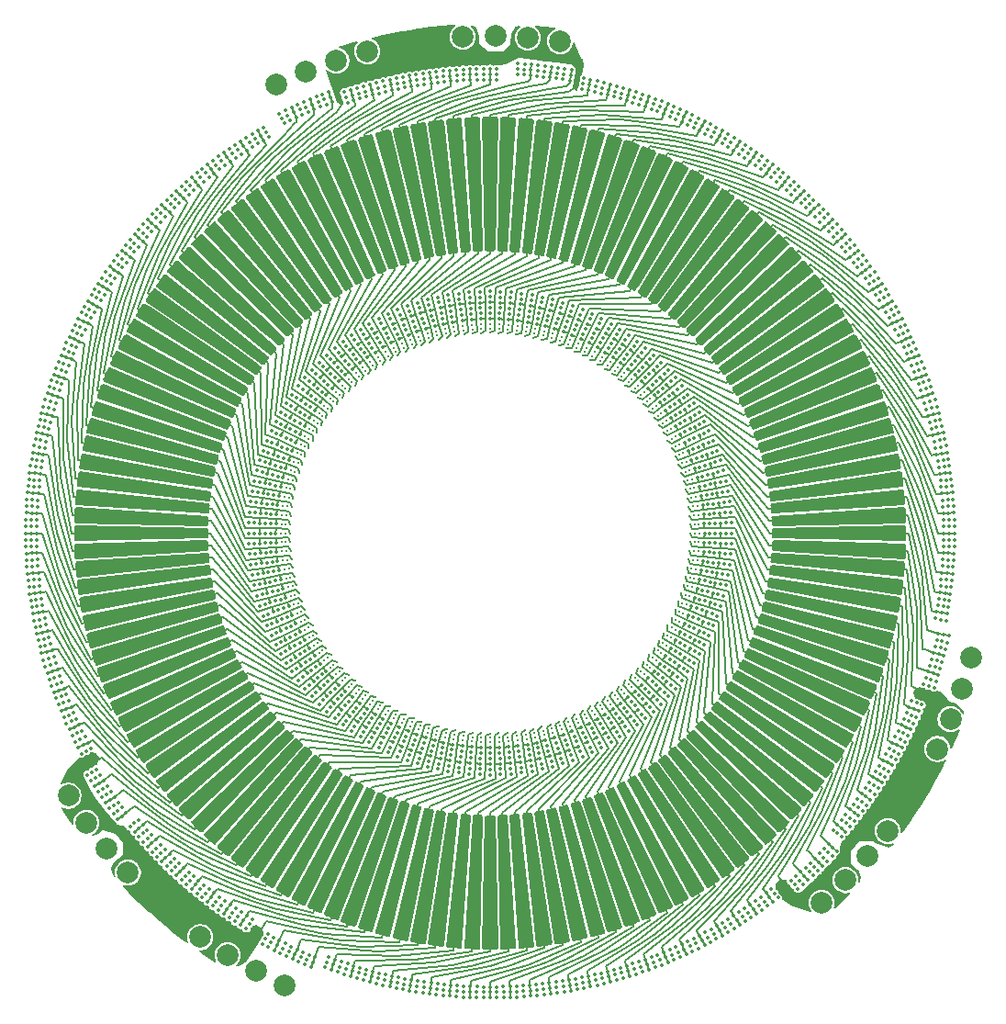
<source format=gbr>
%TF.GenerationSoftware,KiCad,Pcbnew,9.0.4*%
%TF.CreationDate,2025-09-29T12:29:07-05:00*%
%TF.ProjectId,Radial_Winding_Stator,52616469-616c-45f5-9769-6e64696e675f,rev?*%
%TF.SameCoordinates,Original*%
%TF.FileFunction,Copper,L2,Inr*%
%TF.FilePolarity,Positive*%
%FSLAX46Y46*%
G04 Gerber Fmt 4.6, Leading zero omitted, Abs format (unit mm)*
G04 Created by KiCad (PCBNEW 9.0.4) date 2025-09-29 12:29:07*
%MOMM*%
%LPD*%
G01*
G04 APERTURE LIST*
%TA.AperFunction,ComponentPad*%
%ADD10C,2.000000*%
%TD*%
%TA.AperFunction,ViaPad*%
%ADD11C,0.350000*%
%TD*%
%TA.AperFunction,ViaPad*%
%ADD12C,0.250000*%
%TD*%
%TA.AperFunction,Conductor*%
%ADD13C,0.160000*%
%TD*%
G04 APERTURE END LIST*
D10*
%TO.N,/coil_a0*%
%TO.C,HAp0*%
X113252064Y-50674560D03*
%TD*%
%TO.N,/coil_c1*%
%TO.C,HCn1*%
X111376032Y-132363230D03*
%TD*%
%TO.N,/coil_c1*%
%TO.C,HC01*%
X99585951Y-123306336D03*
%TD*%
%TO.N,/coil_a0*%
%TO.C,HAn0*%
X133478879Y-46171618D03*
%TD*%
%TO.N,/coil_c1*%
%TO.C,HCp1*%
X95764736Y-118695585D03*
%TD*%
%TO.N,/coil_b2*%
%TO.C,HBn2*%
X175465021Y-109149311D03*
%TD*%
%TO.N,/coil_c0*%
%TO.C,HCp0*%
X97624178Y-121053964D03*
%TD*%
%TO.N,/coil_a2*%
%TO.C,HAn2*%
X139452159Y-46640673D03*
%TD*%
%TO.N,/coil_a1*%
%TO.C,HA01*%
X130466398Y-46248481D03*
%TD*%
%TO.N,/coil_b1*%
%TO.C,HB12*%
X174255102Y-111901281D03*
%TD*%
%TO.N,/coil_b1*%
%TO.C,HBn1*%
X176501661Y-106335809D03*
%TD*%
%TO.N,/coil_b0*%
%TO.C,HBp0*%
X167796853Y-121786792D03*
%TD*%
%TO.N,/coil_b1*%
%TO.C,HBp1*%
X165767942Y-123985537D03*
%TD*%
%TO.N,/coil_a1*%
%TO.C,HAp1*%
X115994304Y-49466207D03*
%TD*%
%TO.N,/coil_c2*%
%TO.C,HCp2*%
X94100000Y-116200000D03*
%TD*%
%TO.N,/coil_c0*%
%TO.C,HCn0*%
X114074655Y-133694494D03*
%TD*%
%TO.N,/coil_a2*%
%TO.C,HAp2*%
X118809824Y-48436639D03*
%TD*%
%TO.N,/coil_b2*%
%TO.C,HBp2*%
X163576732Y-126072329D03*
%TD*%
%TO.N,/coil_b1*%
%TO.C,HB01*%
X169683459Y-119464891D03*
%TD*%
%TO.N,/coil_b0*%
%TO.C,HBn0*%
X177357024Y-103471903D03*
%TD*%
%TO.N,/coil_a1*%
%TO.C,HAn1*%
X136475486Y-46314879D03*
%TD*%
%TO.N,/coil_c1*%
%TO.C,HC12*%
X106266112Y-129243806D03*
%TD*%
%TO.N,/coil_c2*%
%TO.C,HCn2*%
X108778239Y-130888158D03*
%TD*%
%TO.N,/coil_a1*%
%TO.C,HA12*%
X121680161Y-47579070D03*
%TD*%
D11*
%TO.N,/coil_a0*%
X129354622Y-133666860D03*
X166976167Y-118070830D03*
X152774856Y-129987145D03*
X111908773Y-89223256D03*
X150887749Y-130360402D03*
X154252978Y-92927956D03*
X152653911Y-83859118D03*
X106114752Y-124040591D03*
X140417302Y-49780061D03*
X159885248Y-59959409D03*
D12*
X150062369Y-84932565D03*
D11*
X131175575Y-133786212D03*
X91531806Y-86540609D03*
X149006125Y-130642204D03*
X116765617Y-52935406D03*
X136433551Y-72527530D03*
D12*
X135410606Y-73689837D03*
D11*
X123869931Y-74461237D03*
X154091227Y-94776744D03*
X140566723Y-110267761D03*
X97724292Y-69526895D03*
X173243296Y-77352638D03*
X170907249Y-74323560D03*
X150538763Y-82869931D03*
D12*
X118348237Y-80757272D03*
D11*
X91317006Y-84650164D03*
X124643651Y-74079682D03*
D12*
X129793010Y-110187586D03*
D11*
X93226550Y-106476352D03*
D12*
X149737852Y-84195041D03*
D11*
X110258246Y-127697404D03*
X174682994Y-99349836D03*
X152280104Y-83009574D03*
X152543981Y-129543639D03*
X116323747Y-81376020D03*
D12*
X147147417Y-103871128D03*
D11*
X124859118Y-72346089D03*
X127410083Y-134459638D03*
D12*
X116618526Y-100527625D03*
D11*
X90835042Y-88311044D03*
X94357795Y-108006125D03*
X94639598Y-109887749D03*
X95899866Y-111313107D03*
X118124380Y-51334315D03*
D12*
X150354407Y-85683541D03*
D11*
X93696397Y-106305342D03*
X129305912Y-112950033D03*
X114883993Y-53217209D03*
X90336945Y-88267466D03*
X152754049Y-92862509D03*
X169119100Y-115010404D03*
X152603706Y-94580906D03*
X116382933Y-52011527D03*
D12*
X114602115Y-90390366D03*
D11*
X143623980Y-75323747D03*
X107233551Y-125579490D03*
D12*
X148575877Y-101922960D03*
D11*
X111747022Y-91072044D03*
X170543639Y-72456019D03*
X142822855Y-110869597D03*
X109989596Y-128119100D03*
X91213788Y-90175575D03*
X90540362Y-86410083D03*
X132137491Y-111754049D03*
X114419570Y-98762692D03*
X96880900Y-68989596D03*
X150425989Y-104201847D03*
X149296217Y-105674190D03*
X100193365Y-64471964D03*
X125724157Y-72009695D03*
D12*
X114549415Y-91194403D03*
X142922960Y-76424123D03*
D11*
X145036983Y-76313146D03*
D12*
X141527625Y-108381474D03*
D11*
X157563996Y-56918977D03*
X138592120Y-49499139D03*
X99023833Y-65929170D03*
D12*
X151310163Y-94410606D03*
X125195041Y-75262148D03*
D11*
X127540609Y-133468194D03*
D12*
X144242728Y-77348237D03*
D11*
X140330478Y-50272465D03*
X168081023Y-116563996D03*
X120290222Y-107146878D03*
X144341276Y-75803030D03*
X133862508Y-72245951D03*
X95456361Y-111543981D03*
X108722792Y-126671447D03*
X174190590Y-99263012D03*
X123177145Y-73130403D03*
X118466400Y-52274008D03*
X131276652Y-111697625D03*
X116803030Y-80658724D03*
X131145885Y-113192273D03*
X140504126Y-49287658D03*
X135580906Y-72396294D03*
X90214740Y-90131955D03*
X113302375Y-90276652D03*
X150920318Y-83643651D03*
X150941641Y-103430123D03*
X114130403Y-101822855D03*
D12*
X124472375Y-75618526D03*
D11*
X140275843Y-111990305D03*
X175285736Y-93846235D03*
X174963916Y-97524654D03*
X172303603Y-77694658D03*
X116574275Y-52473467D03*
D12*
X133805597Y-73549415D03*
D11*
X125650164Y-133682994D03*
D12*
X121757272Y-106651763D03*
D11*
X165040591Y-118885248D03*
X139762692Y-110580430D03*
X148146878Y-104709778D03*
D12*
X136206990Y-73812414D03*
D11*
X131131955Y-134785260D03*
X117853122Y-79290222D03*
X174666860Y-95645378D03*
X122376020Y-108676253D03*
X146674190Y-75703783D03*
X113346089Y-100140882D03*
X151580430Y-85237308D03*
D12*
X123077040Y-107575877D03*
X147651763Y-103242728D03*
D11*
X175175397Y-99436660D03*
X152697625Y-93723348D03*
D12*
X151187586Y-95206990D03*
X139316459Y-109354407D03*
D11*
X145950345Y-75122834D03*
X91036084Y-86475346D03*
D12*
X151397885Y-93609634D03*
D11*
X165423613Y-119206642D03*
X91809410Y-84736988D03*
D12*
X140067435Y-109062369D03*
X130589394Y-110310163D03*
X149381474Y-83472375D03*
D11*
X160528036Y-59193365D03*
X145709778Y-76853122D03*
X132072044Y-113252978D03*
X105471964Y-124806635D03*
X174786212Y-93824425D03*
X115461237Y-101130069D03*
X174468197Y-97459391D03*
X148686854Y-104036983D03*
D12*
X117871781Y-81407074D03*
D11*
X113527530Y-88566449D03*
X114672683Y-52764055D03*
X98738129Y-68009580D03*
D12*
X117424123Y-82077040D03*
D11*
X135776744Y-70908773D03*
D12*
X115937631Y-99067435D03*
X116262148Y-99804959D03*
D11*
X109009580Y-126261871D03*
X151267761Y-84433277D03*
X115058359Y-80569877D03*
X110526895Y-127275708D03*
X105793358Y-124423613D03*
X125563340Y-134175397D03*
X131153765Y-134285736D03*
X133927956Y-70747022D03*
X153950033Y-95694088D03*
X100576387Y-64793358D03*
X113719896Y-100990426D03*
X93895856Y-108197467D03*
X115574011Y-79798153D03*
X159070830Y-58023833D03*
X175164958Y-95688956D03*
X136756422Y-49298097D03*
X94186444Y-110099059D03*
D12*
X115645593Y-98316459D03*
X114812414Y-88793010D03*
D11*
X175785260Y-93868045D03*
X141990426Y-111280104D03*
X138526857Y-49994861D03*
X125736988Y-133190589D03*
X138657383Y-49003417D03*
D12*
X132194403Y-110450585D03*
D11*
X168275708Y-114473105D03*
D12*
X131390366Y-110397885D03*
D11*
X115079682Y-100356349D03*
X155473105Y-56724292D03*
X160206642Y-59576387D03*
X92756704Y-106647362D03*
X115095302Y-53670362D03*
X147305342Y-131303603D03*
D12*
X118852583Y-80128872D03*
D11*
X170987145Y-72225144D03*
D12*
X151450585Y-92805597D03*
D11*
X130419094Y-111603706D03*
X117313146Y-79963017D03*
X90714264Y-90153765D03*
X156010404Y-55880900D03*
D12*
X121128872Y-106147417D03*
D11*
X172104144Y-75802533D03*
X106929170Y-125976167D03*
X157277208Y-57328553D03*
X112049967Y-88305912D03*
X129267466Y-134663055D03*
X149676253Y-102623980D03*
X168697404Y-114741754D03*
X145201847Y-74574011D03*
X158766449Y-58420510D03*
D12*
X122407074Y-107128219D03*
X114689837Y-89589394D03*
D11*
X175663055Y-95732534D03*
X97302596Y-69258246D03*
X154192273Y-93854115D03*
D12*
X143592926Y-76871781D03*
X148128219Y-102592926D03*
D11*
X116703783Y-78325810D03*
X167261871Y-115990420D03*
X113009695Y-99275843D03*
X141356349Y-109920318D03*
X171360402Y-74112251D03*
X134723348Y-72302375D03*
X129566449Y-111472470D03*
X141140882Y-111653911D03*
X130223255Y-113091227D03*
X126237308Y-73419570D03*
X151869597Y-82177145D03*
X113396294Y-89419094D03*
D12*
X144871128Y-77852583D03*
D11*
X147476352Y-131773450D03*
X166182813Y-117462068D03*
X149196970Y-103341276D03*
X114732239Y-99566723D03*
D12*
X126683541Y-74645593D03*
D11*
X150676440Y-129907249D03*
X120963017Y-107686854D03*
X100959409Y-65114751D03*
X175459638Y-97589917D03*
D12*
X134609634Y-73602115D03*
D11*
X136694088Y-71049967D03*
X165806635Y-119528036D03*
X149877166Y-104950345D03*
X95092751Y-109676440D03*
X167671447Y-116277208D03*
X152472470Y-95433551D03*
X111807727Y-90145885D03*
X113245951Y-91137491D03*
X120798153Y-109425989D03*
X166579490Y-117766449D03*
X152990305Y-84724157D03*
X118295390Y-51804161D03*
X97918977Y-67436004D03*
X152313107Y-129100134D03*
X171642205Y-75993875D03*
X172773450Y-77523648D03*
X90824603Y-84563340D03*
D12*
X140804959Y-108737852D03*
D11*
X151099059Y-130813556D03*
X98328553Y-67722792D03*
X99420510Y-66233551D03*
X108436004Y-127081023D03*
X142130069Y-109538763D03*
X156990420Y-57738129D03*
X134854115Y-70807727D03*
X121569877Y-109941641D03*
X136712844Y-49796195D03*
X121658724Y-108196970D03*
X127475346Y-133963916D03*
X172566084Y-75611191D03*
X171813556Y-73900941D03*
X149388809Y-131566083D03*
X129311044Y-134164958D03*
X93433916Y-108388809D03*
X155741754Y-56302596D03*
X116122834Y-79049655D03*
X125433277Y-73732239D03*
X136800000Y-48800000D03*
X107537932Y-125182813D03*
X147647362Y-132243296D03*
X119325810Y-108296217D03*
X158462068Y-58817187D03*
X124009574Y-72719896D03*
D12*
X125932565Y-74937631D03*
D11*
X170100134Y-72686893D03*
X99817187Y-66537932D03*
X91333140Y-88354622D03*
X120049655Y-108877166D03*
X149197467Y-131104143D03*
X95012855Y-111774856D03*
X144430123Y-74058359D03*
%TO.N,/coil_b0*%
X139396953Y-112288646D03*
X113527520Y-95433494D03*
X146358378Y-77421931D03*
X101793984Y-120595045D03*
X164232632Y-120651465D03*
X122045220Y-51116203D03*
X123838972Y-133322724D03*
X92632956Y-79272320D03*
D12*
X115645612Y-85683490D03*
X136997216Y-110030401D03*
D11*
X152990283Y-99275901D03*
X151580410Y-98762747D03*
X120272320Y-51632956D03*
D12*
X139316510Y-74645612D03*
D11*
X163837377Y-63742750D03*
X151857730Y-86054211D03*
X165423613Y-64793358D03*
D12*
X115161130Y-87220061D03*
D11*
X104404955Y-123206016D03*
X126602988Y-112288627D03*
D12*
X129002731Y-110030389D03*
D11*
X104067160Y-60425345D03*
X162929016Y-62070984D03*
X104742750Y-61162623D03*
X140436660Y-134175397D03*
X93109815Y-79422673D03*
X139397012Y-71711373D03*
D12*
X121128914Y-77852548D03*
D11*
X147305342Y-52696397D03*
D12*
X137779886Y-109838884D03*
D11*
X138505886Y-112548367D03*
X112231041Y-87395601D03*
X125736988Y-50809410D03*
X136694026Y-112950044D03*
D12*
X115386607Y-86446490D03*
X138553458Y-109613409D03*
D11*
X149296257Y-78325857D03*
X148042465Y-76957579D03*
X129566506Y-72527520D03*
X117957535Y-107042421D03*
D12*
X146058983Y-78941055D03*
D11*
X113900867Y-97117567D03*
X173384712Y-104774470D03*
X102717430Y-61717430D03*
X120422673Y-131890185D03*
X105793358Y-59576387D03*
X161990300Y-123600231D03*
X174810873Y-82730753D03*
X137604399Y-71231041D03*
X137279661Y-72695833D03*
D12*
X151030389Y-95997269D03*
D11*
X103424537Y-121575463D03*
X147372007Y-76315753D03*
X120272320Y-132367044D03*
X118352638Y-132243295D03*
X148146915Y-79290267D03*
X113695833Y-87720339D03*
X128395661Y-71231027D03*
D12*
X136997269Y-73969611D03*
D11*
X162328095Y-123968870D03*
X114142270Y-97945789D03*
X145727680Y-51632956D03*
X112451633Y-97505886D03*
X103070984Y-62070984D03*
X161652505Y-123231592D03*
X106114752Y-59959409D03*
X113695820Y-96279604D03*
X120121967Y-51156098D03*
X173843902Y-79121967D03*
X164574655Y-63067160D03*
X118421931Y-78641622D03*
X138505946Y-71451649D03*
X118627993Y-107684247D03*
X174329104Y-101249951D03*
D12*
X120523069Y-105616141D03*
D11*
X172890185Y-79422673D03*
X153288646Y-85603047D03*
X138117567Y-111099133D03*
X145577327Y-52109815D03*
X118628039Y-76315711D03*
X145878033Y-132843902D03*
X173861571Y-104924823D03*
D12*
X146616141Y-104476931D03*
D11*
X142269247Y-50189127D03*
X148684247Y-106372007D03*
X118421892Y-105358336D03*
D12*
X127446490Y-109613393D03*
D11*
X101425345Y-120932840D03*
X92165423Y-101052808D03*
D12*
X120523109Y-78383823D03*
D11*
X126603047Y-71711354D03*
X116703743Y-105674143D03*
X92599166Y-102825371D03*
X161595045Y-60793984D03*
X100959409Y-118885248D03*
D12*
X129793063Y-73812404D03*
D11*
X153288627Y-98397012D03*
X91677275Y-101161028D03*
X138945789Y-110857730D03*
X104404955Y-60793984D03*
X147578108Y-78641664D03*
X174817252Y-101358171D03*
X117315711Y-106371961D03*
X91189127Y-101269247D03*
X120290267Y-76853085D03*
X100576387Y-119206642D03*
X113009717Y-84724099D03*
D12*
X147147452Y-80128914D03*
D11*
X126237253Y-110580410D03*
X127882377Y-111099118D03*
X173367044Y-79272320D03*
X174682994Y-84650164D03*
X105471964Y-59193365D03*
X123730753Y-50189127D03*
X142052808Y-51165423D03*
X152099133Y-86882433D03*
X151857712Y-97945844D03*
X142269247Y-133810872D03*
X146981551Y-78018490D03*
D12*
X114969611Y-88002731D03*
D11*
X112049956Y-95694026D03*
X144084190Y-50633240D03*
X163324271Y-122323231D03*
X153548351Y-97505946D03*
X144084190Y-133366760D03*
X153768959Y-96604399D03*
X118523648Y-131773450D03*
X163282570Y-61717430D03*
D12*
X128220114Y-74161116D03*
D11*
X165040591Y-65114751D03*
X104742750Y-122837377D03*
X152304180Y-87720396D03*
X104067160Y-123574655D03*
X161257250Y-61162623D03*
X91189127Y-82730753D03*
X146981510Y-105981551D03*
D12*
X128220060Y-109838870D03*
D11*
X163677825Y-122676785D03*
X174366760Y-80915810D03*
X121915810Y-50633240D03*
X91809410Y-99263012D03*
X173400834Y-81174629D03*
X174378324Y-103151923D03*
X139762747Y-73419590D03*
X173883797Y-81045220D03*
X123838972Y-50677275D03*
X145727680Y-132367044D03*
X165806635Y-64471964D03*
D12*
X151187596Y-88793064D03*
D11*
X92116203Y-81045220D03*
X91633240Y-80915810D03*
D12*
X138553510Y-74386607D03*
D11*
X164601271Y-120989260D03*
D12*
X129002783Y-73969599D03*
D11*
X125650164Y-50317006D03*
X142161028Y-133322724D03*
X125563340Y-49824603D03*
D12*
X150838870Y-96779939D03*
D11*
X146358336Y-106578108D03*
X101793984Y-63404955D03*
X138945844Y-73142288D03*
X93226550Y-77523648D03*
X103070984Y-121929016D03*
X153548367Y-86494114D03*
X140275901Y-72009717D03*
X143825371Y-51599166D03*
X122174629Y-132400834D03*
X175175397Y-84563340D03*
D12*
X145476931Y-78383859D03*
D11*
X127494114Y-71451633D03*
X92156098Y-79121967D03*
X140263012Y-133190589D03*
X92156098Y-104878033D03*
X119641622Y-106578069D03*
D12*
X150354388Y-98316510D03*
D11*
X127054156Y-110857712D03*
X92599166Y-81174629D03*
X91317006Y-99349836D03*
X152099118Y-97117623D03*
X145878033Y-51156098D03*
X112451649Y-86494054D03*
D12*
X119383823Y-104476891D03*
D11*
X93109815Y-104577327D03*
X127882433Y-72900867D03*
X137604338Y-112768973D03*
X128720396Y-72695820D03*
X114142288Y-86054156D03*
D12*
X150838884Y-87220114D03*
D11*
X142052808Y-132834577D03*
X120121967Y-132843902D03*
X143954780Y-51116203D03*
X143954780Y-132883796D03*
X147578069Y-105358378D03*
X123947192Y-132834577D03*
D12*
X118852548Y-103871086D03*
D11*
X140349836Y-133682994D03*
X119641664Y-77421892D03*
D12*
X150613409Y-86446542D03*
D11*
X147371961Y-107684289D03*
X142161028Y-50677275D03*
X92165423Y-82947192D03*
X91677275Y-82838972D03*
D12*
X114969599Y-95997216D03*
D11*
X137279604Y-111304180D03*
D12*
X119383859Y-79523069D03*
D11*
X152472480Y-88566506D03*
D12*
X127446542Y-74386591D03*
D11*
X122045220Y-132883796D03*
X162575463Y-62424537D03*
X161932840Y-60425345D03*
X174190590Y-84736988D03*
X114419590Y-85237253D03*
X102162623Y-120257250D03*
D12*
X115386591Y-97553458D03*
D11*
X102717430Y-122282570D03*
D12*
X146058945Y-105058983D03*
D11*
X153768973Y-87395662D03*
X143825371Y-132400834D03*
X101425345Y-63067160D03*
D12*
X136206936Y-110187596D03*
D11*
X164969910Y-121327055D03*
D12*
X145476891Y-105616177D03*
D11*
X121915810Y-133366760D03*
X92756704Y-77352638D03*
D12*
X146616177Y-79523109D03*
D11*
X117315753Y-77627993D03*
X100193365Y-119528036D03*
X147476352Y-52226550D03*
X122174629Y-51599166D03*
X92116203Y-102954780D03*
X164206016Y-63404955D03*
X148684289Y-77628039D03*
X127494054Y-112548351D03*
X129305973Y-71049956D03*
D12*
X151030401Y-88002784D03*
D11*
X174322725Y-82838972D03*
X102162623Y-63742750D03*
D12*
X119941055Y-78941017D03*
D11*
X162970718Y-121969678D03*
X112711373Y-85602988D03*
X145577327Y-131890185D03*
D12*
X114812404Y-95206936D03*
D11*
X119018449Y-105981510D03*
X91633240Y-103084190D03*
X119325857Y-75703743D03*
X174338429Y-105075176D03*
X147647362Y-51756704D03*
D12*
X150613393Y-97553510D03*
D11*
X175305400Y-101466390D03*
D12*
X115161116Y-96779886D03*
D11*
X125724099Y-111990283D03*
X118694658Y-131303603D03*
X93696397Y-77694658D03*
X128720339Y-111304167D03*
D12*
X119941017Y-105058945D03*
D11*
X174861287Y-103281333D03*
X120422673Y-52109815D03*
X112711354Y-98396953D03*
X146674143Y-108296257D03*
X173895361Y-103022514D03*
X92632956Y-104727680D03*
X123730753Y-133810872D03*
X90824603Y-99436660D03*
X127054211Y-73142270D03*
X117957579Y-76957535D03*
X138117623Y-72900882D03*
X152304167Y-96279661D03*
X123947192Y-51165423D03*
X145709733Y-107146915D03*
D12*
X144871086Y-106147452D03*
D11*
X136433494Y-111472480D03*
X119018490Y-78018449D03*
X112231027Y-96604338D03*
D12*
X126683490Y-109354388D03*
D11*
X153950044Y-88305974D03*
D12*
X137779939Y-74161130D03*
D11*
X113900882Y-86882377D03*
X117853085Y-104709733D03*
X148042421Y-107042465D03*
X128395601Y-112768959D03*
X173834577Y-82947192D03*
X103424537Y-62424537D03*
D12*
%TO.N,/coil_c0*%
X151397890Y-90390420D03*
D11*
X114130432Y-82177089D03*
X110526895Y-56724292D03*
X141140940Y-72346113D03*
X150426025Y-79798204D03*
X99028762Y-118090370D03*
X129267466Y-49336945D03*
D12*
X151310170Y-89589448D03*
D11*
X134723290Y-111697630D03*
X152772870Y-92000029D03*
X140566776Y-73732262D03*
X138589917Y-134459638D03*
D12*
X125194992Y-108737829D03*
D11*
X116323715Y-102623931D03*
X174468194Y-86540609D03*
D12*
X151450588Y-91194457D03*
D11*
X171813556Y-110099059D03*
X150887749Y-53639598D03*
X131175575Y-50213788D03*
X142886410Y-109123822D03*
D12*
X117424094Y-101922914D03*
X134609580Y-110397890D03*
D11*
X120798204Y-74573975D03*
X115058326Y-103430070D03*
X141356402Y-74079707D03*
X150920293Y-100356402D03*
X133000000Y-133826021D03*
X142130121Y-74461264D03*
X136688956Y-134164958D03*
D12*
X133000027Y-73531836D03*
D11*
X169222397Y-112913010D03*
X170088422Y-70586990D03*
X151869568Y-101822911D03*
X109009580Y-57738129D03*
D12*
X142234059Y-107993913D03*
D11*
X174666860Y-88354622D03*
X120963063Y-76313110D03*
X127410083Y-49540362D03*
X168697404Y-69258246D03*
X113719922Y-83009518D03*
X115461264Y-82869879D03*
X113302370Y-93723290D03*
X113396286Y-94580849D03*
X133000029Y-72227130D03*
X116802997Y-103341228D03*
X123113540Y-109123793D03*
X136645378Y-133666860D03*
X124859060Y-111653887D03*
X111586990Y-54911578D03*
X153913010Y-55777603D03*
X116664428Y-131557405D03*
X98346381Y-116314341D03*
X131153765Y-49714264D03*
X111836990Y-55344591D03*
X149877204Y-79049705D03*
X120049705Y-75122796D03*
X152543981Y-54456361D03*
D12*
X143592882Y-107128250D03*
D11*
X116855770Y-131095466D03*
X145950295Y-108877204D03*
X175785260Y-90131955D03*
X136732534Y-134663055D03*
X133000000Y-49173979D03*
X166976167Y-65929170D03*
X175285736Y-90153765D03*
D12*
X140067486Y-74937652D03*
X130589448Y-73689830D03*
X122407118Y-76871750D03*
X115937652Y-84932514D03*
D11*
X134868045Y-134785260D03*
X152280078Y-100990482D03*
X129354622Y-50333140D03*
X149006125Y-53357795D03*
X113317914Y-129996901D03*
X111807722Y-93854053D03*
X113087039Y-130440407D03*
X131145947Y-70807722D03*
D12*
X125932514Y-109062348D03*
D11*
X115876207Y-82113540D03*
X96910848Y-115065675D03*
X96344591Y-70836990D03*
X95092751Y-74323560D03*
X114576861Y-81363360D03*
D12*
X140805008Y-75262171D03*
D11*
X159070830Y-125976167D03*
X95899866Y-72686893D03*
X124643598Y-109920293D03*
X138524654Y-133963916D03*
X133000031Y-70726773D03*
X122363414Y-73576830D03*
X91036084Y-97524654D03*
X144341228Y-108197003D03*
D12*
X148128250Y-81407118D03*
D11*
X114762836Y-131266818D03*
D12*
X117006087Y-101234059D03*
D11*
X149676285Y-81376069D03*
D12*
X133805543Y-110450588D03*
D11*
X113227130Y-91999971D03*
X153913010Y-128222397D03*
X97527229Y-116887917D03*
X154252981Y-91072106D03*
X168275708Y-69526895D03*
X175826021Y-92000000D03*
D12*
X124472327Y-108381449D03*
D11*
X112086990Y-55777603D03*
X170987145Y-111774856D03*
X170543639Y-111543981D03*
X170907249Y-109676440D03*
X130223318Y-70908765D03*
D12*
X141538602Y-75633134D03*
D11*
X143623931Y-108676285D03*
D12*
X116262171Y-84194992D03*
X117871750Y-102592882D03*
D11*
X107537932Y-58817187D03*
X144430070Y-109941674D03*
X133927894Y-113252981D03*
X107233551Y-58420510D03*
X154413010Y-54911578D03*
X152603714Y-89419151D03*
X134854053Y-113192278D03*
D12*
X142234106Y-76006114D03*
D11*
X91173979Y-92000000D03*
X114974146Y-130813664D03*
X150123822Y-82113590D03*
X169655409Y-113163010D03*
X151099059Y-53186444D03*
X123869879Y-109538736D03*
X154163010Y-55344591D03*
X130419151Y-72396286D03*
X150676440Y-54092751D03*
X167261871Y-68009580D03*
X132999970Y-111772870D03*
X121658772Y-75802997D03*
X90173979Y-92000000D03*
X90835042Y-95688956D03*
X175663055Y-88267466D03*
X125433224Y-110267738D03*
X93433916Y-75611191D03*
X127475346Y-50036084D03*
X97332544Y-114797026D03*
X123177089Y-110869568D03*
X172104144Y-108197467D03*
X151423139Y-102636640D03*
X170088422Y-113413010D03*
X116473086Y-132019345D03*
D12*
X151468164Y-92000027D03*
X144242684Y-106651796D03*
D11*
X111747019Y-92927894D03*
X116122796Y-104950295D03*
X154192278Y-90145947D03*
X149197003Y-80658772D03*
D12*
X149381449Y-100527673D03*
X114689830Y-94410552D03*
X149737829Y-99805008D03*
D11*
X115573975Y-104201796D03*
X145036937Y-107686890D03*
X131131955Y-49214740D03*
X133000000Y-134326021D03*
D12*
X121757316Y-77348204D03*
D11*
X171642205Y-108006125D03*
D12*
X150062348Y-99067486D03*
D11*
X90673979Y-92000000D03*
X90714264Y-93846235D03*
X127540609Y-50531806D03*
D12*
X123742476Y-107959621D03*
D11*
X154413010Y-129088422D03*
X135580849Y-111603714D03*
X114732262Y-84433224D03*
X149388809Y-52433916D03*
D12*
X148575906Y-82077086D03*
D11*
X122376069Y-75323715D03*
D12*
X114549412Y-92805543D03*
D11*
X131276710Y-72302370D03*
X169119100Y-68989596D03*
X115079707Y-83643598D03*
D12*
X148993886Y-101234106D03*
D11*
X143636586Y-110423170D03*
X113346113Y-83859060D03*
X108722792Y-57328553D03*
X95911578Y-70586990D03*
X151423170Y-81363414D03*
X96489152Y-115334325D03*
X150941674Y-80569930D03*
X152653887Y-100140940D03*
X113548788Y-129553396D03*
X157563996Y-127081023D03*
X152313107Y-54899866D03*
X166182813Y-66537932D03*
D12*
X114531836Y-91999973D03*
D11*
X175164958Y-88311044D03*
D12*
X131390420Y-73602110D03*
D11*
X132072105Y-70747019D03*
X167671447Y-67722792D03*
X134846235Y-134285736D03*
D12*
X147651796Y-80757316D03*
D11*
X154091235Y-89223318D03*
X175459638Y-86410083D03*
D12*
X148993913Y-82765941D03*
D11*
X152774856Y-54012855D03*
D12*
X132999973Y-110468164D03*
D11*
X141990482Y-72719922D03*
X152754051Y-91137549D03*
D12*
X116618551Y-83472327D03*
D11*
X106929170Y-58023833D03*
X157277208Y-126671447D03*
X145201796Y-109426025D03*
X94186444Y-73900941D03*
X142822911Y-73130432D03*
X94639598Y-74112251D03*
X134824425Y-133786212D03*
X96777603Y-71086990D03*
X109989596Y-55880900D03*
X93895856Y-75802533D03*
X155741754Y-127697404D03*
X174963916Y-86475346D03*
X117313110Y-104036937D03*
X156010404Y-128119100D03*
X115876178Y-101886410D03*
X98632085Y-118394751D03*
X158766449Y-125579490D03*
X175326021Y-92000000D03*
X174826021Y-92000000D03*
D12*
X123077086Y-76424094D03*
D11*
X129311044Y-49835042D03*
X124009518Y-111280078D03*
X151267738Y-99566776D03*
X133000000Y-50173979D03*
X99425439Y-117785989D03*
X143636640Y-73576861D03*
X97936805Y-116601129D03*
X154273227Y-92000031D03*
X149197467Y-52895856D03*
X150123793Y-101886460D03*
D12*
X142922914Y-107575906D03*
D11*
X142886460Y-74876207D03*
D12*
X114602110Y-93609580D03*
D11*
X95012855Y-72225144D03*
X133000000Y-134826021D03*
X111908765Y-94776682D03*
X168081023Y-67436004D03*
X90214740Y-93868045D03*
X91531806Y-97459391D03*
X121569930Y-74058326D03*
X115185455Y-130360511D03*
X170100134Y-111313107D03*
X123113590Y-74876178D03*
X152697630Y-90276710D03*
X91213788Y-93824425D03*
X133862451Y-111754051D03*
X171360402Y-109887749D03*
D12*
X135410552Y-110310170D03*
D11*
X132137549Y-72245949D03*
X111726773Y-91999969D03*
X90336945Y-95732534D03*
X154163010Y-128655408D03*
D12*
X132194457Y-73549412D03*
D11*
X113245949Y-92862451D03*
X132999969Y-113273227D03*
X155473105Y-127275708D03*
X148686890Y-79963063D03*
X150538736Y-101130121D03*
X169655409Y-70836990D03*
X166579490Y-66233551D03*
X95456361Y-72456019D03*
X169222397Y-71086990D03*
X108436004Y-56918977D03*
X91333140Y-95645378D03*
X122363360Y-110423139D03*
X133000000Y-49673979D03*
X114576830Y-102636586D03*
X172566084Y-108388809D03*
D12*
X123765941Y-76006087D03*
D11*
X135776682Y-113091235D03*
X110258246Y-56302596D03*
X138459391Y-133468194D03*
D12*
X118348204Y-103242684D03*
D11*
X156990420Y-126261871D03*
X94357795Y-75993875D03*
D12*
X117006114Y-82765894D03*
D11*
X158462068Y-125182813D03*
X90540362Y-97589917D03*
X174786212Y-90175575D03*
%TO.N,/coil_a1*%
X114110016Y-53031222D03*
X147875523Y-131091566D03*
X107724541Y-125950833D03*
X115937126Y-77682629D03*
X129960993Y-133715657D03*
X93676286Y-108962594D03*
X136106473Y-49747397D03*
X99796325Y-64951893D03*
X120353884Y-108480833D03*
X175308302Y-93231046D03*
D12*
X144729967Y-76713122D03*
D11*
X108023121Y-125549772D03*
X148053348Y-131558875D03*
X159416528Y-59571637D03*
X168598983Y-113957780D03*
X144161594Y-74479700D03*
D12*
X135515011Y-72896191D03*
X151975923Y-95345913D03*
D11*
X125894960Y-72479229D03*
D12*
X130484989Y-111103809D03*
D11*
X145646116Y-75519167D03*
X151785690Y-103967732D03*
X174292050Y-98663202D03*
X124476072Y-71421579D03*
X129132230Y-113935568D03*
X121084805Y-109016762D03*
D12*
X129654087Y-110975923D03*
X152103809Y-94515011D03*
X120614393Y-106760675D03*
X114024077Y-88654087D03*
D11*
X175214336Y-95075336D03*
X91456606Y-87144274D03*
X106267683Y-124816019D03*
X129888335Y-134713015D03*
X100571637Y-65583472D03*
X166950833Y-117275459D03*
X175713015Y-95111665D03*
X90959987Y-87086227D03*
X115983238Y-80084805D03*
X95304312Y-112325334D03*
X110779732Y-128024541D03*
X123586567Y-71812973D03*
X114545771Y-53931288D03*
X123407772Y-73573626D03*
X145775762Y-73754215D03*
X151443849Y-130096355D03*
X165816019Y-118732317D03*
X174715658Y-95039007D03*
X122714981Y-72242795D03*
X159732317Y-59183981D03*
X134810481Y-71305454D03*
X111064432Y-88132230D03*
X91214335Y-85257144D03*
X112404122Y-89288559D03*
X91707950Y-85336798D03*
X170255587Y-71911966D03*
X112305454Y-90189519D03*
X128028180Y-134536633D03*
X165428363Y-118416528D03*
D12*
X121270033Y-107286878D03*
D11*
X136867770Y-70064432D03*
X94594502Y-108566515D03*
D12*
X115198111Y-99373841D03*
X113749690Y-91159566D03*
D11*
X155189194Y-93941241D03*
X129924664Y-134214336D03*
X115479700Y-80838406D03*
X96184514Y-111850734D03*
D12*
X139590316Y-110106588D03*
D11*
X153578421Y-83476072D03*
X166203675Y-119048106D03*
D12*
X115908525Y-100897318D03*
D11*
X113807726Y-99949762D03*
D12*
X151106588Y-85409684D03*
X141897318Y-109091475D03*
D11*
X92973815Y-107231174D03*
D12*
X116748959Y-81647008D03*
D11*
X136142802Y-49248719D03*
X158275459Y-58049167D03*
D12*
X114893412Y-98590316D03*
D11*
X172091566Y-77124477D03*
X110517244Y-128450099D03*
X116519167Y-79353884D03*
X126336798Y-133292049D03*
X131783497Y-133808513D03*
X110747249Y-91028485D03*
X150520300Y-103161594D03*
X147317371Y-74937126D03*
X142413433Y-112187027D03*
X153753822Y-92906074D03*
X154957780Y-56401017D03*
X121838406Y-109520300D03*
X90286985Y-88888335D03*
X109229512Y-127021019D03*
X113479229Y-99105040D03*
X173026185Y-76768826D03*
X150062874Y-106317371D03*
X90191910Y-90754412D03*
X126177491Y-134279279D03*
X150016762Y-103915195D03*
X170695688Y-71674666D03*
X132028484Y-114252751D03*
X111042220Y-127598983D03*
X171546389Y-73338274D03*
X146352963Y-76086469D03*
X151661726Y-130546389D03*
X136607240Y-71541996D03*
X106583472Y-124428363D03*
X117540568Y-51551426D03*
X93908434Y-106875523D03*
X175808090Y-93245588D03*
X140105040Y-111520771D03*
X169815486Y-72149266D03*
X128144274Y-133543394D03*
X133906073Y-71246178D03*
D12*
X132159566Y-111250310D03*
D11*
X115328851Y-78440528D03*
D12*
X117216017Y-80948001D03*
X149251041Y-102352992D03*
D11*
X148913531Y-105352963D03*
X97565277Y-67948711D03*
X171864606Y-75235445D03*
X171096356Y-73556151D03*
X144967732Y-73214310D03*
X158574038Y-57648105D03*
D12*
X136345913Y-73024077D03*
D11*
X148231174Y-132026185D03*
X131058759Y-114189194D03*
X113242795Y-102285019D03*
X128086227Y-134040012D03*
X152757205Y-81714981D03*
X125050238Y-72807726D03*
D12*
X140373841Y-109801889D03*
D11*
X141523928Y-112578421D03*
X155083399Y-94907273D03*
D12*
X150801889Y-84626159D03*
D11*
X139889975Y-49183776D03*
X95353677Y-110225971D03*
X156489687Y-57392684D03*
X110810806Y-90058759D03*
X139810322Y-49677390D03*
X149566515Y-130405498D03*
D12*
X125626159Y-74198111D03*
D11*
X157976879Y-58450228D03*
X154935568Y-95867770D03*
X120224238Y-110245785D03*
D12*
X126409684Y-73893412D03*
D11*
X130092727Y-114083399D03*
X112069356Y-99618197D03*
D12*
X134679320Y-72804671D03*
D11*
X108948711Y-127434723D03*
X172323714Y-75037406D03*
D12*
X145385607Y-77239325D03*
D11*
X114327893Y-53481255D03*
X140618197Y-112930644D03*
X149764555Y-130864606D03*
X157051289Y-56565277D03*
X98392684Y-68510313D03*
X118682629Y-109062874D03*
X153458004Y-95607240D03*
X99450228Y-67023121D03*
X100183981Y-65267683D03*
X153694546Y-93810481D03*
X95744413Y-112088034D03*
X134941241Y-69810806D03*
X151245785Y-104775762D03*
X90720721Y-85177491D03*
X175040013Y-96913773D03*
X94453611Y-110661726D03*
X131189519Y-112694546D03*
X129392760Y-112458004D03*
X174808513Y-93216503D03*
X140949762Y-111192274D03*
X112812973Y-101413433D03*
X97978981Y-68229512D03*
X114172757Y-100779351D03*
D12*
X147760675Y-104385607D03*
D11*
X160048106Y-58796325D03*
X135907273Y-69916601D03*
X172558875Y-76946652D03*
X146559472Y-74328851D03*
X112421579Y-100523928D03*
X112246178Y-91093926D03*
X90785664Y-88924664D03*
X167351895Y-117574038D03*
D12*
X152250310Y-92840434D03*
D11*
X130288559Y-112595878D03*
X175536633Y-96971819D03*
X139730668Y-50171005D03*
X166549772Y-116976879D03*
X114754215Y-79224238D03*
X151426374Y-82407772D03*
X169450100Y-114482756D03*
D12*
X144051999Y-76216017D03*
D11*
X126257144Y-133785665D03*
X168434723Y-116051289D03*
D12*
X148783983Y-103051999D03*
D11*
X155220268Y-55975459D03*
X91284342Y-88960993D03*
X155482756Y-55549900D03*
X174543394Y-96855726D03*
X116205227Y-53172113D03*
X109510313Y-126607316D03*
X105951894Y-125203675D03*
X152192274Y-84050238D03*
X174785665Y-98742856D03*
X168021019Y-115770488D03*
X117718394Y-52018736D03*
X135711441Y-71404122D03*
X169024541Y-114220268D03*
D12*
X141143330Y-109463303D03*
X124102682Y-74908525D03*
X152195329Y-93679320D03*
X148286878Y-103729967D03*
D11*
X149962594Y-131323714D03*
X153088034Y-129255586D03*
X117896219Y-52486045D03*
X150671149Y-105559472D03*
X114214310Y-80032268D03*
D12*
X124856670Y-74536697D03*
X121948001Y-107783983D03*
D11*
X153187027Y-82586567D03*
D12*
X133840434Y-72749690D03*
X131320680Y-111195329D03*
D11*
X171405498Y-75433485D03*
D12*
X113896191Y-89484989D03*
D11*
X125381803Y-71069356D03*
X112541996Y-88392760D03*
X152520771Y-84894960D03*
X137981239Y-49423042D03*
X116007187Y-52713005D03*
X124220649Y-73172757D03*
X151225971Y-129646323D03*
D12*
X115536697Y-100143330D03*
D11*
X98648105Y-66425962D03*
D12*
X143352992Y-75748959D03*
X117713122Y-80270033D03*
D11*
X137923192Y-49919661D03*
X117086469Y-78647037D03*
X114573626Y-101592228D03*
D12*
X150091475Y-83102682D03*
D11*
X96549900Y-69517244D03*
X107425962Y-126351895D03*
D12*
X118239325Y-79614393D03*
D11*
X94903644Y-110443849D03*
X155252751Y-92971515D03*
X175279279Y-98822509D03*
D12*
X122647008Y-108251041D03*
D11*
X132093926Y-112753822D03*
X93441125Y-107053348D03*
X153325334Y-129695687D03*
X121032268Y-110785690D03*
X138039285Y-48926422D03*
X136179131Y-48750040D03*
X115809148Y-52253897D03*
X119647037Y-107913531D03*
X156770488Y-56978981D03*
D12*
X150463303Y-83856670D03*
D11*
X133971515Y-69747249D03*
X144915195Y-74983238D03*
X151827243Y-83220649D03*
X153595878Y-94711441D03*
X141779351Y-110827243D03*
X131768954Y-134308302D03*
X170646323Y-73774029D03*
X97401017Y-70042220D03*
X94135394Y-108764555D03*
X96975459Y-69779732D03*
X143285019Y-111757205D03*
X142592228Y-110426374D03*
X99049167Y-66724541D03*
X149480833Y-104646116D03*
X90463367Y-87028181D03*
D12*
X113804671Y-90320680D03*
D11*
X119440528Y-109671149D03*
X131754412Y-134808090D03*
X110916601Y-89092727D03*
X167607316Y-115489687D03*
X153930644Y-84381803D03*
X91191487Y-90783497D03*
X152850734Y-128815486D03*
X90691698Y-90768954D03*
D12*
%TO.N,/coil_b1*%
X136346018Y-110975904D03*
D11*
X124339788Y-133941444D03*
X174571873Y-84044673D03*
D12*
X119375046Y-105625029D03*
D11*
X144411862Y-132239297D03*
D12*
X138794245Y-110376820D03*
D11*
X147034393Y-76684063D03*
X146896421Y-52020038D03*
D12*
X146624954Y-78374971D03*
D11*
X102576719Y-120702885D03*
X92301223Y-101645787D03*
D12*
X137170447Y-73188085D03*
D11*
X173652463Y-78529241D03*
D12*
X114623148Y-86205857D03*
D11*
X113187857Y-85753315D03*
X116577881Y-76951984D03*
X92451937Y-79860707D03*
X149422119Y-107048016D03*
X93296780Y-105156214D03*
X153930686Y-99618081D03*
X111485034Y-97764981D03*
D12*
X145385689Y-106760606D03*
D11*
X112934237Y-86623454D03*
X147317465Y-109062795D03*
X92760702Y-103411862D03*
X148048016Y-75577881D03*
D12*
X146625029Y-105624954D03*
D11*
X105194110Y-123245226D03*
X92822158Y-105313487D03*
X138376546Y-71934237D03*
D12*
X151612071Y-87012856D03*
D11*
X92279673Y-103548282D03*
D12*
X147760606Y-79614311D03*
D11*
X139697847Y-70756940D03*
X103509303Y-122361270D03*
X117951984Y-108422119D03*
X144548282Y-132720327D03*
X160743777Y-124040542D03*
D12*
X114024096Y-95346018D03*
D11*
X118310893Y-106689188D03*
D12*
X151811892Y-87829450D03*
D11*
X112542016Y-95607353D03*
X118965523Y-76684141D03*
X141049304Y-134062962D03*
X154745953Y-87178975D03*
D12*
X114893376Y-85409784D03*
D11*
X125044673Y-50428127D03*
X174185300Y-82238905D03*
X154243060Y-98697847D03*
X173946773Y-106257723D03*
X118682535Y-74937205D03*
X147034477Y-107315859D03*
X121004108Y-132069069D03*
X148315859Y-77965523D03*
X119843786Y-52296780D03*
X100597058Y-120002383D03*
D12*
X151811915Y-96170447D03*
D11*
X119103579Y-131979962D03*
X145282695Y-50972942D03*
X103610873Y-60849345D03*
X122763314Y-132554184D03*
X118965607Y-107315937D03*
D12*
X137170550Y-110811892D03*
D11*
X91548225Y-83440897D03*
X126753315Y-111812143D03*
D12*
X127205857Y-110376852D03*
D11*
X91476227Y-81518571D03*
D12*
X126409784Y-110106624D03*
D11*
X116577964Y-107048107D03*
X104861712Y-123618739D03*
X117951893Y-75577964D03*
X92547754Y-77939420D03*
X143236686Y-51445815D03*
X128503716Y-71718838D03*
X162142323Y-61997388D03*
X105651478Y-60353673D03*
X125138649Y-50919216D03*
X136867891Y-113935546D03*
X144684702Y-133201357D03*
X104529314Y-123992251D03*
X173239298Y-80588138D03*
X154243023Y-85302036D03*
D12*
X137987042Y-73387902D03*
D11*
X128503828Y-112281186D03*
X174521585Y-104479838D03*
X142645787Y-132698777D03*
X146470759Y-132652463D03*
X112934267Y-97376656D03*
X143359058Y-50961021D03*
X175018300Y-102678572D03*
X92930931Y-80004108D03*
X174201357Y-80315298D03*
X146313487Y-132177842D03*
X93020038Y-78103579D03*
X165402942Y-63997617D03*
X117249897Y-76249984D03*
D12*
X128829553Y-110811915D03*
D11*
X152812109Y-85753206D03*
X112718814Y-87503828D03*
X161070707Y-124418850D03*
X119686513Y-51822158D03*
X101007749Y-63529314D03*
X154514966Y-86235019D03*
D12*
X137987144Y-110612071D03*
D11*
X144995892Y-51930931D03*
D12*
X146017749Y-106206301D03*
D11*
X117086543Y-105353051D03*
X174048712Y-102433829D03*
X148750103Y-107750016D03*
X91058555Y-83339788D03*
X138376656Y-112065733D03*
X139697964Y-113243023D03*
X92037895Y-83542006D03*
X93492322Y-78267738D03*
D12*
X151376852Y-97794143D03*
D11*
X146353051Y-107913457D03*
X152520810Y-99104933D03*
X124542006Y-132962105D03*
X103857677Y-122002612D03*
X103160929Y-122719928D03*
X164150655Y-62610873D03*
X104297115Y-61576719D03*
X118310812Y-77310893D03*
X120717305Y-133027058D03*
X152812143Y-98246685D03*
X162490697Y-61638730D03*
X117684063Y-77965607D03*
X91428127Y-99955327D03*
X143481429Y-50476227D03*
X111756977Y-98697964D03*
D12*
X114188085Y-87829553D03*
X119982330Y-106206373D03*
D11*
X111064454Y-95867891D03*
X153281162Y-87503716D03*
X119529241Y-51347537D03*
D12*
X119374971Y-78375046D03*
D11*
X173002205Y-105929405D03*
D12*
X146017670Y-77793627D03*
D11*
X126302036Y-70756977D03*
D12*
X128012856Y-73387929D03*
X114387929Y-96987144D03*
D11*
X121588138Y-51760702D03*
X137496172Y-71718814D03*
X140104933Y-72479190D03*
X122640942Y-133038979D03*
X111254020Y-87179095D03*
X127235137Y-113514998D03*
X145139293Y-51451937D03*
X154935546Y-88132109D03*
X112718838Y-96496284D03*
X104997617Y-59597058D03*
D12*
X129653982Y-73024096D03*
D11*
X91798643Y-103684702D03*
X147689107Y-77310812D03*
X111756940Y-85302153D03*
X91961021Y-81640942D03*
X142876403Y-133671821D03*
X138764863Y-70485002D03*
X113187891Y-98246794D03*
X126753206Y-72187891D03*
X174533506Y-102556201D03*
D12*
X151376820Y-86205755D03*
D11*
X119267738Y-131507678D03*
X91814700Y-101761095D03*
D12*
X138794143Y-73623148D03*
D11*
X172703220Y-78843786D03*
X101381261Y-63861712D03*
X173474489Y-106093564D03*
X117684141Y-106034477D03*
X100975365Y-119675452D03*
D12*
X151612098Y-96987042D03*
D11*
X148750016Y-76249897D03*
X105324548Y-59975365D03*
X160805890Y-60754774D03*
X92445815Y-81763314D03*
X164646327Y-64651478D03*
X173698777Y-82354213D03*
X124440897Y-133451775D03*
X163786968Y-62953994D03*
X147060580Y-51547754D03*
D12*
X151975904Y-88653982D03*
D11*
X111485002Y-86235137D03*
X163756525Y-121884912D03*
X102997388Y-62857677D03*
X123123597Y-50328178D03*
X173177842Y-78686513D03*
D12*
X118239394Y-104385689D03*
D11*
X153065733Y-86623344D03*
D12*
X127205755Y-73623180D03*
D11*
X111254047Y-96821025D03*
X126302153Y-113243060D03*
X91328178Y-101876403D03*
X146732262Y-52492322D03*
X161470686Y-60007749D03*
X161397638Y-124797157D03*
X102280072Y-62160929D03*
X154514998Y-97764863D03*
D12*
X114387902Y-87012958D03*
D11*
X122518571Y-133523773D03*
X119646949Y-76086543D03*
D12*
X151106624Y-98590216D03*
X147206301Y-78982251D03*
D11*
X102638730Y-62509303D03*
X148315937Y-106034393D03*
X173563596Y-104193035D03*
X129132109Y-70064454D03*
X154745980Y-96820905D03*
X138764981Y-113514966D03*
X161138288Y-60381261D03*
X174042590Y-104336436D03*
X115937205Y-106317465D03*
X128179094Y-113745980D03*
X120860707Y-132548063D03*
X165024635Y-64324547D03*
X150062795Y-77682535D03*
D12*
X114623180Y-97794245D03*
D11*
X153281186Y-96496172D03*
X162441261Y-123181183D03*
D12*
X139590216Y-73893376D03*
D11*
X101353673Y-119348522D03*
X124950696Y-49937038D03*
X137820905Y-70254020D03*
X141559103Y-50548225D03*
X127235019Y-70485034D03*
X125381919Y-112930686D03*
X163423281Y-63297115D03*
X102213032Y-121046006D03*
X121315298Y-50798643D03*
X92347537Y-105470759D03*
D12*
X114188108Y-96170550D03*
D11*
X128178975Y-70254047D03*
X148048107Y-108422036D03*
X91972942Y-79717305D03*
X174080784Y-84138649D03*
X91919216Y-99861351D03*
X140618081Y-71069314D03*
X153065763Y-97376546D03*
X146156214Y-131703219D03*
X139246685Y-72187857D03*
X139246794Y-111812109D03*
X112069314Y-84381919D03*
X149422036Y-76951893D03*
X162098140Y-122817496D03*
X142761095Y-133185300D03*
X163397867Y-121536538D03*
X137821025Y-113745953D03*
X174671822Y-82123597D03*
D12*
X118793699Y-105017749D03*
D11*
X129392647Y-71542016D03*
X123238905Y-50814700D03*
X175062962Y-83950696D03*
X162784382Y-123544870D03*
D12*
X128012958Y-110612098D03*
D11*
X90937038Y-100049304D03*
X147689188Y-106689107D03*
D12*
X119982251Y-77793699D03*
D11*
X148913457Y-78646949D03*
X125895067Y-111520810D03*
X127623344Y-71934267D03*
X136607353Y-112457984D03*
X103953994Y-61213032D03*
D12*
X128829450Y-73188108D03*
D11*
X123354213Y-51301223D03*
X127623454Y-112065763D03*
X140861351Y-133080784D03*
X162839071Y-61280072D03*
X121451718Y-51279673D03*
X140955327Y-133571873D03*
D12*
X120614311Y-77239394D03*
D11*
X113479190Y-84895067D03*
X101754774Y-64194109D03*
D12*
X147206373Y-105017670D03*
D11*
X164115183Y-122233286D03*
X137496284Y-112281162D03*
X141457994Y-51037895D03*
X117249984Y-107750103D03*
X118939420Y-132452246D03*
X173720327Y-80451718D03*
X153457984Y-88392647D03*
X141660212Y-50058555D03*
D12*
X118793627Y-78982330D03*
D11*
X101849345Y-121389127D03*
%TO.N,/coil_c1*%
X122613155Y-74009571D03*
X107057901Y-59190867D03*
X133622860Y-134821678D03*
X159562334Y-125593548D03*
X131058636Y-69810816D03*
X174879313Y-85865584D03*
X133000057Y-112773591D03*
X167314846Y-67220992D03*
X115533871Y-131069934D03*
D12*
X149687112Y-82365630D03*
D11*
X90178322Y-92622860D03*
X150990429Y-81613155D03*
X111306019Y-55656100D03*
X139061950Y-133384592D03*
X168363031Y-68741369D03*
X143284910Y-72242738D03*
X133971636Y-114252746D03*
X153773591Y-91999943D03*
X125050344Y-111192318D03*
X133608316Y-133821784D03*
X112421532Y-83476186D03*
X153694536Y-90189405D03*
X144967835Y-110785624D03*
X155083383Y-89092605D03*
X122715090Y-111757262D03*
X121084711Y-74983303D03*
X90892968Y-96301827D03*
D12*
X115908476Y-83102776D03*
X152268648Y-91999947D03*
X149250984Y-81646918D03*
X141897224Y-74908476D03*
D11*
X144161691Y-109520238D03*
X95603909Y-71128573D03*
X174384592Y-85938050D03*
X109466614Y-56219225D03*
X155189184Y-90058636D03*
D12*
X148783922Y-80947914D03*
D11*
X132377140Y-49178322D03*
X135431978Y-133755445D03*
X97245221Y-115582552D03*
X150671074Y-78440431D03*
D12*
X130484884Y-72896205D03*
X152103795Y-89484884D03*
D11*
X123407874Y-110426427D03*
X91615408Y-98061950D03*
X130288445Y-71404137D03*
D12*
X115536652Y-83856766D03*
X121947914Y-76216078D03*
D11*
X132391684Y-50178216D03*
D12*
X141143234Y-74536652D03*
D11*
X90745401Y-94461050D03*
X170824081Y-110995967D03*
X133615588Y-134321731D03*
X156533386Y-127780775D03*
X167945287Y-69016123D03*
X148442493Y-53128917D03*
X115329175Y-131526115D03*
D12*
X133000053Y-111268648D03*
D11*
X144915289Y-109016697D03*
X91120687Y-98134416D03*
X90246247Y-94490123D03*
X91390379Y-96251010D03*
X114090327Y-129830527D03*
X152289836Y-103136921D03*
X139206882Y-134374033D03*
X122613254Y-109990486D03*
X157486293Y-125909484D03*
X126793118Y-49625967D03*
X153578468Y-100523814D03*
X154693981Y-128343899D03*
X159252216Y-125201341D03*
X142413322Y-71812921D03*
D12*
X125626257Y-109801929D03*
D11*
X154950252Y-128773231D03*
D12*
X150091524Y-100897224D03*
D11*
X109741369Y-56636969D03*
X115983303Y-103915289D03*
D12*
X152195320Y-90320574D03*
D11*
X132384412Y-49678269D03*
X135711555Y-112595863D03*
X166593548Y-65437665D03*
X174755445Y-89568022D03*
X126938050Y-50615408D03*
X151785624Y-80032165D03*
X98698768Y-116810214D03*
D12*
X123365722Y-108687165D03*
X121269948Y-76713186D03*
X150463348Y-100143234D03*
D11*
X121032165Y-73214376D03*
X120353794Y-75519237D03*
X110810816Y-93941364D03*
D12*
X116749016Y-102353082D03*
D11*
X157779008Y-126314846D03*
X135490123Y-134753753D03*
X155252746Y-91028363D03*
X95175919Y-73004033D03*
D12*
X115198071Y-84626257D03*
D11*
X168780775Y-68466614D03*
X153871427Y-54603909D03*
X174609621Y-87748990D03*
X113242738Y-81715090D03*
X150520238Y-80838309D03*
X114754285Y-104775862D03*
X112404137Y-94711555D03*
D12*
X116312835Y-82365722D03*
D11*
X94383327Y-74671976D03*
X158071723Y-126720208D03*
X143386746Y-74009514D03*
X130092604Y-69916617D03*
X165809133Y-66057901D03*
X175753753Y-89509877D03*
X172800430Y-107811699D03*
X166909484Y-67513707D03*
X140949656Y-72807682D03*
X124220753Y-110827292D03*
X106437666Y-58406452D03*
X152289774Y-80862973D03*
D12*
X124856766Y-109463348D03*
D11*
X112477820Y-128976148D03*
X170377265Y-110771568D03*
X116519237Y-104646206D03*
X111049748Y-55226769D03*
X94729103Y-72779633D03*
X134941364Y-114189184D03*
X171616673Y-109328024D03*
X115328926Y-105559569D03*
X145646206Y-108480763D03*
D12*
X133840540Y-111250306D03*
X152250306Y-91159460D03*
D11*
X152757262Y-102284910D03*
X96477114Y-71615925D03*
X132999943Y-71226409D03*
X175254599Y-89538950D03*
X93927147Y-74467280D03*
X151771568Y-54622735D03*
D12*
X117216078Y-103052086D03*
D11*
X151827292Y-100779247D03*
X111990468Y-129849353D03*
D12*
X149687165Y-101634278D03*
D11*
X112812921Y-82586678D03*
X112305464Y-93810595D03*
X126865584Y-50120687D03*
X121862973Y-72710226D03*
X143386845Y-109990429D03*
X169959488Y-112627751D03*
X150328024Y-53383327D03*
X132999939Y-69726052D03*
X142592126Y-73573573D03*
X106747784Y-58798659D03*
X128647355Y-49395557D03*
D12*
X135515116Y-111103795D03*
D11*
X96264352Y-114017902D03*
X120224138Y-73754285D03*
D12*
X117713186Y-103730052D03*
D11*
X128748989Y-50390379D03*
X95622735Y-73228432D03*
X175107032Y-87698173D03*
X137301827Y-134107032D03*
D12*
X123365630Y-75312888D03*
D11*
X141523814Y-71421532D03*
X151245715Y-79224138D03*
X152192318Y-99949656D03*
X121863079Y-111289836D03*
X132028363Y-69747254D03*
X149480763Y-79353794D03*
X124476186Y-112578468D03*
X171160494Y-109123328D03*
X123586678Y-112187079D03*
X144137027Y-111289774D03*
X148627096Y-52664243D03*
X95835021Y-114274173D03*
X145775862Y-110245715D03*
X172072853Y-109532720D03*
X167720208Y-66928276D03*
X128698173Y-49892968D03*
D12*
X142634278Y-75312835D03*
D11*
X97662965Y-115307798D03*
X172335757Y-107627096D03*
X114573573Y-82407874D03*
X115479762Y-103161691D03*
X110016123Y-57054713D03*
X153595863Y-89288445D03*
X175374033Y-85793118D03*
X113710226Y-103137027D03*
X141779247Y-73172708D03*
X108220992Y-57685154D03*
X153187079Y-101413322D03*
D12*
X140373743Y-74198071D03*
D11*
X111562291Y-56085431D03*
X171270897Y-111220367D03*
X151995967Y-54175919D03*
X110916617Y-94907395D03*
X152220367Y-53729103D03*
X137251010Y-133609621D03*
X94839506Y-74876672D03*
X175604443Y-87647355D03*
X134810595Y-112694536D03*
X113641528Y-130724158D03*
X97888044Y-117395644D03*
D12*
X132159460Y-72749694D03*
D11*
X131189405Y-71305464D03*
X96827477Y-115857307D03*
X169773231Y-70049748D03*
D12*
X122646918Y-75749016D03*
D11*
X166201341Y-65747783D03*
X150990486Y-102386746D03*
X170396091Y-112871427D03*
X171871083Y-107442493D03*
X93664243Y-76372904D03*
X150532720Y-52927147D03*
D12*
X113896205Y-94515116D03*
D11*
X114214376Y-103967835D03*
D12*
X113731352Y-92000053D03*
D11*
X112234144Y-129412750D03*
X121838309Y-74479762D03*
X154437709Y-127914569D03*
X113807682Y-84050344D03*
D12*
X124102776Y-109091524D03*
D11*
X113710164Y-80863079D03*
X108513707Y-58090516D03*
X98293406Y-117102929D03*
X115009571Y-102386845D03*
D12*
X142634370Y-108687112D03*
X116312888Y-101634370D03*
D11*
X155273948Y-91999939D03*
X112246183Y-92906189D03*
X151426427Y-101592126D03*
X153384075Y-55477114D03*
D12*
X150801929Y-99373743D03*
D11*
X91178216Y-92608316D03*
X148811699Y-52199570D03*
X153627751Y-55040512D03*
X146559569Y-109671074D03*
X139134416Y-133879313D03*
X133000060Y-114273948D03*
X150016697Y-80084711D03*
X115009514Y-81613254D03*
X156258631Y-127363031D03*
X114172708Y-83220753D03*
D12*
X148286814Y-80269948D03*
D11*
X110726052Y-92000061D03*
X90625967Y-98206882D03*
D12*
X144730052Y-107286814D03*
X113804680Y-93679426D03*
D11*
X155983877Y-126945287D03*
X135907395Y-114083383D03*
X90678269Y-92615588D03*
X110747254Y-92971637D03*
X91244555Y-94431978D03*
X132093810Y-71246183D03*
X119440431Y-74328926D03*
X135461050Y-134254599D03*
X94128917Y-76557507D03*
X96040512Y-71372249D03*
X112226409Y-92000057D03*
D12*
X144052086Y-107783922D03*
D11*
X175821678Y-91377140D03*
X175321731Y-91384412D03*
X150123328Y-53839506D03*
X137352645Y-134604443D03*
X130568022Y-50244555D03*
X115738567Y-130613756D03*
X144136921Y-72710164D03*
D12*
X143353082Y-108250984D03*
D11*
X113865928Y-130277343D03*
X158942099Y-124809133D03*
D12*
X131320574Y-72804680D03*
X134679426Y-111195320D03*
X113749694Y-92840540D03*
D11*
X169522886Y-112384075D03*
X130538950Y-49745401D03*
X153753817Y-91093811D03*
X133906189Y-112753817D03*
X90395557Y-96352645D03*
D12*
X132999946Y-72731352D03*
D11*
X130509876Y-49246247D03*
X107928277Y-57279792D03*
X168914569Y-70562291D03*
X96693683Y-113761630D03*
X93199570Y-76188301D03*
X169343900Y-70306019D03*
X174821784Y-91391684D03*
%TO.N,/coil_a2*%
X156258844Y-56636645D03*
X123797939Y-72266255D03*
X151373962Y-83432021D03*
D12*
X133822987Y-73149332D03*
D11*
X158942339Y-59190563D03*
X132115739Y-112254155D03*
X156533599Y-56218901D03*
X116915959Y-79658349D03*
X137369333Y-49355637D03*
D12*
X129723547Y-110581976D03*
D11*
X148442636Y-130871443D03*
X151771742Y-129377611D03*
X108220765Y-126315160D03*
X135841994Y-70412464D03*
X137318515Y-49853048D03*
X100975072Y-64324294D03*
X112745845Y-91115739D03*
X154690955Y-93897654D03*
X144699008Y-73636127D03*
X134766894Y-71803693D03*
D12*
X131355541Y-110796828D03*
D11*
X157486520Y-58090201D03*
X117469602Y-78968520D03*
X100596764Y-63997364D03*
D12*
X114418024Y-88723547D03*
D11*
X175604829Y-96352684D03*
X145488894Y-74163909D03*
X124432021Y-73626038D03*
X115163909Y-79511106D03*
X116320260Y-78004112D03*
D12*
X144486451Y-77030483D03*
D11*
X175374417Y-98206938D03*
D12*
X120871521Y-106454237D03*
D11*
X141332529Y-112116351D03*
X140447135Y-112460665D03*
X113949208Y-98933979D03*
X117144503Y-52241494D03*
X150274357Y-105255007D03*
X106747543Y-125201645D03*
X174081165Y-99861424D03*
X149679740Y-105995888D03*
X126865528Y-133879696D03*
X172508045Y-78267610D03*
X115238863Y-52504405D03*
D12*
X139453497Y-109730690D03*
D11*
X165024928Y-119675706D03*
X112899986Y-89353838D03*
X105324294Y-124024928D03*
X174755832Y-94432000D03*
X121371672Y-108607068D03*
X161002636Y-59596764D03*
X115443559Y-52960584D03*
X166201645Y-118252457D03*
X132050298Y-113753085D03*
X104997364Y-124403236D03*
D12*
X151707207Y-94462800D03*
D11*
X99798355Y-65747543D03*
X135557611Y-48708915D03*
X116959900Y-51776820D03*
X95175572Y-110996142D03*
X166909799Y-116486520D03*
X90245860Y-89509855D03*
D12*
X125025729Y-74899240D03*
D11*
X131233106Y-112196307D03*
X113266255Y-101202061D03*
X133884261Y-71745845D03*
X99406147Y-65437425D03*
X93663883Y-107627239D03*
X125044600Y-133572254D03*
X108513480Y-125909799D03*
X92547388Y-106060707D03*
X128647316Y-134604829D03*
X90892582Y-87698133D03*
X120658349Y-108084041D03*
X136780924Y-70556977D03*
D12*
X145128479Y-77545763D03*
X150730690Y-85546503D03*
D11*
X126937994Y-133384976D03*
D12*
X143822557Y-76543699D03*
X136276453Y-73418024D03*
X115567683Y-99220757D03*
D11*
X142361285Y-109982744D03*
X148627239Y-131336117D03*
D12*
X148913664Y-102138062D03*
D11*
X95622389Y-110771742D03*
D12*
X140974271Y-109100760D03*
X151796828Y-93644459D03*
D11*
X171160848Y-74876513D03*
X107928050Y-126720522D03*
X152733745Y-82797939D03*
X146255007Y-74725643D03*
X170377611Y-73228258D03*
X91918835Y-84138576D03*
X125138576Y-133081165D03*
D12*
X122861938Y-107913664D03*
D11*
X113775600Y-53753183D03*
X109466401Y-127781099D03*
X148811842Y-131800791D03*
X111309045Y-90102346D03*
X122945924Y-72686425D03*
X152313575Y-81945924D03*
X90625583Y-85793062D03*
D12*
X125779243Y-74567683D03*
D11*
X172073206Y-74467121D03*
X166593853Y-118562575D03*
X165809437Y-117942339D03*
X146896548Y-131980327D03*
X153460665Y-84552865D03*
X150098483Y-102892870D03*
X130509855Y-134754140D03*
X173452612Y-77939293D03*
X146995888Y-75320260D03*
X157779235Y-57684840D03*
X139274404Y-49088638D03*
X171617027Y-74671817D03*
X170824428Y-73003858D03*
X93491955Y-105732390D03*
X105651225Y-123646621D03*
D12*
X117086336Y-81861938D03*
X122177443Y-107456301D03*
D11*
X91120304Y-85865528D03*
X91615024Y-85937994D03*
X141567979Y-110373962D03*
X111556977Y-88219076D03*
X151363873Y-103699008D03*
X91389993Y-87748951D03*
X121300992Y-110363873D03*
X94839152Y-109123487D03*
X114636127Y-80300992D03*
D12*
X148456301Y-102822557D03*
D11*
X134897654Y-70309045D03*
X93926794Y-109532879D03*
X174572254Y-99955400D03*
X152050792Y-85066021D03*
X139129472Y-50078079D03*
D12*
X147969517Y-103486451D03*
D11*
X148530398Y-105031480D03*
X93019672Y-105896548D03*
X90745014Y-89538927D03*
X112883649Y-100332529D03*
X145341651Y-75915959D03*
X130568000Y-133755832D03*
X150532879Y-131073206D03*
X174384976Y-98062006D03*
X91244168Y-89568000D03*
X175754140Y-94490145D03*
X167945611Y-114984090D03*
D12*
X135462800Y-73292793D03*
X115269310Y-98453497D03*
D11*
X124667471Y-71883649D03*
X146031480Y-76469602D03*
X130538927Y-134254986D03*
X115725643Y-78744993D03*
D12*
X124287394Y-75263349D03*
D11*
X172800791Y-76188158D03*
X175063343Y-100049377D03*
X143892870Y-74901517D03*
X126066021Y-72949208D03*
X93199209Y-107811842D03*
X153100014Y-94646162D03*
X113034541Y-88479606D03*
X116392932Y-80371672D03*
X135646162Y-71899986D03*
X129219076Y-113443023D03*
X174610007Y-96251049D03*
D12*
X132177013Y-110850668D03*
D11*
X153254155Y-92884261D03*
X125552865Y-71539335D03*
X172336117Y-76372761D03*
D12*
X150100760Y-84025729D03*
D11*
X175107418Y-96301867D03*
D12*
X116263349Y-100712606D03*
D11*
X111412464Y-89158006D03*
X164646621Y-119348775D03*
X120511106Y-109836091D03*
X98054389Y-69015910D03*
X174879696Y-98134472D03*
X171871443Y-76557364D03*
X115017256Y-101361285D03*
X117329106Y-52706168D03*
X131102346Y-113690955D03*
X98279478Y-66928050D03*
X153196307Y-93766894D03*
D12*
X149736651Y-83287394D03*
D11*
X112803693Y-90233106D03*
X154753085Y-92949702D03*
D12*
X143138062Y-76086336D03*
D11*
X130158006Y-113587536D03*
D12*
X151581976Y-95276453D03*
D11*
X150982744Y-82638715D03*
X140758363Y-110730204D03*
X100190563Y-66057661D03*
X139933979Y-111050792D03*
X153116351Y-83667471D03*
D12*
X134644459Y-73203172D03*
D11*
X114269796Y-99758363D03*
X142202061Y-111733745D03*
D12*
X118545763Y-79871521D03*
X126546503Y-74269310D03*
D11*
X115901517Y-81107130D03*
X150328183Y-130617027D03*
X144628328Y-75392932D03*
D12*
X141712606Y-108736651D03*
D11*
X129479606Y-111965459D03*
D12*
X130537200Y-110707207D03*
D11*
X160348775Y-60353379D03*
X119968520Y-107530398D03*
X154587536Y-94841994D03*
X147060707Y-132452611D03*
X128748951Y-133610007D03*
X135499466Y-49707223D03*
X113551201Y-53306367D03*
X167720522Y-117071950D03*
X149084041Y-104341651D03*
X135528539Y-49208069D03*
X122107130Y-109098483D03*
X152965459Y-95520394D03*
X128698133Y-134107418D03*
X149607068Y-103628328D03*
X137420150Y-48858226D03*
D12*
X151850668Y-92822987D03*
D11*
X146732390Y-131508045D03*
X110015910Y-126945611D03*
X94728756Y-111220541D03*
D12*
X114292793Y-89537200D03*
X115899240Y-99974271D03*
D11*
X136520394Y-72034541D03*
X126793062Y-134374417D03*
X168363355Y-115258844D03*
X125241637Y-73269796D03*
X114626038Y-100567979D03*
X90395171Y-87647316D03*
X123638715Y-74017256D03*
X150123487Y-130160847D03*
X124950623Y-134063343D03*
X109741156Y-127363355D03*
X119744993Y-109274357D03*
X158071950Y-57279478D03*
X99090201Y-67513480D03*
X98684840Y-67220765D03*
X133949702Y-70246915D03*
X167315160Y-116779235D03*
X113686425Y-102054076D03*
X119004112Y-108679740D03*
X94382973Y-109328183D03*
X143054076Y-111313575D03*
X154443023Y-95780924D03*
D12*
X114203172Y-90355541D03*
D11*
X159252457Y-58798355D03*
X114000000Y-54200000D03*
X151996142Y-129824428D03*
X101353379Y-64651225D03*
X111246915Y-91050298D03*
X97636645Y-68741156D03*
X94128557Y-107442636D03*
X152220541Y-130271244D03*
X91427746Y-84044600D03*
D12*
X150432317Y-84779243D03*
D11*
X151730204Y-84241637D03*
X150836091Y-104488894D03*
X155984090Y-57054389D03*
D12*
X121513549Y-106969517D03*
D11*
X172980328Y-78103452D03*
X139201938Y-49583359D03*
X171271244Y-72779459D03*
X97218901Y-68466401D03*
X175254986Y-94461073D03*
D12*
X147454237Y-104128479D03*
D11*
X165403236Y-120002636D03*
D12*
X118030483Y-80513549D03*
D11*
X168781099Y-115533599D03*
D12*
X117543699Y-81177443D03*
D11*
X130353838Y-112100014D03*
X90936657Y-83950623D03*
X159562575Y-58406147D03*
X160675706Y-59975072D03*
X106437425Y-125593853D03*
D12*
X140220757Y-109432317D03*
X114149332Y-91177013D03*
D11*
X115648255Y-53416763D03*
X107057661Y-124809437D03*
X112539335Y-99447135D03*
%TO.N,/coil_b2*%
X102279794Y-121839341D03*
X121588032Y-132239670D03*
X126903605Y-72664884D03*
X174524149Y-81518476D03*
X105951649Y-58796024D03*
X92760329Y-80588032D03*
X152792876Y-87611970D03*
X128612075Y-111792899D03*
X121451612Y-132720700D03*
X174292433Y-85336736D03*
D12*
X114774295Y-87116489D03*
D11*
X121003997Y-51930560D03*
X128287343Y-113257692D03*
X164546192Y-121783608D03*
X119303496Y-106947191D03*
X163720206Y-62160659D03*
X174215227Y-103745531D03*
X106267438Y-59183680D03*
X127364581Y-113031897D03*
X121315192Y-133201730D03*
X154257692Y-96712657D03*
X142761185Y-50814323D03*
X91814323Y-82238815D03*
X146470881Y-51347169D03*
X116320334Y-105995977D03*
X141458073Y-132962483D03*
X139547565Y-112766030D03*
X165816320Y-65267438D03*
X152965440Y-88479499D03*
X139096395Y-111335116D03*
X138635419Y-70968103D03*
D12*
X150995342Y-97673857D03*
D11*
X101380972Y-120138546D03*
X136781039Y-113443003D03*
X91327801Y-82123507D03*
D12*
X145747495Y-105911375D03*
D11*
X103509033Y-61638452D03*
X149053294Y-77289787D03*
D12*
X120252505Y-78088625D03*
D11*
X164182505Y-121440487D03*
X174027430Y-79717194D03*
X154257667Y-87287229D03*
X162886222Y-122755763D03*
D12*
X128116489Y-110225705D03*
D11*
X113207124Y-96388030D03*
X91058175Y-100660290D03*
D12*
X114578626Y-87916131D03*
D11*
X100183680Y-118732562D03*
X153460705Y-99447026D03*
X92300845Y-82354123D03*
X146313609Y-51821790D03*
X165428664Y-65583228D03*
X137712771Y-113257667D03*
X161533801Y-124013243D03*
X123238815Y-133185677D03*
X144548388Y-51279300D03*
D12*
X151421352Y-87916033D03*
X114774321Y-96883608D03*
D11*
X153766065Y-98547454D03*
X120860595Y-51451565D03*
X152582662Y-97247102D03*
X174452155Y-83440819D03*
X143359153Y-133039355D03*
X106583228Y-59571336D03*
X139742917Y-133786048D03*
X124440819Y-50547845D03*
D12*
X151225679Y-87116392D03*
D11*
X166203976Y-64951649D03*
X119686391Y-132178210D03*
X122763219Y-51445439D03*
X104296848Y-122423563D03*
X152582634Y-86752793D03*
X161201403Y-123639731D03*
D12*
X114418041Y-95276552D03*
D11*
X162389393Y-60849063D03*
X102576437Y-63296848D03*
X128611970Y-72207124D03*
X92930560Y-103996003D03*
X138247102Y-72417338D03*
X126452546Y-112766065D03*
X127364468Y-70968134D03*
D12*
X114578648Y-96083967D03*
X151421374Y-96083869D03*
D11*
X126066123Y-111050829D03*
X174696257Y-103881951D03*
X103953728Y-122787250D03*
X92451565Y-104139405D03*
X128287229Y-70742333D03*
D12*
X145128557Y-106454172D03*
X119088625Y-104747495D03*
D11*
X124541927Y-51037516D03*
D12*
X120871443Y-77545828D03*
D11*
X113664884Y-98096395D03*
D12*
X115004658Y-86326143D03*
D11*
X138635532Y-113031866D03*
X100571336Y-118416772D03*
D12*
X119657832Y-78657903D03*
D11*
X173554561Y-81763219D03*
X91547845Y-100559181D03*
X91960645Y-102359153D03*
X164992541Y-63529056D03*
X149679666Y-78004023D03*
X92821790Y-78686391D03*
D12*
X119088557Y-79252579D03*
D11*
X92279300Y-80451612D03*
D12*
X137883511Y-73774295D03*
D11*
X148530328Y-78968437D03*
X123354123Y-132699154D03*
D12*
X126546598Y-109730724D03*
D11*
X116946627Y-77289873D03*
D12*
X137083869Y-73578626D03*
D11*
X136520501Y-111965440D03*
X144996003Y-132069439D03*
X148396365Y-76603553D03*
X174193682Y-101843020D03*
D12*
X139453402Y-74269276D03*
D11*
X144684808Y-50798270D03*
X143481524Y-133524149D03*
X154443003Y-88218961D03*
X117603635Y-107396447D03*
X103857407Y-61997110D03*
D12*
X146342097Y-78657832D03*
D11*
X152050829Y-98933877D03*
D12*
X115004688Y-97673953D03*
X146911443Y-104747421D03*
D11*
X111742308Y-87287343D03*
X153766030Y-85452435D03*
X113034560Y-95520501D03*
D12*
X145747421Y-78088557D03*
D11*
X103610607Y-123150937D03*
X101849063Y-62610607D03*
X140447026Y-71539295D03*
D12*
X128116391Y-73774321D03*
D11*
X173069440Y-80003997D03*
X174941825Y-83339710D03*
X141660290Y-133941825D03*
D12*
X128916131Y-110421374D03*
D11*
X116946706Y-106710213D03*
X148231311Y-51973453D03*
X139547454Y-71233935D03*
X118124339Y-131091928D03*
X111968103Y-86364581D03*
X144411968Y-51760329D03*
X91707567Y-98663264D03*
X152335148Y-98096292D03*
X105193852Y-60754484D03*
X104529056Y-60007459D03*
X112233970Y-98547565D03*
X146995977Y-108679666D03*
X93440762Y-76946514D03*
X173198115Y-105353479D03*
D12*
X118545828Y-104128557D03*
D11*
X175279662Y-85177429D03*
X112233935Y-85452546D03*
X103160659Y-61279794D03*
X123123507Y-133672199D03*
D12*
X136276552Y-110581959D03*
D11*
X119968437Y-76469672D03*
X145139405Y-132548435D03*
X113417338Y-86752898D03*
X162537848Y-122397105D03*
X147335532Y-106335455D03*
D12*
X147454172Y-79871443D03*
D11*
X117946514Y-131559238D03*
X139933877Y-72949171D03*
X146156336Y-52296412D03*
X129479499Y-72034560D03*
X127752793Y-72417366D03*
D12*
X127326143Y-109995342D03*
X151581959Y-88723448D03*
X127326047Y-74004688D03*
D11*
X119004023Y-75320334D03*
X161703152Y-61576437D03*
X163818818Y-121097367D03*
X147710213Y-108053294D03*
D12*
X138673953Y-109995312D03*
D11*
X139822571Y-134279662D03*
X113949171Y-85066123D03*
D12*
X151225705Y-96883511D03*
D11*
X148396447Y-107396365D03*
X146696584Y-106947118D03*
X93296412Y-78843664D03*
X101007459Y-120470944D03*
X137712657Y-70742308D03*
D12*
X120252579Y-105911443D03*
D11*
X99796024Y-119048351D03*
X127752898Y-111582662D03*
X147710127Y-75946627D03*
X91475851Y-102481524D03*
X162046272Y-61212750D03*
X175166726Y-102073636D03*
X92037516Y-100458073D03*
X113207101Y-87612075D03*
X93908072Y-77124339D03*
X126257083Y-50213952D03*
X145282806Y-133027430D03*
X119303416Y-77052882D03*
X147947191Y-105696504D03*
X118664468Y-77664545D03*
X124339710Y-50058175D03*
X164619028Y-63861454D03*
X173962484Y-83541927D03*
X122518476Y-50475851D03*
D12*
X146342168Y-105342097D03*
D11*
X125552974Y-112460705D03*
X141559181Y-133452155D03*
D12*
X150730724Y-98453402D03*
D11*
X161866199Y-124386756D03*
X152335116Y-85903605D03*
X154031866Y-86364468D03*
D12*
X129723447Y-73418041D03*
D11*
X147335455Y-77664468D03*
X142876493Y-50327801D03*
X152792899Y-96387925D03*
X117768689Y-132026547D03*
X112539295Y-84552974D03*
X174786048Y-85257083D03*
X126903708Y-111335148D03*
D12*
X115269276Y-85546598D03*
D11*
X101754484Y-119806148D03*
X92973453Y-76768689D03*
D12*
X137083967Y-110421352D03*
D11*
X163234596Y-123114421D03*
X111742333Y-96712771D03*
X111968134Y-97635532D03*
X138247207Y-111582634D03*
X119529119Y-132652830D03*
X129218961Y-70556997D03*
X147875661Y-52908072D03*
X118289873Y-108053373D03*
D12*
X138673857Y-74004658D03*
D11*
X154031897Y-97635419D03*
X164245516Y-64193852D03*
X91798270Y-80315192D03*
X137387925Y-72207101D03*
D12*
X146911375Y-79252505D03*
D11*
X119843664Y-131703588D03*
X139663264Y-133292432D03*
X146696504Y-77052809D03*
X163361548Y-62509033D03*
X90720338Y-98822571D03*
D12*
X150995312Y-86326047D03*
D11*
X120717194Y-50972570D03*
X118052882Y-105696584D03*
X102997110Y-121142593D03*
X118664545Y-106335532D03*
X92347169Y-78529119D03*
X139096292Y-72664852D03*
X148053486Y-52440762D03*
X102212750Y-62953728D03*
X91213952Y-98742917D03*
X117603553Y-76603635D03*
X111556997Y-95781039D03*
X149053373Y-106710127D03*
X163002890Y-62857407D03*
X126452435Y-71233970D03*
X143236781Y-132554561D03*
X173548435Y-79860595D03*
X91972570Y-104282806D03*
X126177429Y-49720338D03*
X147947118Y-78303416D03*
X122640847Y-50960645D03*
X126336736Y-50707567D03*
D12*
X137883608Y-110225679D03*
X128916033Y-73578648D03*
X119657903Y-105342168D03*
D11*
X173672737Y-105510752D03*
X118289787Y-75946706D03*
X174680204Y-101958328D03*
X113417366Y-97247207D03*
X102638452Y-121490967D03*
X173734198Y-103609111D03*
X113664852Y-85903708D03*
X104861454Y-60380972D03*
X174039355Y-81640847D03*
X174147358Y-105668024D03*
X118052809Y-78303496D03*
X146031563Y-107530328D03*
X92445439Y-102236781D03*
X117469672Y-105031563D03*
X137388030Y-111792876D03*
X142645877Y-51300845D03*
%TO.N,/coil_c2*%
X115725714Y-105255099D03*
X154753080Y-91050182D03*
X132999946Y-71726551D03*
X116916025Y-104341737D03*
D12*
X149736698Y-100712516D03*
D11*
X155482960Y-128450430D03*
X90959601Y-96913818D03*
D12*
X125025820Y-109100803D03*
D11*
X171546738Y-110661895D03*
X123638811Y-109982794D03*
X115017206Y-82638811D03*
X109229295Y-56978660D03*
X108948494Y-56564956D03*
D12*
X142434269Y-75659267D03*
D11*
X156770705Y-127021340D03*
X175308690Y-90768943D03*
X135646270Y-112100000D03*
D12*
X122177360Y-76543757D03*
D11*
X145488990Y-109836024D03*
X174808901Y-90783485D03*
X98256046Y-117898191D03*
X141332421Y-71883604D03*
X121371583Y-75392994D03*
X93675930Y-75037252D03*
X130353730Y-71900000D03*
X175040399Y-87086182D03*
X129960964Y-50283955D03*
X112128384Y-54603570D03*
D12*
X124287484Y-108736698D03*
X115899197Y-84025820D03*
D11*
X124667579Y-112116396D03*
X174716045Y-88960964D03*
X94903295Y-73555982D03*
X136075365Y-134214723D03*
X122863229Y-74442705D03*
D12*
X117543757Y-102822640D03*
D11*
X91456221Y-96855771D03*
D12*
X115567645Y-84779337D03*
D11*
X153100000Y-89353730D03*
D12*
X135462900Y-110707194D03*
X143138147Y-107913609D03*
D11*
X97173208Y-116375427D03*
D12*
X142434356Y-108340683D03*
D11*
X115899147Y-131777332D03*
X131102230Y-70309055D03*
D12*
X140974180Y-74899197D03*
D11*
X122113047Y-73143360D03*
X133000058Y-113773806D03*
X132999942Y-70226194D03*
D12*
X117086391Y-102138147D03*
D11*
X175214723Y-88924635D03*
X136039036Y-133716045D03*
X90286598Y-95111694D03*
X112803702Y-93767001D03*
X114635755Y-130099934D03*
D12*
X133823088Y-110850663D03*
D11*
X90177934Y-91377134D03*
D12*
X150432355Y-99220663D03*
D11*
X90462982Y-96971864D03*
X151856640Y-81113047D03*
X112745849Y-92884370D03*
D12*
X140220663Y-74567645D03*
X114131376Y-92000050D03*
D11*
X137913818Y-134040399D03*
X134216515Y-133808901D03*
X154773806Y-91999942D03*
X131754401Y-49191522D03*
X154950451Y-55226436D03*
X95303971Y-71674482D03*
D12*
X149340683Y-82565644D03*
D11*
X90691310Y-93231057D03*
D12*
X123565644Y-75659317D03*
D11*
X146255099Y-109274286D03*
X122113147Y-110856698D03*
X112773677Y-129709191D03*
X149764708Y-53135038D03*
X154437908Y-56085098D03*
X156489904Y-126607637D03*
X170255929Y-112088218D03*
X132050182Y-70246920D03*
D12*
X143822640Y-107456243D03*
D11*
X171096705Y-110444018D03*
X137855771Y-133543779D03*
X131783485Y-50191099D03*
X96157822Y-114806881D03*
X134245599Y-134808478D03*
X151363810Y-80300894D03*
X124432119Y-110374008D03*
X153116396Y-100332421D03*
D12*
X131355441Y-73203181D03*
D11*
X153273449Y-91999946D03*
X171405854Y-108566668D03*
X111042017Y-56400687D03*
X144628417Y-108607006D03*
X133622865Y-49177934D03*
X141567881Y-73625992D03*
X168599313Y-70042017D03*
X95744071Y-71911782D03*
X94135038Y-75235292D03*
X145341737Y-108083975D03*
X154690945Y-90102230D03*
X169450430Y-69517040D03*
X170646672Y-110226140D03*
X168435044Y-67948494D03*
X111226194Y-92000058D03*
X143892962Y-109098424D03*
X168021340Y-68229295D03*
X91177828Y-91391678D03*
X128144229Y-50456221D03*
D12*
X151850663Y-91176912D03*
D11*
X133884370Y-112254151D03*
X90785277Y-95075365D03*
X120511010Y-74163976D03*
X133949818Y-113753080D03*
D12*
X121513469Y-77030545D03*
X130537100Y-73292806D03*
D11*
X94453262Y-73338105D03*
X153325518Y-54303971D03*
X153088218Y-54744071D03*
X114417877Y-130549967D03*
X158275690Y-125951144D03*
X122107038Y-74901576D03*
X152313629Y-102053973D03*
D12*
X149340733Y-101434269D03*
D11*
X143886953Y-110856640D03*
X149566668Y-53594146D03*
X97008939Y-114281904D03*
X115442651Y-81863322D03*
X107724310Y-58048856D03*
X113266205Y-82798045D03*
X109510096Y-57392363D03*
D12*
X114203181Y-93644559D03*
D11*
X172324070Y-108962748D03*
D12*
X148913609Y-81861853D03*
D11*
X131768943Y-49691310D03*
X169024871Y-69779528D03*
D12*
X132176912Y-73149337D03*
D11*
X112883604Y-83667579D03*
X129888306Y-49286598D03*
X154694179Y-55655767D03*
D12*
X114149337Y-92823088D03*
D11*
X150836024Y-79511010D03*
X114625992Y-83432119D03*
X128086182Y-49959601D03*
X151374008Y-100567881D03*
X175713402Y-88888306D03*
X125241737Y-110730245D03*
X111412480Y-94842110D03*
X94594146Y-75433332D03*
X174822172Y-92608322D03*
X96655767Y-70305821D03*
X174543779Y-87144229D03*
X150557295Y-81863229D03*
X140758263Y-73269755D03*
X114636190Y-103699106D03*
X115901576Y-102892962D03*
X169815828Y-111850918D03*
X110517040Y-55549570D03*
X119744901Y-74725714D03*
X132115630Y-71745849D03*
X142361189Y-74017206D03*
D12*
X118030545Y-103486531D03*
D11*
X114143360Y-102886953D03*
X134767001Y-112196298D03*
X157051506Y-127435044D03*
X171864962Y-108764708D03*
X170696029Y-112325518D03*
X129924635Y-49785277D03*
X130157890Y-70412480D03*
X143053973Y-72686371D03*
X169523224Y-71615736D03*
X120658263Y-75916025D03*
X115442705Y-102136771D03*
X112536377Y-130149291D03*
X113686371Y-81946027D03*
X110779528Y-55975129D03*
X166951144Y-66724310D03*
D12*
X133000050Y-110868624D03*
D11*
X152850918Y-55184172D03*
X116097187Y-131318224D03*
D12*
X116659267Y-82565731D03*
X123565731Y-108340733D03*
D11*
X143136678Y-74442651D03*
X150982794Y-101361189D03*
D12*
X132999950Y-73131376D03*
D11*
X113010977Y-129269090D03*
X175808478Y-90754401D03*
X131232999Y-71803702D03*
D12*
X141712516Y-75263302D03*
D11*
X123798045Y-111733795D03*
X98000615Y-115813825D03*
X112615736Y-55476776D03*
X112372060Y-55040173D03*
X122863322Y-109557349D03*
X135842110Y-113587520D03*
X114269755Y-84241737D03*
X96583381Y-114544393D03*
X133608321Y-50177828D03*
D12*
X147969455Y-80513469D03*
D11*
X108022889Y-58449917D03*
X151856698Y-102886853D03*
X149962748Y-52675930D03*
X91191099Y-93216515D03*
X154587520Y-89157890D03*
X142201955Y-72266205D03*
X153254151Y-91115630D03*
D12*
X114292806Y-94462900D03*
D11*
X169959827Y-71372060D03*
X153627940Y-128959827D03*
X143886853Y-73143302D03*
X150557349Y-102136678D03*
X169344233Y-113694179D03*
X151730245Y-99758263D03*
X151226140Y-54353328D03*
X166550083Y-67022889D03*
X128028136Y-49462982D03*
X136111694Y-134713402D03*
X114143302Y-81113147D03*
X115163976Y-104488990D03*
X152733795Y-101201955D03*
X91283955Y-95039036D03*
D12*
X151707194Y-89537100D03*
D11*
X132391678Y-133822172D03*
D12*
X151796819Y-90355441D03*
D11*
X150098424Y-81107038D03*
X143136771Y-109557295D03*
X167607637Y-68510096D03*
X175322119Y-92615594D03*
X151661895Y-53453262D03*
X121300894Y-73636190D03*
X150274286Y-78744901D03*
X133000054Y-112273449D03*
X90191522Y-93245599D03*
D12*
X116659317Y-101434356D03*
D11*
X111246920Y-92949818D03*
X158574270Y-126352206D03*
X122946027Y-111313629D03*
D12*
X122861853Y-76086391D03*
D11*
X99058169Y-117301032D03*
X153871616Y-129396430D03*
D12*
X134644559Y-110796819D03*
D11*
X96184172Y-72149082D03*
X97586912Y-116094626D03*
X114200000Y-131000000D03*
X107425730Y-57647794D03*
X144699106Y-110363810D03*
X116295227Y-130859116D03*
X111309055Y-93897770D03*
D12*
X151868624Y-91999950D03*
X116263302Y-83287484D03*
D11*
X134231057Y-134308690D03*
X132384406Y-134322119D03*
D12*
X148456243Y-81177360D03*
X125779337Y-109432355D03*
D11*
X98657108Y-117599611D03*
X97085098Y-70562092D03*
X168914902Y-113437908D03*
X112900000Y-94646270D03*
X169773564Y-113950451D03*
X133615593Y-49677881D03*
X90677881Y-91384406D03*
D12*
X144486531Y-106969455D03*
D11*
X175822066Y-92622866D03*
X149607006Y-80371583D03*
X157977111Y-125550083D03*
X175537018Y-87028136D03*
X96226436Y-70049549D03*
X116392994Y-103628417D03*
X153384264Y-128523224D03*
X132377134Y-134822066D03*
X95353328Y-73773860D03*
X137971864Y-134537018D03*
X134897770Y-113690945D03*
X112726551Y-92000054D03*
D12*
X150100803Y-99974180D03*
D11*
X153196298Y-90232999D03*
X167352206Y-66425730D03*
X151444018Y-53903295D03*
X149083975Y-79658263D03*
X170396430Y-71128384D03*
X155220472Y-128024871D03*
X154957983Y-127599313D03*
%TD*%
D13*
%TO.N,/coil_a0*%
X148990208Y-106023125D02*
X149296217Y-105674190D01*
X172918228Y-93750469D02*
X173695746Y-99175951D01*
X122628475Y-107521979D02*
X123077040Y-107575877D01*
X149586669Y-105312295D02*
X150645917Y-106162437D01*
X136712844Y-50087156D02*
X136712844Y-49796195D01*
X152080936Y-128654549D02*
X152174413Y-128834119D01*
X142406609Y-111074866D02*
X142822855Y-110869597D01*
X136856638Y-72611688D02*
X136433551Y-72527530D01*
X93978239Y-106202556D02*
X93696397Y-106305342D01*
X174284238Y-93802699D02*
X174486489Y-93811531D01*
X115536074Y-54548040D02*
X116700000Y-53500000D01*
X122100735Y-115373268D02*
X128585743Y-114191605D01*
X113611688Y-88143362D02*
X112140511Y-87850722D01*
X91513511Y-90188469D02*
X91213788Y-90175575D01*
X95456361Y-111543981D02*
X95012855Y-111774856D01*
X139836364Y-112139487D02*
X140275843Y-111990305D01*
X134802699Y-50715762D02*
X136395775Y-50353535D01*
X170674914Y-83647855D02*
X158178312Y-86418224D01*
X152822121Y-84291670D02*
X152653911Y-83859118D01*
X117945194Y-80961287D02*
X117058107Y-80310844D01*
X93696397Y-106305342D02*
X93226550Y-106476352D01*
X149586669Y-105312295D02*
X149877166Y-104950345D01*
X147792211Y-113125674D02*
X150011365Y-106918662D01*
X130847840Y-111650662D02*
X130684535Y-113141746D01*
X147023125Y-76009792D02*
X146674190Y-75703783D01*
X134391071Y-70777377D02*
X134479907Y-69422071D01*
X154475065Y-58305035D02*
X159562429Y-60344426D01*
X111777377Y-90608929D02*
X111747022Y-91072044D01*
X97347924Y-77232234D02*
X109173559Y-82130636D01*
X136235451Y-70979375D02*
X135776744Y-70908773D01*
X131197301Y-133284238D02*
X136474881Y-131805204D01*
X152822121Y-84291670D02*
X154087989Y-83799406D01*
X144816014Y-74316205D02*
X144430123Y-74058359D01*
X150729555Y-83256820D02*
X152074866Y-82593391D01*
X107843649Y-124784082D02*
X113015128Y-126599624D01*
X166703126Y-70537745D02*
X170451960Y-74536074D01*
X115601103Y-98765998D02*
X115937631Y-99067435D01*
X119801411Y-128262304D02*
X114543364Y-127438421D01*
X115095302Y-53670362D02*
X114883993Y-53217209D01*
X125244804Y-116595946D02*
X131520093Y-114577929D01*
X118976875Y-107990208D02*
X119325810Y-108296217D01*
X154141746Y-94315465D02*
X155491888Y-94463334D01*
X117300379Y-71539660D02*
X109508279Y-61384701D01*
X138526857Y-50185529D02*
X138526857Y-49994861D01*
X111574377Y-99272944D02*
X112860513Y-98836364D01*
X147767766Y-56347924D02*
X142869364Y-68173559D01*
X159692558Y-60189345D02*
X159885248Y-59959409D01*
X118466400Y-52274008D02*
X118295390Y-51804161D01*
X168697404Y-114741754D02*
X169119100Y-115010404D01*
X113611688Y-88143362D02*
X113527530Y-88566449D01*
X171259487Y-86963222D02*
X172956589Y-92007594D01*
X163615299Y-68508279D02*
X153460340Y-76300379D01*
X161451360Y-65929373D02*
X165734878Y-69088063D01*
X162561465Y-67195217D02*
X152756058Y-75422854D01*
X118942728Y-51557272D02*
X118939293Y-51547388D01*
X95548040Y-109463926D02*
X99296874Y-113462255D01*
X141352145Y-129674914D02*
X138581776Y-117178312D01*
X118942728Y-50857272D02*
X119900000Y-49900000D01*
X98026017Y-75691168D02*
X109626732Y-81100735D01*
X151450886Y-94839922D02*
X152538083Y-95007261D01*
X92029976Y-86606002D02*
X93043411Y-91992406D01*
X168652076Y-106767766D02*
X167599624Y-111984872D01*
X124179325Y-116234259D02*
X130536666Y-114491888D01*
X129633899Y-66431015D02*
X127963222Y-53740513D01*
X153859489Y-96149278D02*
X153950033Y-95694088D01*
X153859489Y-96149278D02*
X155191605Y-96414257D01*
X172021761Y-77797444D02*
X172303603Y-77694658D01*
X136007261Y-72461917D02*
X135580906Y-72396294D01*
X127606002Y-132970024D02*
X132992406Y-131956589D01*
X152467022Y-83434378D02*
X152280104Y-83009574D01*
X125727056Y-70574377D02*
X130752406Y-66308524D01*
X168445434Y-73556837D02*
X171831526Y-77866683D01*
X149006125Y-130642204D02*
X149197467Y-131104143D01*
X141565622Y-111467022D02*
X141990426Y-111280104D01*
X96790241Y-75106733D02*
X98148151Y-69796698D01*
X165734878Y-69088063D02*
X169654549Y-72919064D01*
X115912792Y-99518488D02*
X116262148Y-99804959D01*
X169803505Y-103604287D02*
X169209759Y-108893267D01*
X116765617Y-52935406D02*
X116574275Y-52473467D01*
X129354622Y-133666860D02*
X129311044Y-134164958D01*
X164655574Y-118562429D02*
X164810655Y-118692558D01*
X135839922Y-73549114D02*
X136007261Y-72461917D01*
X133007594Y-52043411D02*
X138393998Y-51029976D01*
X148054806Y-103038713D02*
X148128219Y-102592926D01*
X110088063Y-59265122D02*
X113919064Y-55345451D01*
X152725835Y-93292962D02*
X154222623Y-93391071D01*
X136601777Y-50833688D02*
X138177123Y-50535263D01*
X144038713Y-76945194D02*
X144689156Y-76058107D01*
X115000000Y-54200000D02*
X115095302Y-54104698D01*
X144684888Y-77441025D02*
X145373406Y-76583154D01*
X130536666Y-114491888D02*
X130684535Y-113141746D01*
X151456636Y-56561579D02*
X156702386Y-58149816D01*
X127963222Y-53740513D02*
X133007594Y-52043411D01*
X144689156Y-76058107D02*
X145576124Y-74848443D01*
X129398223Y-133166312D02*
X129380578Y-133367985D01*
X114690551Y-88357964D02*
X113611688Y-88143362D01*
X125481512Y-74912792D02*
X125195041Y-75262148D01*
X158397822Y-87521799D02*
X153710213Y-82887366D01*
X96345451Y-111080936D02*
X96165881Y-111174413D01*
X109181496Y-126016015D02*
X109009580Y-126261871D01*
X130967597Y-110557200D02*
X131390366Y-110397885D01*
X146198589Y-55737696D02*
X141820675Y-67765741D01*
X97977412Y-69687924D02*
X97724292Y-69526895D01*
X96345451Y-111080936D02*
X100265122Y-114911937D01*
X150463926Y-129451960D02*
X150549481Y-129635437D01*
X109297614Y-125850184D02*
X114543364Y-127438421D01*
X174666860Y-95645378D02*
X175164958Y-95688956D01*
X96196495Y-80395713D02*
X96790241Y-75106733D01*
X129525119Y-52194796D02*
X134802699Y-50715762D01*
X98148151Y-69796698D02*
X97977412Y-69687924D01*
X119620747Y-110246879D02*
X120423876Y-109151557D01*
X93895856Y-108197467D02*
X93433916Y-108388809D01*
X149436593Y-102982655D02*
X149676253Y-102623980D01*
X109508279Y-61384701D02*
X113028282Y-57392781D01*
X97561579Y-73543364D02*
X99149816Y-68297614D01*
X122000000Y-49900000D02*
X123700000Y-48200000D01*
X172773450Y-77523648D02*
X173243296Y-77352638D01*
X152388312Y-95856638D02*
X153859489Y-96149278D01*
X123593391Y-72925134D02*
X123177145Y-73130403D01*
X139700839Y-130003371D02*
X137478201Y-117397822D01*
X117583154Y-79626594D02*
X117313146Y-79963017D01*
X118837563Y-109645917D02*
X119687705Y-108586669D01*
X150463926Y-129451960D02*
X154462255Y-125703126D01*
X164655574Y-118562429D02*
X166694965Y-113475065D01*
X134391071Y-70777377D02*
X133927956Y-70747022D01*
X149893267Y-55790241D02*
X155203302Y-57148151D01*
X126645791Y-73280910D02*
X126237308Y-73419570D01*
X131188469Y-133486489D02*
X131175575Y-133786212D01*
X119965897Y-106862452D02*
X120290222Y-107146878D01*
X140100000Y-48700000D02*
X140600000Y-48700000D01*
X103438535Y-116804783D02*
X113243942Y-108577146D01*
X136007261Y-72461917D02*
X136235451Y-70979375D01*
X137149278Y-71140511D02*
X136694088Y-71049967D01*
X151719090Y-85645791D02*
X151580430Y-85237308D01*
X171003371Y-85299161D02*
X172918891Y-90264705D01*
X114371810Y-90778985D02*
X113274165Y-90707038D01*
X114371810Y-90778985D02*
X114549415Y-91194403D01*
X151628190Y-93221015D02*
X152725835Y-93292962D01*
X145576124Y-74848443D02*
X146379253Y-73753121D01*
X131264705Y-52081109D02*
X136601777Y-50833688D01*
X107233551Y-125579490D02*
X106929170Y-125976167D01*
X167851849Y-114203302D02*
X168022588Y-114312076D01*
X107821688Y-97581776D02*
X112706986Y-102007328D01*
X150151557Y-104576124D02*
X151246879Y-105379253D01*
X135315465Y-70858254D02*
X134854115Y-70807727D01*
X114883993Y-53217209D02*
X114672683Y-52764055D01*
X138177123Y-50535263D02*
X138526857Y-50185529D01*
X156491721Y-122615299D02*
X152971718Y-126607219D01*
X146034103Y-77137548D02*
X145709778Y-76853122D01*
X128585743Y-114191605D02*
X128850722Y-112859489D01*
X95325086Y-100352145D02*
X93194796Y-95474881D01*
X168275708Y-114473105D02*
X168697404Y-114741754D01*
X138581776Y-117178312D02*
X143007328Y-112293014D01*
X111979375Y-88764549D02*
X111908773Y-89223256D01*
X126163636Y-71860513D02*
X125724157Y-72009695D01*
X113925134Y-101406609D02*
X114130403Y-101822855D01*
X134292962Y-72274165D02*
X133862508Y-72245951D01*
X129398223Y-133166312D02*
X134735295Y-131918891D01*
X111537745Y-58296874D02*
X115536074Y-54548040D01*
X158462068Y-58817187D02*
X158766449Y-58420510D01*
X144604287Y-55196495D02*
X149893267Y-55790241D01*
X174682994Y-99349836D02*
X175175397Y-99436660D01*
X156826441Y-101869364D02*
X155363031Y-95442072D01*
X111912011Y-100200594D02*
X113177879Y-99708330D01*
X114442800Y-89967597D02*
X114602115Y-90390366D01*
X144689156Y-76058107D02*
X144341276Y-75803030D01*
X140961506Y-110094053D02*
X141356349Y-109920318D01*
X98400376Y-72015128D02*
X100215918Y-66843649D01*
X158568985Y-88633899D02*
X154087989Y-83799406D01*
X170635437Y-74450519D02*
X170907249Y-74323560D01*
X130160078Y-110450886D02*
X129992739Y-111538083D01*
X148416846Y-104373406D02*
X149586669Y-105312295D01*
X158766449Y-58420510D02*
X159070830Y-58023833D01*
X157804783Y-121561465D02*
X154462255Y-125703126D01*
X138526857Y-49994861D02*
X138592120Y-49499139D01*
X110636969Y-88557928D02*
X111979375Y-88764549D01*
X172956589Y-92007594D02*
X173970024Y-97393998D01*
X124434378Y-72532978D02*
X124009574Y-72719896D01*
X162561465Y-67195217D02*
X166703126Y-70537745D01*
X146034103Y-77137548D02*
X147023125Y-76009792D01*
X110422071Y-90520093D02*
X111777377Y-90608929D01*
X174786212Y-93824425D02*
X175285736Y-93846235D01*
X96737696Y-78801411D02*
X108765741Y-83179325D01*
X171831526Y-77866683D02*
X172021761Y-77797444D01*
X155312076Y-56977412D02*
X155473105Y-56724292D01*
X117186327Y-53821920D02*
X118457759Y-52832415D01*
X171259487Y-86963222D02*
X158568985Y-88633899D01*
X142406609Y-111074866D02*
X143007328Y-112293014D01*
X110508112Y-89536666D02*
X111858254Y-89684535D01*
X169834119Y-72825587D02*
X170100134Y-72686893D01*
X107308524Y-94247594D02*
X111574377Y-99272944D01*
X126299161Y-53996629D02*
X131264705Y-52081109D01*
X114556837Y-56554566D02*
X118866683Y-53168474D01*
X91333140Y-88354622D02*
X90835042Y-88311044D01*
X117478021Y-81628475D02*
X116563407Y-81017345D01*
X107431015Y-95366101D02*
X111912011Y-100200594D01*
X118232234Y-127652076D02*
X113015128Y-126599624D01*
X153139487Y-85163636D02*
X154425623Y-84727056D01*
X167016015Y-115818504D02*
X167261871Y-115990420D01*
X149742993Y-83743335D02*
X150729555Y-83256820D01*
X91632015Y-88380578D02*
X91333140Y-88354622D01*
X152174413Y-128834119D02*
X152313107Y-129100134D01*
X99420510Y-66233551D02*
X99023833Y-65929170D01*
X139765998Y-109398897D02*
X140067435Y-109062369D01*
X147023125Y-76009792D02*
X147918662Y-74988635D01*
X124256820Y-74270445D02*
X123869931Y-74461237D01*
X135315465Y-70858254D02*
X135463334Y-69508112D01*
X146312295Y-75413331D02*
X145950345Y-75122834D01*
X95325086Y-100352145D02*
X107821688Y-97581776D01*
X115316205Y-80183986D02*
X114186893Y-79429398D01*
X141256665Y-108742993D02*
X141743180Y-109729555D01*
X159070627Y-120451360D02*
X150423116Y-111014170D01*
X141046072Y-49953928D02*
X141049377Y-49936657D01*
X127540609Y-133468194D02*
X127475346Y-133963916D01*
X114549114Y-89160078D02*
X114689837Y-89589394D01*
X119900000Y-49900000D02*
X122000000Y-49900000D01*
X101344426Y-65437571D02*
X101189345Y-65307442D01*
X131520093Y-114577929D02*
X131608929Y-113222623D01*
X106114752Y-124040591D02*
X105793358Y-124423613D01*
X91809410Y-84736988D02*
X91317006Y-84650164D01*
X152543981Y-129543639D02*
X152774856Y-129987145D01*
X128600000Y-48600000D02*
X134200000Y-48600000D01*
X120423876Y-109151557D02*
X120798153Y-109425989D01*
X141200000Y-49400000D02*
X141046072Y-49953928D01*
X169262304Y-105198589D02*
X168438421Y-110456636D01*
X118457759Y-52832415D02*
X118457759Y-52282649D01*
X118964570Y-79691180D02*
X118137548Y-78965897D01*
X147558975Y-103684888D02*
X148416846Y-104373406D01*
X125788894Y-132895114D02*
X125736988Y-133190589D01*
X163615299Y-68508279D02*
X167607219Y-72028282D01*
X118081338Y-109011365D02*
X118976875Y-107990208D01*
X113985830Y-109423116D02*
X120429398Y-110813107D01*
X150151557Y-104576124D02*
X150425989Y-104201847D01*
X134221015Y-73371810D02*
X134292962Y-72274165D01*
X94740513Y-97036778D02*
X107431015Y-95366101D01*
X156373268Y-102899265D02*
X155191605Y-96414257D01*
X116413331Y-78687705D02*
X116122834Y-79049655D01*
X129311044Y-134164958D02*
X129267466Y-134663055D01*
X166850184Y-115702386D02*
X168438421Y-110456636D01*
X114690551Y-88357964D02*
X114812414Y-88793010D01*
X122017345Y-108436593D02*
X121183986Y-109683795D01*
X171365114Y-76108856D02*
X171642205Y-75993875D01*
X154020625Y-95235451D02*
X155363031Y-95442072D01*
X167973983Y-108308832D02*
X156373268Y-102899265D01*
X91036084Y-86475346D02*
X90540362Y-86410083D01*
X106307442Y-123810655D02*
X106114752Y-124040591D01*
X125481512Y-74912792D02*
X125038494Y-73905947D01*
X118942728Y-51557272D02*
X118942728Y-50857272D01*
X148521979Y-102371525D02*
X149436593Y-102982655D01*
X156818504Y-57983985D02*
X156990420Y-57738129D01*
X94168474Y-106133317D02*
X93978239Y-106202556D01*
X128850722Y-112859489D02*
X129305912Y-112950033D01*
X124743335Y-75257007D02*
X124472375Y-75618526D01*
X155203302Y-57148151D02*
X155312076Y-56977412D01*
X138393998Y-51029976D02*
X139961983Y-50782368D01*
X174170735Y-97420423D02*
X174468197Y-97459391D01*
X125650164Y-133682994D02*
X125563340Y-134175397D01*
X149197467Y-131104143D02*
X149388809Y-131566083D01*
X115576884Y-72985830D02*
X106929373Y-63548640D01*
X157595946Y-99755196D02*
X155577929Y-93479907D01*
X140518488Y-109087208D02*
X140961506Y-110094053D01*
X135152160Y-72349338D02*
X134723348Y-72302375D01*
X137149278Y-71140511D02*
X137414257Y-69808395D01*
X167671447Y-116277208D02*
X168081023Y-116563996D01*
X98328553Y-67722792D02*
X97918977Y-67436004D01*
X170451960Y-74536074D02*
X170635437Y-74450519D01*
X140755196Y-67404054D02*
X134479907Y-69422071D01*
X173695746Y-99175951D02*
X173895114Y-99211106D01*
X98026017Y-75691168D02*
X99305035Y-70524935D01*
X148054806Y-103038713D02*
X148941893Y-103689156D01*
X140708330Y-111822121D02*
X141140882Y-111653911D01*
X96196495Y-80395713D02*
X108404054Y-84244804D01*
X170674914Y-83647855D02*
X172805204Y-88525119D01*
X115354083Y-77837563D02*
X117300379Y-71539660D01*
X174190590Y-99263012D02*
X174682994Y-99349836D01*
X125824049Y-132695746D02*
X125788894Y-132895114D01*
X113349338Y-89847840D02*
X111858254Y-89684535D01*
X147133317Y-130831526D02*
X151443163Y-127445434D01*
X113243942Y-108577146D02*
X119620747Y-110246879D01*
X130160078Y-110450886D02*
X130589394Y-110310163D01*
X116422854Y-72243942D02*
X108195217Y-62438535D01*
X174963916Y-97524654D02*
X175459638Y-97589917D01*
X97302596Y-69258246D02*
X96880900Y-68989596D01*
X168022588Y-114312076D02*
X168275708Y-114473105D01*
X174468197Y-97459391D02*
X174963916Y-97524654D01*
X165784082Y-117156351D02*
X165944691Y-117279592D01*
X136363128Y-130442773D02*
X131249531Y-131918228D01*
X171442773Y-88636872D02*
X172918228Y-93750469D01*
X128200000Y-48200000D02*
X128600000Y-48600000D01*
X112140511Y-87850722D02*
X112049967Y-88305912D01*
X156702386Y-58149816D02*
X156818504Y-57983985D01*
X109173559Y-82130636D02*
X110636969Y-88557928D01*
X94996629Y-98700839D02*
X93081109Y-93735295D01*
X117009792Y-77976875D02*
X115988635Y-77081338D01*
X143371525Y-76478021D02*
X143982655Y-75563407D01*
X134700000Y-48100000D02*
X137600000Y-48100000D01*
X113274165Y-90707038D02*
X113245951Y-91137491D01*
X105793358Y-124423613D02*
X105471964Y-124806635D01*
X90714264Y-90153765D02*
X90214740Y-90131955D01*
X119687705Y-108586669D02*
X120049655Y-108877166D01*
X108765741Y-83179325D02*
X110508112Y-89536666D01*
X110866059Y-60389146D02*
X114556837Y-56554566D01*
X126163636Y-71860513D02*
X125727056Y-70574377D01*
X127579577Y-133170735D02*
X127540609Y-133468194D01*
X139000629Y-109677466D02*
X139354209Y-110719090D01*
X152650662Y-94152160D02*
X152697625Y-93723348D01*
X141743180Y-109729555D02*
X142130069Y-109538763D01*
X158178312Y-86418224D02*
X153293014Y-81992672D01*
X154222623Y-93391071D02*
X154252978Y-92927956D01*
X174367985Y-95619422D02*
X174666860Y-95645378D01*
X116563407Y-81017345D02*
X115316205Y-80183986D01*
X119267610Y-52491955D02*
X119103452Y-52019672D01*
X116413331Y-78687705D02*
X115354083Y-77837563D01*
X165040591Y-118885248D02*
X165423613Y-119206642D01*
X137900000Y-48400000D02*
X139800000Y-48400000D01*
X117945194Y-80961287D02*
X117871781Y-81407074D01*
X124434378Y-72532978D02*
X123887366Y-71289787D01*
X121183986Y-109683795D02*
X121569877Y-109941641D01*
X148941893Y-103689156D02*
X150151557Y-104576124D01*
X152074866Y-82593391D02*
X151869597Y-82177145D01*
X99149816Y-68297614D02*
X98983985Y-68181496D01*
X92304254Y-84824049D02*
X93081772Y-90249531D01*
X140164677Y-110424107D02*
X140708330Y-111822121D01*
X116700000Y-53500000D02*
X116765617Y-53434383D01*
X110808395Y-87585743D02*
X112140511Y-87850722D01*
X118866683Y-53168474D02*
X119267610Y-52491955D01*
X114575893Y-99164677D02*
X114732239Y-99566723D01*
X153139487Y-85163636D02*
X152990305Y-84724157D01*
X91317006Y-84650164D02*
X90824603Y-84563340D01*
X157277208Y-57328553D02*
X157563996Y-56918977D01*
X175164958Y-95688956D02*
X175663055Y-95732534D01*
X113919064Y-55345451D02*
X115000000Y-54200000D01*
X155133941Y-123610854D02*
X151443163Y-127445434D01*
X159562429Y-60344426D02*
X159692558Y-60189345D01*
X137600000Y-48100000D02*
X137900000Y-48400000D01*
X137478201Y-117397822D02*
X142112634Y-112710213D01*
X173895114Y-99211106D02*
X174190590Y-99263012D01*
X125835323Y-73575893D02*
X125291670Y-72177879D01*
X166579490Y-117766449D02*
X166976167Y-118070830D01*
X149436593Y-102982655D02*
X150683795Y-103816014D01*
X110687924Y-127022588D02*
X110526895Y-127275708D01*
X136642036Y-73690551D02*
X136206990Y-73812414D01*
X95899866Y-111313107D02*
X95456361Y-111543981D01*
X151450886Y-94839922D02*
X151310163Y-94410606D01*
X100959409Y-65114751D02*
X100576387Y-64793358D01*
X140708330Y-111822121D02*
X141200594Y-113087989D01*
X97347924Y-77232234D02*
X98400376Y-72015128D01*
X139354209Y-110719090D02*
X139836364Y-112139487D01*
X129143362Y-111388312D02*
X129566449Y-111472470D01*
X100055309Y-66720408D02*
X99817187Y-66537932D01*
X169654549Y-72919064D02*
X169834119Y-72825587D01*
X152080936Y-128654549D02*
X155911937Y-124734878D01*
X125835323Y-73575893D02*
X125433277Y-73732239D01*
X126999371Y-74322534D02*
X126683541Y-74645593D01*
X123593391Y-72925134D02*
X122992672Y-71706986D01*
X151094053Y-84038494D02*
X150920318Y-83643651D01*
X172303603Y-77694658D02*
X172773450Y-77523648D01*
X121315112Y-106558975D02*
X120626594Y-107416846D01*
X129357964Y-110309449D02*
X129143362Y-111388312D01*
X118441025Y-80315112D02*
X118348237Y-80757272D01*
X91829265Y-86579577D02*
X91531806Y-86540609D01*
X158279592Y-59055309D02*
X158462068Y-58817187D01*
X109297614Y-125850184D02*
X109181496Y-126016015D01*
X142869364Y-68173559D02*
X136442072Y-69636969D01*
X136235451Y-70979375D02*
X136442072Y-69636969D01*
X171178080Y-76186327D02*
X171365114Y-76108856D01*
X136712844Y-49796195D02*
X136756422Y-49298097D01*
X139700839Y-130003371D02*
X134735295Y-131918891D01*
X95092751Y-109676440D02*
X94639598Y-109887749D01*
X119103452Y-52019672D02*
X118942728Y-51557272D01*
X152313107Y-129100134D02*
X152543981Y-129543639D01*
X115601103Y-98765998D02*
X114575893Y-99164677D01*
X164610854Y-69866059D02*
X168445434Y-73556837D01*
X145373406Y-76583154D02*
X146312295Y-75413331D01*
X115095302Y-54104698D02*
X115095302Y-53670362D01*
X152725835Y-93292962D02*
X152754049Y-92862509D01*
X156491721Y-122615299D02*
X148699621Y-112460340D01*
X152538083Y-95007261D02*
X152603706Y-94580906D01*
X112860513Y-98836364D02*
X113009695Y-99275843D01*
X151094053Y-84038494D02*
X152467022Y-83434378D01*
X141352145Y-129674914D02*
X136474881Y-131805204D01*
X143982655Y-75563407D02*
X144816014Y-74316205D01*
X150398897Y-85234002D02*
X151424107Y-84835323D01*
X161451360Y-65929373D02*
X152014170Y-74576884D01*
X101389146Y-114133941D02*
X97554566Y-110443163D01*
X145308820Y-77964570D02*
X144871128Y-77852583D01*
X165784082Y-117156351D02*
X167599624Y-111984872D01*
X107843649Y-124784082D02*
X107720408Y-124944691D01*
X112706986Y-102007328D02*
X113925134Y-101406609D01*
X148416846Y-104373406D02*
X148686854Y-104036983D01*
X170907249Y-74323560D02*
X171360402Y-74112251D01*
X121961287Y-107054806D02*
X122407074Y-107128219D01*
X144816014Y-74316205D02*
X145570602Y-73186893D01*
X108195217Y-62438535D02*
X111537745Y-58296874D01*
X112289787Y-101112634D02*
X113532978Y-100565622D01*
X116257007Y-100256665D02*
X115270445Y-100743180D01*
X115912792Y-99518488D02*
X114905947Y-99961506D01*
X94634886Y-107891144D02*
X94357795Y-108006125D01*
X150087208Y-84481512D02*
X149737852Y-84195041D01*
X90835042Y-88311044D02*
X90336945Y-88267466D01*
X150683795Y-103816014D02*
X150941641Y-103430123D01*
X123700000Y-48200000D02*
X128200000Y-48200000D01*
X110796698Y-126851849D02*
X110687924Y-127022588D01*
X113028282Y-57392781D02*
X117186327Y-53821920D01*
X167261871Y-115990420D02*
X167671447Y-116277208D01*
X165944691Y-117279592D02*
X166182813Y-117462068D01*
X108722792Y-126671447D02*
X108436004Y-127081023D01*
X117583154Y-79626594D02*
X116413331Y-78687705D01*
X150887749Y-130360402D02*
X151099059Y-130813556D01*
X91833688Y-88398223D02*
X91632015Y-88380578D01*
X95364563Y-109549481D02*
X95092751Y-109676440D01*
X157804783Y-121561465D02*
X149577146Y-111756058D01*
X149742993Y-83743335D02*
X149381474Y-83472375D01*
X114905947Y-99961506D02*
X115079682Y-100356349D01*
X151719090Y-85645791D02*
X153139487Y-85163636D01*
X150677466Y-85999371D02*
X150354407Y-85683541D01*
X159885248Y-59959409D02*
X160206642Y-59576387D01*
X94639598Y-109887749D02*
X94186444Y-110099059D01*
X145308820Y-77964570D02*
X146034103Y-77137548D01*
X117058107Y-80310844D02*
X116803030Y-80658724D01*
X116691168Y-126973983D02*
X122100735Y-115373268D01*
X143899265Y-68626732D02*
X137414257Y-69808395D01*
X92104886Y-84788894D02*
X91809410Y-84736988D01*
X136363128Y-130442773D02*
X135247594Y-117691476D01*
X174166312Y-95601777D02*
X174367985Y-95619422D01*
X111874326Y-106792211D02*
X118081338Y-109011365D01*
X110526895Y-127275708D02*
X110258246Y-127697404D01*
X152538083Y-95007261D02*
X154020625Y-95235451D01*
X131153765Y-134285736D02*
X131131955Y-134785260D01*
X129764549Y-113020625D02*
X130223255Y-113091227D01*
X126234002Y-74601103D02*
X125835323Y-73575893D01*
X154222623Y-93391071D02*
X155577929Y-93479907D01*
X151557200Y-94032403D02*
X152650662Y-94152160D01*
X114549114Y-89160078D02*
X113461917Y-88992739D01*
X135032403Y-73442800D02*
X134609634Y-73602115D01*
X106929373Y-63548640D02*
X110088063Y-59265122D01*
X159070627Y-120451360D02*
X155911937Y-124734878D01*
X131197301Y-133284238D02*
X131188469Y-133486489D01*
X113177879Y-99708330D02*
X113346089Y-100140882D01*
X171003371Y-85299161D02*
X158397822Y-87521799D01*
X140961506Y-110094053D02*
X141565622Y-111467022D01*
X141743180Y-109729555D02*
X142406609Y-111074866D01*
X147035430Y-104308820D02*
X147147417Y-103871128D01*
X109626732Y-81100735D02*
X110808395Y-87585743D01*
X136642036Y-73690551D02*
X136856638Y-72611688D01*
X139765998Y-109398897D02*
X140164677Y-110424107D01*
X148813673Y-130178080D02*
X152971718Y-126607219D01*
X145373406Y-76583154D02*
X145036983Y-76313146D01*
X91213788Y-90175575D02*
X90714264Y-90153765D01*
X136366101Y-117568985D02*
X141200594Y-113087989D01*
X156990420Y-57738129D02*
X157277208Y-57328553D01*
X140518488Y-109087208D02*
X140804959Y-108737852D01*
X127606002Y-132970024D02*
X127579577Y-133170735D01*
X140861424Y-50918835D02*
X140955400Y-50427746D01*
X141256665Y-108742993D02*
X141527625Y-108381474D01*
X152074866Y-82593391D02*
X153293014Y-81992672D01*
X136395775Y-50353535D02*
X136446465Y-50353535D01*
X117009792Y-77976875D02*
X116703783Y-78325810D01*
X150398897Y-85234002D02*
X150062369Y-84932565D01*
X150729555Y-83256820D02*
X150538763Y-82869931D01*
X147476352Y-131773450D02*
X147647362Y-132243295D01*
X165423613Y-119206642D02*
X165806635Y-119528036D01*
X96737696Y-78801411D02*
X97561579Y-73543364D01*
X144684888Y-77441025D02*
X144242728Y-77348237D01*
X147202556Y-131021761D02*
X147305342Y-131303603D01*
X111858254Y-89684535D02*
X111807727Y-90145885D01*
X118232234Y-127652076D02*
X123130636Y-115826441D01*
X108404054Y-84244804D02*
X110422071Y-90520093D01*
X129992739Y-111538083D02*
X129764549Y-113020625D01*
X122628475Y-107521979D02*
X122017345Y-108436593D01*
X118457759Y-52282649D02*
X118466400Y-52274008D01*
X116257007Y-100256665D02*
X116618526Y-100527625D01*
X130847840Y-111650662D02*
X131276652Y-111697625D01*
X152014170Y-74576884D02*
X145570602Y-73186893D01*
X167973983Y-108308832D02*
X166694965Y-113475065D01*
X131778985Y-110628190D02*
X132194403Y-110450585D01*
X115848443Y-79423876D02*
X115574011Y-79798153D01*
X138592120Y-49499139D02*
X138657383Y-49003417D01*
X157234259Y-100820675D02*
X155491888Y-94463334D01*
X171642205Y-75993875D02*
X172104144Y-75802533D01*
X109009580Y-126261871D02*
X108722792Y-126671447D01*
X125291670Y-72177879D02*
X124859118Y-72346089D01*
X164810655Y-118692558D02*
X165040591Y-118885248D01*
X138036778Y-130259487D02*
X136366101Y-117568985D01*
X116691168Y-126973983D02*
X111524935Y-125694965D01*
X121310844Y-107941893D02*
X120423876Y-109151557D01*
X147133317Y-130831526D02*
X147202556Y-131021761D01*
X149308832Y-57026017D02*
X143899265Y-68626732D01*
X113349338Y-89847840D02*
X113302375Y-90276652D01*
X113274165Y-90707038D02*
X111777377Y-90608929D01*
X144038713Y-76945194D02*
X143592926Y-76871781D01*
X151628190Y-93221015D02*
X151450585Y-92805597D01*
X120626594Y-107416846D02*
X120963017Y-107686854D01*
X113461917Y-88992739D02*
X113396294Y-89419094D01*
X104548640Y-118070627D02*
X113985830Y-109423116D01*
X128521799Y-66602178D02*
X126299161Y-53996629D01*
X114186893Y-79429398D02*
X115576884Y-72985830D01*
X129557928Y-114363031D02*
X129764549Y-113020625D01*
X115322534Y-98000629D02*
X114280910Y-98354209D01*
X126999371Y-74322534D02*
X126645791Y-73280910D01*
X115988635Y-77081338D02*
X118207789Y-70874326D01*
X147767766Y-56347924D02*
X152984872Y-57400376D01*
X143371525Y-76478021D02*
X142922960Y-76424123D01*
X115270445Y-100743180D02*
X115461237Y-101130069D01*
X170543639Y-72456019D02*
X170987145Y-72225144D01*
X113532978Y-100565622D02*
X113719896Y-100990426D01*
X140955400Y-50427746D02*
X141046072Y-49953928D01*
X118137548Y-78965897D02*
X117009792Y-77976875D01*
X136446465Y-50353535D02*
X136712844Y-50087156D01*
X120626594Y-107416846D02*
X119687705Y-108586669D01*
X114905947Y-99961506D02*
X113532978Y-100565622D01*
X101389146Y-114133941D02*
X111874326Y-106792211D01*
X125038494Y-73905947D02*
X124643651Y-74079682D01*
X131707038Y-111725835D02*
X131608929Y-113222623D01*
X171360402Y-74112251D02*
X171813556Y-73900941D01*
X152650662Y-94152160D02*
X154141746Y-94315465D01*
X129143362Y-111388312D02*
X128850722Y-112859489D01*
X118295390Y-51804161D02*
X118124380Y-51334315D01*
X107537932Y-125182813D02*
X107233551Y-125579490D01*
X147035430Y-104308820D02*
X147862452Y-105034103D01*
X100576387Y-64793358D02*
X100193365Y-64471964D01*
X91833688Y-88398223D02*
X93081109Y-93735295D01*
X99305035Y-70524935D02*
X101344426Y-65437571D01*
X125038494Y-73905947D02*
X124434378Y-72532978D01*
X134292962Y-72274165D02*
X134391071Y-70777377D01*
X97724292Y-69526895D02*
X97302596Y-69258246D01*
X147862452Y-105034103D02*
X148990208Y-106023125D01*
X118441025Y-80315112D02*
X117583154Y-79626594D01*
X98738129Y-68009580D02*
X98328553Y-67722792D01*
X115322534Y-98000629D02*
X115645593Y-98316459D01*
X94821920Y-107813673D02*
X98392781Y-111971718D01*
X127475346Y-133963916D02*
X127410083Y-134459638D01*
X134750469Y-52081772D02*
X140175951Y-51304254D01*
X167851849Y-114203302D02*
X169209759Y-108893267D01*
X148813673Y-130178080D02*
X148891144Y-130365114D01*
X139354209Y-110719090D02*
X139762692Y-110580430D01*
X106437571Y-123655574D02*
X106307442Y-123810655D01*
X114442800Y-89967597D02*
X113349338Y-89847840D01*
X141100000Y-49200000D02*
X141200000Y-49400000D01*
X98983985Y-68181496D02*
X98738129Y-68009580D01*
X150683795Y-103816014D02*
X151813107Y-104570602D01*
X140600000Y-48700000D02*
X141100000Y-49200000D01*
X148521979Y-102371525D02*
X148575877Y-101922960D01*
X119801411Y-128262304D02*
X124179325Y-116234259D01*
X141820675Y-67765741D02*
X135463334Y-69508112D01*
X94557227Y-95363128D02*
X93081772Y-90249531D01*
X172918891Y-90264705D02*
X174166312Y-95601777D01*
X146312295Y-75413331D02*
X147162437Y-74354083D01*
X143982655Y-75563407D02*
X143623980Y-75323747D01*
X139961983Y-50782368D02*
X140017632Y-50782368D01*
X135839922Y-73549114D02*
X135410606Y-73689837D01*
X121315112Y-106558975D02*
X121757272Y-106651763D01*
X148941893Y-103689156D02*
X149196970Y-103341276D01*
X119965897Y-106862452D02*
X118976875Y-107990208D01*
X129636872Y-53557227D02*
X134750469Y-52081772D01*
X153460340Y-76300379D02*
X147162437Y-74354083D01*
X101189345Y-65307442D02*
X100959409Y-65114751D01*
X122017345Y-108436593D02*
X122376020Y-108676253D01*
X129992739Y-111538083D02*
X130419094Y-111603706D01*
X147305342Y-131303603D02*
X147476352Y-131773450D01*
X114280910Y-98354209D02*
X114419570Y-98762692D01*
X114280910Y-98354209D02*
X112860513Y-98836364D01*
X167607219Y-72028282D02*
X171178080Y-76186327D01*
X150676440Y-129907249D02*
X150887749Y-130360402D01*
X166182813Y-117462068D02*
X166579490Y-117766449D01*
X116574275Y-52473467D02*
X116382933Y-52011527D01*
X120691180Y-106035430D02*
X119965897Y-106862452D01*
X115316205Y-80183986D02*
X115058359Y-80569877D01*
X134221015Y-73371810D02*
X133805597Y-73549415D01*
X94557227Y-95363128D02*
X107308524Y-94247594D01*
X118207789Y-70874326D02*
X110866059Y-60389146D01*
X106437571Y-123655574D02*
X111524935Y-125694965D01*
X113461917Y-88992739D02*
X111979375Y-88764549D01*
X139800000Y-48400000D02*
X140100000Y-48700000D01*
X130752406Y-66308524D02*
X129636872Y-53557227D01*
X164610854Y-69866059D02*
X154125674Y-77207789D01*
X150677466Y-85999371D02*
X151719090Y-85645791D01*
X126234002Y-74601103D02*
X125932565Y-74937631D01*
X94821920Y-107813673D02*
X94634886Y-107891144D01*
X168652076Y-106767766D02*
X156826441Y-101869364D01*
X136856638Y-72611688D02*
X137149278Y-71140511D01*
X140330478Y-50469522D02*
X140330478Y-50272465D01*
X172805204Y-88525119D02*
X174284238Y-93802699D01*
X147862452Y-105034103D02*
X148146878Y-104709778D01*
X131778985Y-110628190D02*
X131707038Y-111725835D01*
X115848443Y-79423876D02*
X114753121Y-78620747D01*
X92304254Y-84824049D02*
X92104886Y-84788894D01*
X91531806Y-86540609D02*
X91036084Y-86475346D01*
X169262304Y-105198589D02*
X157234259Y-100820675D01*
X139836364Y-112139487D02*
X140272944Y-113425623D01*
X140417302Y-49780061D02*
X140504126Y-49287658D01*
X125824049Y-132695746D02*
X131249531Y-131918228D01*
X112539660Y-107699621D02*
X118837563Y-109645917D01*
X129380578Y-133367985D02*
X129354622Y-133666860D01*
X140330478Y-50272465D02*
X140417302Y-49780061D01*
X144604287Y-55196495D02*
X140755196Y-67404054D01*
X107602178Y-96478201D02*
X112289787Y-101112634D01*
X147558975Y-103684888D02*
X147651763Y-103242728D01*
X115270445Y-100743180D02*
X113925134Y-101406609D01*
X170100134Y-72686893D02*
X170543639Y-72456019D01*
X102384701Y-115491721D02*
X112539660Y-107699621D01*
X171442773Y-88636872D02*
X158691476Y-89752406D01*
X124647855Y-54325086D02*
X129525119Y-52194796D01*
X129357964Y-110309449D02*
X129793010Y-110187586D01*
X150549481Y-129635437D02*
X150676440Y-129907249D01*
X148990208Y-106023125D02*
X150011365Y-106918662D01*
X152984872Y-57400376D02*
X158156351Y-59215918D01*
X149577146Y-111756058D02*
X151246879Y-105379253D01*
X117058107Y-80310844D02*
X115848443Y-79423876D01*
X100215918Y-66843649D02*
X100055309Y-66720408D01*
X141565622Y-111467022D02*
X142112634Y-112710213D01*
X110796698Y-126851849D02*
X116106733Y-128209759D01*
X155133941Y-123610854D02*
X147792211Y-113125674D01*
X114753121Y-78620747D02*
X116422854Y-72243942D01*
X123887366Y-71289787D02*
X128521799Y-66602178D01*
X107720408Y-124944691D02*
X107537932Y-125182813D01*
X148891144Y-130365114D02*
X149006125Y-130642204D01*
X91715762Y-90197301D02*
X93194796Y-95474881D01*
X110258246Y-127697404D02*
X109989596Y-128119100D01*
X94168474Y-106133317D02*
X97554566Y-110443163D01*
X151557200Y-94032403D02*
X151397885Y-93609634D01*
X94996629Y-98700839D02*
X107602178Y-96478201D01*
X158691476Y-89752406D02*
X154425623Y-84727056D01*
X130967597Y-110557200D02*
X130847840Y-111650662D01*
X151309449Y-95642036D02*
X151187586Y-95206990D01*
X124256820Y-74270445D02*
X123593391Y-72925134D01*
X94357795Y-108006125D02*
X93895856Y-108197467D01*
X140017632Y-50782368D02*
X140330478Y-50469522D01*
X126645791Y-73280910D02*
X126163636Y-71860513D01*
X155473105Y-56724292D02*
X155741754Y-56302596D01*
X151309449Y-95642036D02*
X152388312Y-95856638D01*
X151424107Y-84835323D02*
X152822121Y-84291670D01*
X135247594Y-117691476D02*
X140272944Y-113425623D01*
X154020625Y-95235451D02*
X154091227Y-94776744D01*
X123130636Y-115826441D02*
X129557928Y-114363031D01*
X94740513Y-97036778D02*
X93043411Y-91992406D01*
X146198589Y-55737696D02*
X151456636Y-56561579D01*
X121395713Y-128803505D02*
X125244804Y-116595946D01*
X152467022Y-83434378D02*
X153710213Y-82887366D01*
X121310844Y-107941893D02*
X121658724Y-108196970D01*
X121961287Y-107054806D02*
X121310844Y-107941893D01*
X169803505Y-103604287D02*
X157595946Y-99755196D01*
X135032403Y-73442800D02*
X135152160Y-72349338D01*
X138036778Y-130259487D02*
X132992406Y-131956589D01*
X93226550Y-106476352D02*
X92756704Y-106647362D01*
X124743335Y-75257007D02*
X124256820Y-74270445D01*
X120429398Y-110813107D02*
X121183986Y-109683795D01*
X139000629Y-109677466D02*
X139316459Y-109354407D01*
X96165881Y-111174413D02*
X95899866Y-111313107D01*
X121395713Y-128803505D02*
X116106733Y-128209759D01*
X150423116Y-111014170D02*
X151813107Y-104570602D01*
X174486489Y-93811531D02*
X174786212Y-93824425D01*
X95548040Y-109463926D02*
X95364563Y-109549481D01*
X131707038Y-111725835D02*
X132137491Y-111754049D01*
X102384701Y-115491721D02*
X98392781Y-111971718D01*
X118137548Y-78965897D02*
X117853122Y-79290222D01*
X116765617Y-53434383D02*
X116765617Y-52935406D01*
X172104144Y-75802533D02*
X172566084Y-75611191D01*
X131175575Y-133786212D02*
X131153765Y-134285736D01*
X154141746Y-94315465D02*
X154192273Y-93854115D01*
X175285736Y-93846235D02*
X175785260Y-93868045D01*
X148699621Y-112460340D02*
X150645917Y-106162437D01*
X103438535Y-116804783D02*
X99296874Y-113462255D01*
X140175951Y-51304254D02*
X140861424Y-50918835D01*
X140164677Y-110424107D02*
X140566723Y-110267761D01*
X145576124Y-74848443D02*
X145201847Y-74574011D01*
X130684535Y-113141746D02*
X131145885Y-113192273D01*
X135152160Y-72349338D02*
X135315465Y-70858254D01*
X149308832Y-57026017D02*
X154475065Y-58305035D01*
X158156351Y-59215918D02*
X158279592Y-59055309D01*
X118964570Y-79691180D02*
X118852583Y-80128872D01*
X152388312Y-95856638D02*
X152472470Y-95433551D01*
X127418224Y-66821688D02*
X124647855Y-54325086D01*
X122992672Y-71706986D02*
X127418224Y-66821688D01*
X136756422Y-49298097D02*
X136800000Y-48800000D01*
X104548640Y-118070627D02*
X100265122Y-114911937D01*
X99817187Y-66537932D02*
X99420510Y-66233551D01*
X154125674Y-77207789D02*
X147918662Y-74988635D01*
X152756058Y-75422854D02*
X146379253Y-73753121D01*
X124799406Y-70912011D02*
X129633899Y-66431015D01*
X116563407Y-81017345D02*
X116323747Y-81376020D01*
X125736988Y-133190589D02*
X125650164Y-133682994D01*
X166850184Y-115702386D02*
X167016015Y-115818504D01*
X114575893Y-99164677D02*
X113177879Y-99708330D01*
X91715762Y-90197301D02*
X91513511Y-90188469D01*
X150087208Y-84481512D02*
X151094053Y-84038494D01*
X125291670Y-72177879D02*
X124799406Y-70912011D01*
X151424107Y-84835323D02*
X151267761Y-84433277D01*
X134200000Y-48600000D02*
X134700000Y-48100000D01*
X120691180Y-106035430D02*
X121128872Y-106147417D01*
X155741754Y-56302596D02*
X156010404Y-55880900D01*
X131608929Y-113222623D02*
X132072044Y-113252978D01*
X173970024Y-97393998D02*
X174170735Y-97420423D01*
X160206642Y-59576387D02*
X160528036Y-59193365D01*
X117478021Y-81628475D02*
X117424123Y-82077040D01*
X92029976Y-86606002D02*
X91829265Y-86579577D01*
%TO.N,/coil_b0*%
X140263012Y-133190589D02*
X140349836Y-133682994D01*
X101344181Y-118562138D02*
X106000120Y-121453957D01*
X94168604Y-77866325D02*
X93978370Y-77797085D01*
X150398855Y-98766107D02*
X151424062Y-99164792D01*
X118081445Y-74988541D02*
X118976975Y-76009704D01*
X131316568Y-130552866D02*
X131874955Y-117765052D01*
X139836490Y-71860556D02*
X140273078Y-70574423D01*
X173447362Y-106647362D02*
X173243296Y-106647362D01*
X160917664Y-122467066D02*
X161054432Y-122616323D01*
X92655915Y-100943873D02*
X95450490Y-105658822D01*
X140210730Y-132895181D02*
X140263012Y-133190589D01*
X120992065Y-53890440D02*
X125824424Y-51304188D01*
X120090763Y-78514751D02*
X119941055Y-78941017D01*
X148363309Y-106707261D02*
X149344432Y-107646488D01*
X118440952Y-103684796D02*
X117583077Y-104373310D01*
X127468354Y-73021560D02*
X127054211Y-73142270D01*
X172410939Y-104426421D02*
X172604013Y-104487298D01*
X146034010Y-106862534D02*
X147023025Y-107990296D01*
X136363483Y-53557258D02*
X135247830Y-66308545D01*
X93084440Y-102695145D02*
X96082019Y-107283708D01*
X93992185Y-83344397D02*
X94168604Y-77866325D01*
X139354327Y-73280950D02*
X138945844Y-73142288D01*
X151133187Y-87562898D02*
X150838884Y-87220114D01*
X147279766Y-105669988D02*
X148363309Y-106707261D01*
X114280950Y-85645673D02*
X114142288Y-86054156D01*
X93395872Y-104486933D02*
X93109815Y-104577327D01*
X147862534Y-78965990D02*
X147578108Y-78641664D01*
X167229478Y-74181462D02*
X155875712Y-80091792D01*
X110865767Y-123610650D02*
X106000120Y-121453957D01*
X154750794Y-78143357D02*
X148646488Y-75655568D01*
X122304855Y-52084440D02*
X122252460Y-51888894D01*
X107234938Y-93124808D02*
X111277528Y-98331449D01*
X155191633Y-87585882D02*
X158765052Y-93125045D01*
X114549096Y-94839806D02*
X114812404Y-95206936D01*
X151978406Y-97531765D02*
X152099118Y-97117623D01*
X147476352Y-52226550D02*
X147647362Y-51756704D01*
X147862534Y-78965990D02*
X148990296Y-77976975D01*
X163603642Y-117689418D02*
X160917664Y-122467066D01*
X145909237Y-105485249D02*
X146058945Y-105058983D01*
X163466808Y-119917945D02*
X163616065Y-120054714D01*
X138223950Y-74077648D02*
X137779939Y-74161130D01*
X120272320Y-51632956D02*
X120121967Y-51156098D01*
X159885248Y-124040591D02*
X160528036Y-124806635D01*
X147792406Y-70874462D02*
X141200726Y-70912063D01*
X118292739Y-107363309D02*
X118627993Y-107684247D01*
X148990296Y-77976975D02*
X148684289Y-77628039D01*
X159999880Y-62546043D02*
X164655819Y-65437862D01*
X153658647Y-97055207D02*
X153768959Y-96604399D01*
X93109815Y-79422673D02*
X92632956Y-79272320D01*
X138223838Y-109922385D02*
X138553458Y-109613409D01*
X172803881Y-95490012D02*
X173344002Y-100944245D01*
X148363401Y-77292835D02*
X149344530Y-76353615D01*
X173344085Y-83056127D02*
X173541730Y-83012311D01*
X150818538Y-126229478D02*
X146658822Y-129549510D01*
X147023025Y-107990296D02*
X147918555Y-109011459D01*
X101189099Y-118692265D02*
X100959409Y-118885248D01*
X150818538Y-126229478D02*
X144908208Y-114875712D01*
X114690528Y-95641921D02*
X113611664Y-95856517D01*
X146485249Y-79090763D02*
X146058983Y-78941055D01*
X167229478Y-74181462D02*
X170549510Y-78341178D01*
X147559048Y-80315204D02*
X147147452Y-80128914D01*
X120691268Y-77964492D02*
X119965990Y-77137466D01*
X148990296Y-77976975D02*
X150011459Y-77081445D01*
X103070984Y-62070984D02*
X102717430Y-61717430D01*
X171831396Y-106133675D02*
X172007815Y-100655603D01*
X98770522Y-109818538D02*
X95450490Y-105658822D01*
X114866841Y-87562784D02*
X113798365Y-87301326D01*
X116120498Y-55783822D02*
X120573942Y-52588947D01*
X164601271Y-120989260D02*
X164969910Y-121327055D01*
X159692265Y-123810901D02*
X159885248Y-124040591D01*
X152294648Y-125419665D02*
X145894699Y-114334511D01*
X161054714Y-61383935D02*
X161257250Y-61162623D01*
X147023025Y-107990296D02*
X147371961Y-107684289D01*
X147559048Y-80315204D02*
X148416923Y-79626690D01*
X107210397Y-91999881D02*
X111022030Y-97377902D01*
X145727680Y-51632956D02*
X145878033Y-51156098D01*
X161595045Y-60793984D02*
X161932840Y-60425345D01*
X116413247Y-105312191D02*
X116703743Y-105674143D01*
X111022030Y-97377902D02*
X112341322Y-97055078D01*
X127944922Y-71341322D02*
X127494114Y-71451633D01*
X127622098Y-70022030D02*
X127944922Y-71341322D01*
X145577327Y-52109815D02*
X145727680Y-51632956D01*
X122045220Y-51116203D02*
X121915810Y-50633240D01*
X99580512Y-72705045D02*
X110665608Y-79105096D01*
X102396358Y-66310582D02*
X105082336Y-61532934D01*
X151978440Y-86468354D02*
X151857730Y-86054211D01*
X115601145Y-85233893D02*
X115645612Y-85683490D01*
X149586753Y-78687809D02*
X149296257Y-78325857D01*
X115181147Y-126229314D02*
X110075621Y-124726166D01*
X145308732Y-106035508D02*
X146034010Y-106862534D01*
X101304929Y-67669944D02*
X103779953Y-62779684D01*
X153734328Y-59453954D02*
X158689418Y-61396358D01*
X105082055Y-122466808D02*
X110075621Y-124726166D01*
X126645673Y-110719050D02*
X127054156Y-110857712D01*
X151978406Y-97531765D02*
X153418479Y-97951513D01*
X92458270Y-100987689D02*
X92165423Y-101052808D01*
X137149148Y-112859515D02*
X137414118Y-114191633D01*
X118964492Y-104308732D02*
X118137466Y-105034010D01*
X145426058Y-131411053D02*
X149879502Y-128216178D01*
X128562784Y-110133159D02*
X128301326Y-111201635D01*
X93588947Y-104426058D02*
X93395872Y-104486933D01*
X103779953Y-62779684D02*
X103636804Y-62636534D01*
X122100950Y-68626632D02*
X118837674Y-74353994D01*
X124055755Y-132344002D02*
X129509988Y-131803881D01*
X134683432Y-53447134D02*
X134125045Y-66234948D01*
X120573579Y-131410939D02*
X126054132Y-131348240D01*
X128301447Y-72798336D02*
X127882433Y-72900867D01*
X139836490Y-71860556D02*
X139397012Y-71711373D01*
X145894904Y-69665608D02*
X139331585Y-70277568D01*
X123947192Y-51165423D02*
X123838972Y-50677275D01*
X174682994Y-84650164D02*
X175175397Y-84563340D01*
X93084539Y-81304487D02*
X93386236Y-86777089D01*
X92655998Y-83055755D02*
X93196119Y-88509988D01*
X150922385Y-86776162D02*
X150613409Y-86446542D01*
X164400000Y-123200000D02*
X166200000Y-121400000D01*
X114021594Y-86468235D02*
X112581521Y-86048487D01*
X165726166Y-114924379D02*
X163466808Y-119917945D01*
X126233893Y-109398855D02*
X125835208Y-110424062D01*
X126999260Y-109677428D02*
X127446490Y-109613393D01*
X173883797Y-81045220D02*
X174366760Y-80915810D01*
X147035508Y-79691268D02*
X146616177Y-79523109D01*
X144684796Y-106559048D02*
X145373310Y-107416923D01*
X138222911Y-52386236D02*
X143695513Y-52084539D01*
X98770686Y-74181147D02*
X110124398Y-80091581D01*
X110865767Y-123610650D02*
X118207594Y-113125538D01*
X162453957Y-118999880D02*
X159562138Y-123655819D01*
X115988541Y-106918555D02*
X117009704Y-106023025D01*
X126668551Y-70277528D02*
X127048615Y-71581483D01*
X102383677Y-120054432D02*
X102162623Y-120257250D01*
X101389350Y-69865767D02*
X103546043Y-65000120D01*
X173384712Y-104774470D02*
X173861571Y-104924823D01*
X125835208Y-110424062D02*
X126237253Y-110580410D01*
X129558069Y-69636947D02*
X129764681Y-70979355D01*
X98770686Y-74181147D02*
X100273834Y-69075621D01*
X140708454Y-72177928D02*
X141200726Y-70912063D01*
X113177928Y-84291546D02*
X113009717Y-84724099D01*
X153418479Y-97951513D02*
X153548351Y-97505946D01*
X136363483Y-53557258D02*
X141655603Y-52992185D01*
X127944793Y-112658647D02*
X128395601Y-112768959D01*
X93589061Y-79573579D02*
X93395987Y-79512702D01*
X174322725Y-82838972D02*
X174810873Y-82730753D01*
X130752170Y-117691455D02*
X136441931Y-114363053D01*
X133000178Y-53410397D02*
X138222911Y-52386236D01*
X169917981Y-76716292D02*
X172915560Y-81304855D01*
X125650164Y-50317006D02*
X125563340Y-49824603D01*
X111912063Y-83799274D02*
X113177928Y-84291546D01*
X143825371Y-132400834D02*
X143954780Y-132883796D01*
X158789603Y-92000119D02*
X171589603Y-92000178D01*
X120422673Y-52109815D02*
X120272320Y-51632956D01*
X114575938Y-84835208D02*
X113177928Y-84291546D01*
X118137466Y-105034010D02*
X117009704Y-106023025D01*
X100576387Y-119206642D02*
X100193365Y-119528036D01*
X137437102Y-110133187D02*
X137698553Y-111201664D01*
X147279766Y-105669988D02*
X147578069Y-105358378D01*
X92116203Y-81045220D02*
X91633240Y-80915810D01*
X150818853Y-57770686D02*
X155924379Y-59273834D01*
X122252090Y-132111007D02*
X122174629Y-132400834D01*
X119514831Y-79090678D02*
X118720234Y-78330012D01*
X152388336Y-88143483D02*
X153859515Y-87850852D01*
X172613764Y-97222911D02*
X172915461Y-102695513D01*
X107308545Y-89752170D02*
X110636947Y-95441931D01*
X139945868Y-52651760D02*
X145426421Y-52589061D01*
X153139444Y-98836490D02*
X153288627Y-98397012D01*
X118292835Y-76636599D02*
X117957579Y-76957535D01*
X119330012Y-106279766D02*
X118292739Y-107363309D01*
X166200000Y-120400000D02*
X169200000Y-117400000D01*
X126645673Y-110719050D02*
X126163510Y-112139444D01*
X136856517Y-111388336D02*
X137279604Y-111304180D01*
X157330056Y-60304929D02*
X162220316Y-62779953D01*
X147707261Y-76636691D02*
X148646488Y-75655568D01*
X116691490Y-57025867D02*
X122100950Y-68626632D01*
X153734029Y-124546237D02*
X146856643Y-113750794D01*
X141655603Y-52992185D02*
X147133675Y-53168604D01*
X121315204Y-77440952D02*
X120626690Y-76583077D01*
X155334511Y-79105301D02*
X149344530Y-76353615D01*
X172604128Y-79513067D02*
X172890185Y-79422673D01*
X140349836Y-133682994D02*
X140436660Y-134175397D01*
X141987689Y-132541730D02*
X142052808Y-132834577D01*
X128301326Y-111201635D02*
X128720339Y-111304167D01*
X129143483Y-72611664D02*
X128850852Y-71140485D01*
X94447118Y-93683077D02*
X107234938Y-93124808D01*
X103636534Y-121363196D02*
X103424537Y-121575463D01*
X136641921Y-110309472D02*
X136856517Y-111388336D01*
X169216178Y-75120498D02*
X172411053Y-79573942D01*
X113798365Y-87301326D02*
X112341353Y-86944793D01*
X142052808Y-51165423D02*
X142161028Y-50677275D01*
X119514831Y-79090678D02*
X119383859Y-79523069D01*
X145426058Y-131411053D02*
X145486933Y-131604128D01*
X171552866Y-93683432D02*
X172348240Y-98945868D01*
X94447134Y-90316568D02*
X107234948Y-90874955D01*
X150398855Y-98766107D02*
X150354388Y-98316510D01*
X103779684Y-121220047D02*
X108669944Y-123695071D01*
X117636599Y-106707165D02*
X117957535Y-107042421D01*
X127776162Y-74077615D02*
X127446542Y-74386591D01*
X146485249Y-79090763D02*
X147279852Y-78330101D01*
X164655819Y-65437862D02*
X164810901Y-65307735D01*
X92632956Y-79272320D02*
X92156098Y-79121967D01*
X151133159Y-96437216D02*
X151030389Y-95997269D01*
X94557258Y-88636517D02*
X93992185Y-83344397D01*
X129143483Y-72611664D02*
X128720396Y-72695820D01*
X139766107Y-74601145D02*
X139316510Y-74645612D01*
X127048487Y-112418479D02*
X127494054Y-112548351D01*
X138951385Y-112418517D02*
X139331449Y-113722472D01*
X107234948Y-90874955D02*
X110808367Y-96414118D01*
X155875712Y-80091792D02*
X150011459Y-77081445D01*
X93589061Y-79573579D02*
X93651760Y-85054132D01*
X119330012Y-106279766D02*
X119641622Y-106578069D01*
X120573942Y-52588947D02*
X120513067Y-52395872D01*
X167974133Y-75691490D02*
X171109560Y-79992065D01*
X135839806Y-110450904D02*
X136206936Y-110187596D01*
X162363466Y-62636804D02*
X162575463Y-62424537D01*
X134683432Y-53447134D02*
X139945868Y-52651760D01*
X92599166Y-81174629D02*
X92116203Y-81045220D01*
X112341353Y-86944793D02*
X112231041Y-87395601D01*
X117583077Y-104373310D02*
X116413247Y-105312191D01*
X118720234Y-78330012D02*
X117636691Y-77292739D01*
X174378324Y-103151923D02*
X174861287Y-103281333D01*
X154750667Y-105856844D02*
X165546046Y-112734328D01*
X115353994Y-106162326D02*
X116413247Y-105312191D01*
X147707261Y-76636691D02*
X147372007Y-76315753D01*
X125726922Y-113425577D02*
X126163510Y-112139444D01*
X147707165Y-107363401D02*
X148646385Y-108344530D01*
X118976975Y-76009704D02*
X118628039Y-76315711D01*
X152294648Y-125419665D02*
X148283708Y-128917981D01*
X170549510Y-78341178D02*
X173344085Y-83056127D01*
X163324271Y-122323231D02*
X163677825Y-122676785D01*
X98770522Y-109818538D02*
X110124288Y-103908208D01*
X162575463Y-62424537D02*
X162929016Y-62070984D01*
X93588947Y-104426058D02*
X96783822Y-108879502D01*
X148416923Y-79626690D02*
X149586753Y-78687809D01*
X112581521Y-86048487D02*
X112451649Y-86494054D01*
X127776050Y-109922352D02*
X128220060Y-109838870D01*
X160528036Y-124806635D02*
X160528036Y-124928036D01*
X102532934Y-119917664D02*
X107310582Y-122603642D01*
X93696397Y-77694658D02*
X93226550Y-77523648D01*
X111574423Y-84726922D02*
X112860556Y-85163510D01*
X164232632Y-120651465D02*
X164601271Y-120989260D01*
X113611664Y-95856517D02*
X113695820Y-96279604D01*
X153658678Y-86944922D02*
X153548367Y-86494114D01*
X163616065Y-120054714D02*
X164232632Y-120651465D01*
X92104819Y-99210730D02*
X91809410Y-99263012D01*
X92304188Y-99175576D02*
X92104819Y-99210730D01*
X160528036Y-124928036D02*
X161100000Y-125500000D01*
X104404955Y-123206016D02*
X104067160Y-123574655D01*
X136490012Y-52196119D02*
X141944245Y-51655998D01*
X105082336Y-61532934D02*
X104945568Y-61383677D01*
X154425577Y-99273078D02*
X154750667Y-105856844D01*
X174329104Y-101249951D02*
X174817252Y-101358171D01*
X93395987Y-79512702D02*
X93109815Y-79422673D01*
X153418517Y-86048615D02*
X154722472Y-85668551D01*
X118797085Y-131021630D02*
X118694658Y-131303603D01*
X127776050Y-109922352D02*
X127468235Y-110978406D01*
X172604013Y-104487298D02*
X173384712Y-104774470D01*
X120626690Y-76583077D02*
X120290267Y-76853085D01*
X138055078Y-112658678D02*
X138377902Y-113977970D01*
X146669988Y-77720234D02*
X147707261Y-76636691D01*
X138223838Y-109922385D02*
X138531646Y-110978440D01*
X117636691Y-77292739D02*
X117315753Y-77627993D01*
X117716292Y-55082019D02*
X122304855Y-52084440D01*
X130160194Y-73549096D02*
X129992861Y-72461898D01*
X151424062Y-99164792D02*
X152822072Y-99708454D01*
X121091792Y-69124288D02*
X118081445Y-74988541D01*
X106114752Y-59959409D02*
X105793358Y-59576387D01*
X161257250Y-61162623D02*
X161595045Y-60793984D01*
X137437216Y-73866841D02*
X136997269Y-73969611D01*
X125789270Y-51104819D02*
X125736988Y-50809410D01*
X132999881Y-117789603D02*
X138377902Y-113977970D01*
X91317006Y-99349836D02*
X90824603Y-99436660D01*
X155363053Y-88558069D02*
X154020645Y-88764681D01*
X98025867Y-108308510D02*
X94890440Y-104007935D01*
X127621960Y-113977937D02*
X127944793Y-112658647D01*
X123838972Y-133322724D02*
X123730753Y-133810872D01*
X117583077Y-104373310D02*
X117853085Y-104709733D01*
X106307735Y-60189099D02*
X106114752Y-59959409D01*
X142052808Y-132834577D02*
X142161028Y-133322724D01*
X118720148Y-105669899D02*
X119018449Y-105981510D01*
X138951385Y-112418517D02*
X139396953Y-112288646D01*
X114866813Y-96437102D02*
X113798336Y-96698553D01*
X111277568Y-85668415D02*
X112581521Y-86048487D01*
X138531765Y-73021594D02*
X138951513Y-71581521D01*
X172915560Y-81304855D02*
X173111106Y-81252460D01*
X120090678Y-105485169D02*
X119330012Y-106279766D01*
X99580335Y-111294648D02*
X96082019Y-107283708D01*
X125291546Y-111822072D02*
X125724099Y-111990283D01*
X149586753Y-78687809D02*
X150646006Y-77837674D01*
X143954780Y-51116203D02*
X144084190Y-50633240D01*
X119341178Y-54450490D02*
X124056127Y-51655915D01*
X172915461Y-102695513D02*
X173111007Y-102747910D01*
X143954780Y-132883796D02*
X144084190Y-133366760D01*
X165546237Y-71265971D02*
X154750794Y-78143357D01*
X147707165Y-107363401D02*
X148042421Y-107042465D01*
X110665608Y-79105096D02*
X111277568Y-85668415D01*
X94447134Y-90316568D02*
X93651760Y-85054132D01*
X119143357Y-70249206D02*
X116655568Y-76353512D01*
X118207594Y-113125538D02*
X124799274Y-113087937D01*
X110808367Y-96414118D02*
X112140485Y-96149148D01*
X152538102Y-88992861D02*
X152472480Y-88566506D01*
X173895361Y-103022514D02*
X174378324Y-103151923D01*
X102533192Y-64082055D02*
X102383935Y-63945286D01*
X154722472Y-85668551D02*
X158765062Y-90875192D01*
X118837674Y-74353994D02*
X119687809Y-75413247D01*
X111249206Y-105856643D02*
X117353512Y-108344432D01*
X119514751Y-104909237D02*
X118720148Y-105669899D01*
X173541730Y-83012311D02*
X173834577Y-82947192D01*
X91677275Y-82838972D02*
X91189127Y-82730753D01*
X165546237Y-71265971D02*
X169216178Y-75120498D01*
X150922385Y-86776162D02*
X151978440Y-86468354D01*
X154722432Y-98331585D02*
X155334392Y-104894904D01*
X129358079Y-73690528D02*
X129002783Y-73969599D01*
X141943873Y-132344085D02*
X146658822Y-129549510D01*
X164695071Y-116330056D02*
X162220047Y-121220316D01*
X154977970Y-86622098D02*
X158789603Y-92000119D01*
X169200000Y-117400000D02*
X169200000Y-116200000D01*
X104742750Y-61162623D02*
X104404955Y-60793984D01*
X114866841Y-87562784D02*
X114969611Y-88002731D01*
X147035508Y-79691268D02*
X147862534Y-78965990D01*
X111979355Y-95235319D02*
X112049956Y-95694026D01*
X92165423Y-82947192D02*
X91677275Y-82838972D01*
X112581483Y-97951385D02*
X112711354Y-98396953D01*
X114690528Y-95641921D02*
X114969599Y-95997216D01*
X145426421Y-52589061D02*
X145487298Y-52395987D01*
X122174629Y-51599166D02*
X122045220Y-51116203D01*
X138951513Y-71581521D02*
X139331585Y-70277568D01*
X149308510Y-126974133D02*
X145007935Y-130109560D01*
X146312191Y-108586753D02*
X147162326Y-109646006D01*
X113705352Y-58580335D02*
X120105301Y-69665489D01*
X150922352Y-97223950D02*
X150838870Y-96779939D01*
X133000119Y-66210397D02*
X127622098Y-70022030D01*
X114021560Y-97531646D02*
X112581483Y-97951385D01*
X127468354Y-73021560D02*
X127048615Y-71581483D01*
X160917945Y-61533192D02*
X161054714Y-61383935D01*
X99580335Y-111294648D02*
X110665489Y-104894699D01*
X139354327Y-73280950D02*
X139836490Y-71860556D01*
X102162623Y-120257250D02*
X101793984Y-120595045D01*
X129764681Y-70979355D02*
X129305973Y-71049956D01*
X158689418Y-61396358D02*
X163467066Y-64082336D01*
X145577327Y-131890185D02*
X145727680Y-132367044D01*
X137698553Y-111201664D02*
X138055078Y-112658678D01*
X138531646Y-110978440D02*
X138945789Y-110857730D01*
X151133159Y-96437216D02*
X152201635Y-96698674D01*
X173111007Y-102747910D02*
X173895361Y-103022514D01*
X154020645Y-88764681D02*
X153950044Y-88305974D01*
X148363309Y-106707261D02*
X148684247Y-106372007D01*
X163837377Y-63742750D02*
X164206016Y-63404955D01*
X173834577Y-82947192D02*
X174322725Y-82838972D01*
X153734328Y-59453954D02*
X146856844Y-70249333D01*
X119965990Y-77137466D02*
X119641664Y-77421892D01*
X145373310Y-107416923D02*
X145709733Y-107146915D01*
X118866325Y-130831396D02*
X124344397Y-131007815D01*
X131316568Y-130552866D02*
X126054132Y-131348240D01*
X113611664Y-95856517D02*
X112140485Y-96149148D01*
X158691455Y-94247830D02*
X155363053Y-88558069D01*
X155334392Y-104894904D02*
X166419488Y-111294955D01*
X136007139Y-111538102D02*
X136433494Y-111472480D01*
X167974133Y-75691490D02*
X156373368Y-81100950D01*
X135839806Y-110450904D02*
X136007139Y-111538102D01*
X134683077Y-130552882D02*
X134124808Y-117765062D01*
X164610650Y-114134233D02*
X162453957Y-118999880D01*
X98025867Y-108308510D02*
X109626632Y-102899050D01*
X92304188Y-99175576D02*
X94890440Y-104007935D01*
X171552882Y-90316923D02*
X172803881Y-95490012D01*
X155134233Y-60389350D02*
X147792406Y-70874462D01*
X94410397Y-91999822D02*
X93386236Y-86777089D01*
X138055078Y-112658678D02*
X138505886Y-112548367D01*
X172411053Y-79573942D02*
X172604128Y-79513067D01*
X167229314Y-109818853D02*
X165726166Y-114924379D01*
X137698553Y-111201664D02*
X138117567Y-111099133D01*
X152294955Y-58580512D02*
X145894904Y-69665608D01*
X173243296Y-106647362D02*
X172303603Y-106305342D01*
X118720148Y-105669899D02*
X117636599Y-106707165D01*
X138055207Y-71341353D02*
X138378040Y-70022063D01*
X152201664Y-87301447D02*
X153658678Y-86944922D01*
X172900000Y-109300000D02*
X174000000Y-108200000D01*
X117353615Y-75655470D02*
X118292835Y-76636599D01*
X121091581Y-114875602D02*
X127621960Y-113977937D01*
X116655568Y-76353512D02*
X117636691Y-77292739D01*
X140708454Y-72177928D02*
X140275901Y-72009717D01*
X154977937Y-97378040D02*
X155875602Y-103908419D01*
X114575938Y-84835208D02*
X114419590Y-85237253D01*
X105082055Y-122466808D02*
X104945286Y-122616065D01*
X112265971Y-59453763D02*
X116120498Y-55783822D01*
X113705045Y-125419488D02*
X120105096Y-114334392D01*
X93109815Y-104577327D02*
X92632956Y-104727680D01*
X173400834Y-81174629D02*
X173883797Y-81045220D01*
X138055207Y-71341353D02*
X137604399Y-71231041D01*
X101344181Y-118562138D02*
X101189099Y-118692265D01*
X151133187Y-87562898D02*
X152201664Y-87301447D01*
X134124808Y-117765062D02*
X139331449Y-113722472D01*
X153658647Y-97055207D02*
X154977937Y-97378040D01*
X143695145Y-131915560D02*
X143747540Y-132111106D01*
X152201635Y-96698674D02*
X153658647Y-97055207D01*
X172100000Y-111700000D02*
X172900000Y-110900000D01*
X118694658Y-131303603D02*
X118523648Y-131773450D01*
X113461898Y-95007139D02*
X111979355Y-95235319D01*
X93226550Y-77523648D02*
X92756704Y-77352638D01*
X140164792Y-73575938D02*
X140708454Y-72177928D01*
X159562138Y-123655819D02*
X159692265Y-123810901D01*
X174000000Y-108200000D02*
X174000000Y-107200000D01*
X142161028Y-50677275D02*
X142269247Y-50189127D01*
X143747540Y-132111106D02*
X143825371Y-132400834D01*
X114021594Y-86468235D02*
X113900882Y-86882377D01*
X144908419Y-69124398D02*
X138378040Y-70022063D01*
X171109560Y-79992065D02*
X173695812Y-84824424D01*
X91809410Y-99263012D02*
X91317006Y-99349836D01*
X139000740Y-74322572D02*
X139354327Y-73280950D01*
X100273834Y-69075621D02*
X102533192Y-64082055D01*
X116655470Y-107646385D02*
X117636599Y-106707165D01*
X173541647Y-100988063D02*
X174329104Y-101249951D01*
X112265971Y-59453763D02*
X119143357Y-70249206D01*
X174190590Y-84736988D02*
X174682994Y-84650164D01*
X120512702Y-131604013D02*
X120422673Y-131890185D01*
X161054432Y-122616323D02*
X161652505Y-123231592D01*
X146312191Y-108586753D02*
X146674143Y-108296257D01*
X92458353Y-83011937D02*
X92165423Y-82947192D01*
X150922352Y-97223950D02*
X151978406Y-97531765D01*
X146669899Y-106279852D02*
X147707165Y-107363401D01*
X137437216Y-73866841D02*
X137698674Y-72798365D01*
X152822072Y-99708454D02*
X154087937Y-100200726D01*
X110636947Y-95441931D02*
X111979355Y-95235319D01*
X117009704Y-106023025D02*
X117315711Y-106371961D01*
X117353512Y-108344432D02*
X118292739Y-107363309D01*
X115181147Y-126229314D02*
X121091581Y-114875602D01*
X152538102Y-88992861D02*
X154020645Y-88764681D01*
X166419665Y-72705352D02*
X169917981Y-76716292D01*
X136235319Y-113020645D02*
X136441931Y-114363053D01*
X120626690Y-76583077D02*
X119687809Y-75413247D01*
X145894699Y-114334511D02*
X148646385Y-108344530D01*
X104945286Y-122616065D02*
X104742750Y-122837377D01*
X118720234Y-78330012D02*
X118421931Y-78641622D01*
X146669899Y-106279852D02*
X146981510Y-105981551D01*
X129992861Y-72461898D02*
X129566506Y-72527520D01*
X128585882Y-69808367D02*
X128850852Y-71140485D01*
X104945568Y-61383677D02*
X104742750Y-61162623D01*
X174817252Y-101358171D02*
X175305400Y-101466390D01*
X155924379Y-59273834D02*
X160917945Y-61533192D01*
X122252460Y-51888894D02*
X122174629Y-51599166D01*
X143695145Y-131915560D02*
X148283708Y-128917981D01*
X164000000Y-123200000D02*
X164400000Y-123200000D01*
X162970718Y-121969678D02*
X163324271Y-122323231D01*
X148416923Y-79626690D02*
X148146915Y-79290267D01*
X152201664Y-87301447D02*
X152099133Y-86882433D01*
X110124288Y-103908208D02*
X115988541Y-106918555D01*
X120513067Y-52395872D02*
X120422673Y-52109815D01*
X105793358Y-59576387D02*
X105471964Y-59193365D01*
X174000000Y-107200000D02*
X173447362Y-106647362D01*
X162363196Y-121363466D02*
X162970718Y-121969678D01*
X103424537Y-121575463D02*
X103070984Y-121929016D01*
X101389350Y-69865767D02*
X111874462Y-77207594D01*
X112265672Y-124546046D02*
X107310582Y-122603642D01*
X101793984Y-120595045D02*
X101425345Y-120932840D01*
X103636804Y-62636534D02*
X103424537Y-62424537D01*
X136235319Y-113020645D02*
X136694026Y-112950044D01*
X111277528Y-98331449D02*
X112581483Y-97951385D01*
X151719050Y-98354327D02*
X153139444Y-98836490D01*
X120272320Y-132367044D02*
X120121967Y-132843902D01*
X137698674Y-72798365D02*
X138055207Y-71341353D01*
X115601145Y-85233893D02*
X114575938Y-84835208D01*
X111022063Y-86621960D02*
X112341353Y-86944793D01*
X151424062Y-99164792D02*
X151580410Y-98762747D01*
X161100000Y-125500000D02*
X161700000Y-125500000D01*
X119330101Y-77720148D02*
X119018490Y-78018449D01*
X152201635Y-96698674D02*
X152304167Y-96279661D01*
X150677428Y-98000740D02*
X150613393Y-97553510D01*
X122045220Y-132883796D02*
X121915810Y-133366760D01*
X93978370Y-77797085D02*
X93696397Y-77694658D01*
X131874955Y-117765052D02*
X137414118Y-114191633D01*
X103424537Y-62424537D02*
X103070984Y-62070984D01*
X173367044Y-79272320D02*
X173843902Y-79121967D01*
X164810901Y-65307735D02*
X165040591Y-65114751D01*
X136007139Y-111538102D02*
X136235319Y-113020645D01*
X125835208Y-110424062D02*
X125291546Y-111822072D01*
X92165423Y-101052808D02*
X91677275Y-101161028D01*
X153418517Y-86048615D02*
X153288646Y-85603047D01*
X152822072Y-99708454D02*
X152990283Y-99275901D01*
X124056127Y-51655915D02*
X124012311Y-51458270D01*
X122304487Y-131915461D02*
X122252090Y-132111007D01*
X131316923Y-53447118D02*
X131875192Y-66234938D01*
X124011937Y-132541647D02*
X123947192Y-132834577D01*
X103546043Y-65000120D02*
X106437862Y-60344181D01*
X161652505Y-123231592D02*
X161990300Y-123600231D01*
X129636517Y-130442742D02*
X130752170Y-117691455D01*
X121315204Y-77440952D02*
X121128914Y-77852548D01*
X118137466Y-105034010D02*
X118421892Y-105358336D01*
X153139444Y-98836490D02*
X154425577Y-99273078D01*
X139000740Y-74322572D02*
X138553510Y-74386607D01*
X127776162Y-74077615D02*
X127468354Y-73021560D01*
X124799274Y-113087937D02*
X125291546Y-111822072D01*
X126668415Y-113722432D02*
X127048487Y-112418479D01*
X115077648Y-86776050D02*
X115161130Y-87220061D01*
X153859515Y-87850852D02*
X153768973Y-87395662D01*
X141944245Y-51655998D02*
X141988063Y-51458353D01*
X127468235Y-110978406D02*
X127048487Y-112418479D01*
X145486933Y-131604128D02*
X145577327Y-131890185D01*
X125736988Y-50809410D02*
X125650164Y-50317006D01*
X113798336Y-96698553D02*
X113900867Y-97117567D01*
X100453954Y-71265672D02*
X102396358Y-66310582D01*
X146485169Y-104909322D02*
X147279766Y-105669988D01*
X109626632Y-102899050D02*
X115353994Y-106162326D01*
X147133675Y-53168604D02*
X147202915Y-52978370D01*
X166419665Y-72705352D02*
X155334511Y-79105301D01*
X112265672Y-124546046D02*
X119143156Y-113750667D01*
X92888993Y-81252090D02*
X92599166Y-81174629D01*
X163467066Y-64082336D02*
X163616323Y-63945568D01*
X123838972Y-50677275D02*
X123730753Y-50189127D01*
X126999260Y-109677428D02*
X126645673Y-110719050D01*
X147279852Y-78330101D02*
X146981551Y-78018490D01*
X161990300Y-123600231D02*
X162328095Y-123968870D01*
X134683077Y-130552882D02*
X129509988Y-131803881D01*
X131875192Y-66234938D02*
X126668551Y-70277528D01*
X147279852Y-78330101D02*
X148363401Y-77292835D01*
X128562784Y-110133159D02*
X129002731Y-110030389D01*
X140175576Y-132695812D02*
X145007935Y-130109560D01*
X91677275Y-101161028D02*
X91189127Y-101269247D01*
X93084440Y-102695145D02*
X92888894Y-102747540D01*
X112341322Y-97055078D02*
X112451633Y-97505886D01*
X144908208Y-114875712D02*
X147918555Y-109011459D01*
X92655915Y-100943873D02*
X92458270Y-100987689D01*
X132999822Y-130589603D02*
X127777089Y-131613764D01*
X143825371Y-51599166D02*
X143954780Y-51116203D01*
X172021630Y-106202915D02*
X171831396Y-106133675D01*
X145308732Y-106035508D02*
X145476891Y-105616177D01*
X172900000Y-110900000D02*
X172900000Y-109300000D01*
X144684796Y-106559048D02*
X144871086Y-106147452D01*
X150677428Y-98000740D02*
X151719050Y-98354327D01*
X103070984Y-121929016D02*
X102717430Y-122282570D01*
X129992861Y-72461898D02*
X129764681Y-70979355D01*
X118440952Y-103684796D02*
X118852548Y-103871086D01*
X145727680Y-132367044D02*
X145878033Y-132843902D01*
X120105301Y-69665489D02*
X117353615Y-75655470D01*
X115077615Y-97223838D02*
X114021560Y-97531646D01*
X100453763Y-112734029D02*
X96783822Y-108879502D01*
X102383935Y-63945286D02*
X102162623Y-63742750D01*
X128301326Y-111201635D02*
X127944793Y-112658647D01*
X172303603Y-106305342D02*
X172021630Y-106202915D01*
X101793984Y-63404955D02*
X101425345Y-63067160D01*
X119965990Y-77137466D02*
X118976975Y-76009704D01*
X123947192Y-132834577D02*
X123838972Y-133322724D01*
X112860556Y-85163510D02*
X112711373Y-85602988D01*
X92599166Y-102825371D02*
X92116203Y-102954780D01*
X143695513Y-52084539D02*
X143747910Y-51888993D01*
X99580512Y-72705045D02*
X101304929Y-67669944D01*
X119143156Y-113750667D02*
X125726922Y-113425577D01*
X115181462Y-57770522D02*
X119341178Y-54450490D01*
X158765052Y-93125045D02*
X171552866Y-93683432D01*
X120422673Y-131890185D02*
X120272320Y-132367044D01*
X145909237Y-105485249D02*
X146669899Y-106279852D01*
X162220316Y-62779953D02*
X162363466Y-62636804D01*
X172007815Y-100655603D02*
X171442742Y-95363483D01*
X151309472Y-88358079D02*
X151030401Y-88002784D01*
X149308510Y-126974133D02*
X143899050Y-115373368D01*
X124012311Y-51458270D02*
X123947192Y-51165423D01*
X165040591Y-65114751D02*
X165423613Y-64793358D01*
X138951513Y-71581521D02*
X138505946Y-71451649D01*
X153734029Y-124546237D02*
X149879502Y-128216178D01*
X113705352Y-58580335D02*
X117716292Y-55082019D01*
X134125045Y-66234948D02*
X128585882Y-69808367D01*
X158765062Y-90875192D02*
X171552882Y-90316923D01*
X165423613Y-64793358D02*
X165806635Y-64471964D01*
X128562898Y-73866813D02*
X128301447Y-72798336D01*
X173111106Y-81252460D02*
X173400834Y-81174629D01*
X154087937Y-100200726D02*
X154125538Y-106792406D01*
X130160194Y-73549096D02*
X129793063Y-73812404D01*
X171442742Y-95363483D02*
X158691455Y-94247830D01*
X94447118Y-93683077D02*
X93196119Y-88509988D01*
X172100000Y-113300000D02*
X172100000Y-111700000D01*
X118866325Y-130831396D02*
X118797085Y-131021630D01*
X113461898Y-95007139D02*
X113527520Y-95433494D01*
X118523648Y-131773450D02*
X118352638Y-132243295D01*
X152294955Y-58580512D02*
X157330056Y-60304929D01*
X147305342Y-52696397D02*
X147476352Y-52226550D01*
X142161028Y-133322724D02*
X142269247Y-133810872D01*
X114021560Y-97531646D02*
X114142270Y-97945789D01*
X148363401Y-77292835D02*
X148042465Y-76957579D01*
X114866813Y-96437102D02*
X115161116Y-96779886D01*
X120090678Y-105485169D02*
X120523069Y-105616141D01*
X145909322Y-78514831D02*
X146669988Y-77720234D01*
X129636517Y-130442742D02*
X124344397Y-131007815D01*
X163616323Y-63945568D02*
X163837377Y-63742750D01*
X136856517Y-111388336D02*
X137149148Y-112859515D01*
X112140485Y-96149148D02*
X112231027Y-96604338D01*
X138531646Y-110978440D02*
X138951385Y-112418517D01*
X147202915Y-52978370D02*
X147305342Y-52696397D01*
X172348240Y-98945868D02*
X172410939Y-104426421D01*
X137149148Y-112859515D02*
X137604338Y-112768973D01*
X137698674Y-72798365D02*
X137279661Y-72695833D01*
X122174629Y-132400834D02*
X122045220Y-132883796D01*
X116691490Y-57025867D02*
X120992065Y-53890440D01*
X115077615Y-97223838D02*
X115386591Y-97553458D01*
X166419488Y-111294955D02*
X164695071Y-116330056D01*
X115077648Y-86776050D02*
X114021594Y-86468235D01*
X173695812Y-84824424D02*
X173895181Y-84789270D01*
X153418479Y-97951513D02*
X154722432Y-98331585D01*
X169200000Y-116200000D02*
X172100000Y-113300000D01*
X115322572Y-85999260D02*
X115386607Y-86446490D01*
X94410397Y-91999822D02*
X107210397Y-91999881D01*
X92655998Y-83055755D02*
X92458353Y-83011937D01*
X104404955Y-60793984D02*
X104067160Y-60425345D01*
X118964492Y-104308732D02*
X119383823Y-104476891D01*
X135247830Y-66308545D02*
X129558069Y-69636947D01*
X143899050Y-115373368D02*
X147162326Y-109646006D01*
X125824424Y-51304188D02*
X125789270Y-51104819D01*
X93084539Y-81304487D02*
X92888993Y-81252090D01*
X151719050Y-98354327D02*
X151857712Y-97945844D01*
X119687809Y-75413247D02*
X119325857Y-75703743D01*
X122304487Y-131915461D02*
X127777089Y-131613764D01*
X129358079Y-73690528D02*
X129143483Y-72611664D01*
X146485169Y-104909322D02*
X146616141Y-104476931D01*
X127048615Y-71581483D02*
X126603047Y-71711354D01*
X133000178Y-53410397D02*
X133000119Y-66210397D01*
X150818853Y-57770686D02*
X144908419Y-69124398D01*
X106437862Y-60344181D02*
X106307735Y-60189099D01*
X146856643Y-113750794D02*
X149344432Y-107646488D01*
X151309472Y-88358079D02*
X152388336Y-88143483D01*
X141988063Y-51458353D02*
X142052808Y-51165423D01*
X137437102Y-110133187D02*
X137779886Y-109838884D01*
X128850852Y-71140485D02*
X128395661Y-71231027D01*
X94557258Y-88636517D02*
X107308545Y-89752170D01*
X120573579Y-131410939D02*
X120512702Y-131604013D01*
X102532934Y-119917664D02*
X102383677Y-120054432D01*
X166200000Y-121400000D02*
X166200000Y-120400000D01*
X110665489Y-104894699D02*
X116655470Y-107646385D01*
X114280950Y-85645673D02*
X112860556Y-85163510D01*
X114549096Y-94839806D02*
X113461898Y-95007139D01*
X161700000Y-125500000D02*
X164000000Y-123200000D01*
X103779684Y-121220047D02*
X103636534Y-121363196D01*
X165546046Y-112734328D02*
X163603642Y-117689418D01*
X111874462Y-77207594D02*
X111912063Y-83799274D01*
X138531765Y-73021594D02*
X138117623Y-72900882D01*
X126163510Y-112139444D02*
X126602988Y-112288627D01*
X156373368Y-81100950D02*
X150646006Y-77837674D01*
X145909322Y-78514831D02*
X145476931Y-78383859D01*
X173344002Y-100944245D02*
X173541647Y-100988063D01*
X111249333Y-78143156D02*
X111574423Y-84726922D01*
X162929016Y-62070984D02*
X163282570Y-61717430D01*
X120691268Y-77964492D02*
X120523109Y-78383823D01*
X119330101Y-77720148D02*
X118292835Y-76636599D01*
X113798336Y-96698553D02*
X112341322Y-97055078D01*
X141943873Y-132344085D02*
X141987689Y-132541730D01*
X153658678Y-86944922D02*
X154977970Y-86622098D01*
X139766107Y-74601145D02*
X140164792Y-73575938D01*
X126233893Y-109398855D02*
X126683490Y-109354388D01*
X154125538Y-106792406D02*
X164610650Y-114134233D01*
X128301447Y-72798336D02*
X127944922Y-71341322D01*
X120090763Y-78514751D02*
X119330101Y-77720148D01*
X146034010Y-106862534D02*
X146358336Y-106578108D01*
X155134233Y-60389350D02*
X159999880Y-62546043D01*
X153859515Y-87850852D02*
X155191633Y-87585882D01*
X100453954Y-71265672D02*
X111249333Y-78143156D01*
X131316923Y-53447118D02*
X136490012Y-52196119D01*
X172890185Y-79422673D02*
X173367044Y-79272320D01*
X140164792Y-73575938D02*
X139762747Y-73419590D01*
X140175576Y-132695812D02*
X140210730Y-132895181D01*
X171589603Y-92000178D02*
X172613764Y-97222911D01*
X113705045Y-125419488D02*
X108669944Y-123695071D01*
X164206016Y-63404955D02*
X164574655Y-63067160D01*
X124055755Y-132344002D02*
X124011937Y-132541647D01*
X146856844Y-70249333D02*
X140273078Y-70574423D01*
X115322572Y-85999260D02*
X114280950Y-85645673D01*
X132999822Y-130589603D02*
X132999881Y-117789603D01*
X115181462Y-57770522D02*
X121091792Y-69124288D01*
X127468235Y-110978406D02*
X127882377Y-111099118D01*
X120105096Y-114334392D02*
X126668415Y-113722432D01*
X92116203Y-102954780D02*
X91633240Y-103084190D01*
X102162623Y-63742750D02*
X101793984Y-63404955D01*
X151450904Y-89160194D02*
X152538102Y-88992861D01*
X100959409Y-118885248D02*
X100576387Y-119206642D01*
X128562898Y-73866813D02*
X128220114Y-74161116D01*
X113798365Y-87301326D02*
X113695833Y-87720339D01*
X145373310Y-107416923D02*
X146312191Y-108586753D01*
X173861571Y-104924823D02*
X174338429Y-105075176D01*
X104742750Y-122837377D02*
X104404955Y-123206016D01*
X145487298Y-52395987D02*
X145577327Y-52109815D01*
X151978440Y-86468354D02*
X153418517Y-86048615D01*
X151450904Y-89160194D02*
X151187596Y-88793064D01*
X155875602Y-103908419D02*
X167229314Y-109818853D01*
X138223950Y-74077648D02*
X138531765Y-73021594D01*
X143747910Y-51888993D02*
X143825371Y-51599166D01*
X146669988Y-77720234D02*
X146358378Y-77421931D01*
X152388336Y-88143483D02*
X152304180Y-87720396D01*
X110124398Y-80091581D02*
X111022063Y-86621960D01*
X136641921Y-110309472D02*
X136997216Y-110030401D01*
X92632956Y-104727680D02*
X92156098Y-104878033D01*
X92888894Y-102747540D02*
X92599166Y-102825371D01*
X100453763Y-112734029D02*
X111249206Y-105856643D01*
X119514751Y-104909237D02*
X119941017Y-105058945D01*
X162220047Y-121220316D02*
X162363196Y-121363466D01*
X173895181Y-84789270D02*
X174190590Y-84736988D01*
%TO.N,/coil_c0*%
X155473105Y-127275708D02*
X155741754Y-127697404D01*
X111148234Y-129500000D02*
X111624117Y-129024117D01*
X91833655Y-95601397D02*
X93988898Y-100640774D01*
X96087831Y-76702259D02*
X97212827Y-71338047D01*
X133431302Y-72236542D02*
X133000029Y-72227130D01*
X131779102Y-73371802D02*
X131390420Y-73602110D01*
X143229807Y-73353664D02*
X142822911Y-73130432D01*
X150087161Y-99518595D02*
X150062348Y-99067486D01*
X144689056Y-107941966D02*
X145036937Y-107686890D01*
X175326021Y-92000000D02*
X175826021Y-92000000D01*
X117300190Y-112460195D02*
X109507997Y-122615082D01*
X133407302Y-73336280D02*
X133000058Y-73531836D01*
X123315506Y-76040335D02*
X122744858Y-75099930D01*
X147767438Y-127652212D02*
X143334191Y-130597067D01*
X170674837Y-100352492D02*
X170544315Y-105673095D01*
X146673095Y-54455685D02*
X152081273Y-55345627D01*
X152081273Y-55345627D02*
X152174752Y-55166058D01*
X150087161Y-99518595D02*
X151094003Y-99961619D01*
X96166058Y-72825248D02*
X95899866Y-72686893D01*
X149577328Y-72244094D02*
X143007455Y-71707049D01*
X131779102Y-73371802D02*
X131707162Y-72274157D01*
X119801745Y-55737574D02*
X124179548Y-67765660D01*
X114336280Y-91592698D02*
X113236542Y-91568698D01*
X170274648Y-101987896D02*
X157910813Y-98674955D01*
X107843951Y-59215686D02*
X107720712Y-59055076D01*
X97037507Y-71236824D02*
X96777603Y-71086990D01*
X114353664Y-81770193D02*
X114130432Y-82177089D01*
X134292838Y-111725843D02*
X134723290Y-111697630D01*
X95325163Y-83647508D02*
X107821739Y-86417992D01*
X116664428Y-131557405D02*
X116473086Y-132019345D01*
X114353599Y-102229690D02*
X114576830Y-102636586D01*
X153460195Y-107699810D02*
X153710156Y-101112764D01*
X143371428Y-107522044D02*
X143982552Y-108436662D01*
X162464219Y-65011319D02*
X166850402Y-68297926D01*
X129380959Y-50631981D02*
X129354622Y-50333140D01*
X142406728Y-72925193D02*
X141990482Y-72719922D01*
X115912839Y-84481405D02*
X114905997Y-84038381D01*
X95325163Y-83647508D02*
X95455685Y-78326905D01*
X168697404Y-69258246D02*
X169119100Y-68989596D01*
X160287096Y-64713156D02*
X151236087Y-73764081D01*
X134811149Y-133486506D02*
X134824425Y-133786212D01*
X164704317Y-67681995D02*
X168787363Y-71338376D01*
X151646336Y-102229807D02*
X152837118Y-102883096D01*
X141352492Y-54325163D02*
X138582008Y-66821739D01*
X133464029Y-70736899D02*
X133000067Y-70726773D01*
X150887749Y-53639598D02*
X151099059Y-53186444D01*
X154263104Y-91536104D02*
X154252981Y-91072106D01*
X171003309Y-98701189D02*
X171104993Y-104022421D01*
X95725260Y-101987553D02*
X108089126Y-98674726D01*
X144033298Y-110182441D02*
X144430070Y-109941674D01*
X106011319Y-62535781D02*
X109297926Y-58149598D01*
X95911578Y-113413010D02*
X95300000Y-114024588D01*
X127540609Y-50531806D02*
X127475346Y-50036084D01*
X113918727Y-128654373D02*
X113825248Y-128833942D01*
X150331249Y-101508319D02*
X151646336Y-102229807D01*
X107322217Y-61386595D02*
X110797019Y-57147946D01*
X114442787Y-94032286D02*
X113349324Y-94152037D01*
X139674726Y-116910874D02*
X143882972Y-111837186D01*
X162561237Y-116805055D02*
X159988681Y-121464219D01*
X123593272Y-111074807D02*
X122992545Y-112292951D01*
X130967714Y-73442787D02*
X130847963Y-72349324D01*
X132506337Y-114620993D02*
X132535971Y-113263101D01*
X125245030Y-67403983D02*
X121262100Y-72656403D01*
X131188851Y-50513494D02*
X131175575Y-50213788D01*
X116633149Y-83020771D02*
X115668751Y-82491681D01*
X120423983Y-74848364D02*
X120049705Y-75122796D01*
X148959665Y-82315506D02*
X148575906Y-82077086D01*
X168652212Y-77232562D02*
X171597067Y-81665809D01*
X169803612Y-80396052D02*
X157596017Y-84245030D01*
X102384918Y-68507997D02*
X112539805Y-76300190D01*
X132535971Y-113263101D02*
X132999969Y-113273227D01*
X148297741Y-55087831D02*
X153661953Y-56212827D01*
X150683869Y-80184097D02*
X151813186Y-79429516D01*
X169655409Y-70836990D02*
X170088422Y-70586990D01*
X91676423Y-91999810D02*
X91473979Y-91999809D01*
X121396052Y-55196388D02*
X126069090Y-52649122D01*
X119620861Y-73753037D02*
X120423983Y-74848364D01*
X117945125Y-103038618D02*
X118348204Y-103242684D01*
X148814024Y-53822066D02*
X148891497Y-53635032D01*
X99149598Y-115702074D02*
X98983765Y-115818190D01*
X114753037Y-105379139D02*
X115848364Y-104576017D01*
X108089126Y-98674726D02*
X113162814Y-102882972D01*
X121966588Y-110182371D02*
X122363360Y-110423139D01*
X169262426Y-78801745D02*
X172011102Y-83359226D01*
X130847963Y-72349324D02*
X130684668Y-70858239D01*
X132592815Y-73336277D02*
X132568822Y-72236539D01*
X152074807Y-101406728D02*
X153292951Y-102007455D01*
X118232562Y-56347788D02*
X122665809Y-53402933D01*
X132568698Y-111763458D02*
X132535971Y-113263101D01*
X142508211Y-109331308D02*
X142886410Y-109123822D01*
X111624117Y-129024117D02*
X111586990Y-129088422D01*
X143982552Y-108436662D02*
X144341228Y-108197003D01*
X110422061Y-93479765D02*
X111777368Y-93390938D01*
X140754970Y-116596017D02*
X144737900Y-111343597D01*
X170274740Y-82012447D02*
X157910874Y-85325274D01*
X144033412Y-73817629D02*
X144738021Y-72656477D01*
X149900070Y-81744858D02*
X151182441Y-80966702D01*
X121396052Y-55196388D02*
X125245030Y-67403983D01*
X124359226Y-52988898D02*
X129398603Y-50833655D01*
X141565744Y-72533032D02*
X142112764Y-71289844D01*
X157277208Y-126671447D02*
X157563996Y-127081023D01*
X100900000Y-121400000D02*
X100900000Y-122100000D01*
X158397780Y-96478435D02*
X155577939Y-90520235D01*
X160286844Y-119287096D02*
X151235919Y-110236087D01*
X170907249Y-109676440D02*
X171360402Y-109887749D01*
X94406864Y-81651138D02*
X94822066Y-76185976D01*
X114336277Y-92407185D02*
X113236539Y-92431178D01*
X91036084Y-97524654D02*
X90540362Y-97589917D01*
X169655409Y-113163010D02*
X170088422Y-113413010D01*
X117058034Y-103689056D02*
X117313110Y-104036937D01*
X119801745Y-55737574D02*
X124359226Y-52988898D01*
X102386595Y-117677783D02*
X98147946Y-114202981D01*
X94996691Y-85298811D02*
X94895007Y-79977579D01*
X113162882Y-81116904D02*
X114353664Y-81770193D01*
X110379004Y-92493521D02*
X111736896Y-92463896D01*
X156702074Y-125850402D02*
X159988681Y-121464219D01*
X113244094Y-75422672D02*
X112707049Y-81992545D01*
X132999810Y-133323577D02*
X138207852Y-131615747D01*
X153661624Y-127787363D02*
X153762845Y-127962685D01*
X141256770Y-75257058D02*
X141743291Y-74270500D01*
X123491681Y-109331249D02*
X122770193Y-110646336D01*
X115450172Y-129635275D02*
X115185455Y-130360511D01*
X154163010Y-128655408D02*
X154413010Y-129088422D01*
X150423291Y-72985990D02*
X143883096Y-72162882D01*
X131520235Y-69422061D02*
X131609062Y-70777368D01*
X143371428Y-107522044D02*
X143592882Y-107128250D01*
X124256709Y-109729500D02*
X123593272Y-111074807D01*
X171177934Y-107814024D02*
X171364968Y-107891497D01*
X104741055Y-120248205D02*
X100215686Y-117156049D01*
X150151636Y-79423983D02*
X151246963Y-78620861D01*
X117477956Y-102371428D02*
X117871750Y-102592882D01*
X155202981Y-126852054D02*
X155311753Y-127022794D01*
X113162814Y-102882972D02*
X114353599Y-102229690D01*
X116633093Y-100979126D02*
X115668692Y-101508211D01*
X122651138Y-130593136D02*
X117185976Y-130177934D01*
X152543981Y-54456361D02*
X152774856Y-54012855D01*
X154141761Y-89684668D02*
X155491903Y-89536807D01*
X141743291Y-74270500D02*
X142406728Y-72925193D01*
X114336280Y-91592698D02*
X114531836Y-91999973D01*
X124179548Y-67765660D02*
X120429516Y-73186814D01*
X91333140Y-95645378D02*
X90835042Y-95688956D01*
X123887236Y-112710156D02*
X117300190Y-112460195D01*
X143348862Y-53406864D02*
X148814024Y-53822066D01*
X142684594Y-76040395D02*
X143255248Y-75099994D01*
X112289844Y-82887236D02*
X113533032Y-83434256D01*
X109507997Y-122615082D02*
X104741055Y-120248205D01*
X150729500Y-100743291D02*
X150920293Y-100356402D01*
X149006125Y-53357795D02*
X149197467Y-52895856D01*
X144038618Y-107054875D02*
X144242684Y-106651796D01*
X170274648Y-101987896D02*
X169912169Y-107297741D01*
X117185976Y-130177934D02*
X117108503Y-130364968D01*
X114974146Y-130813664D02*
X114762836Y-131266818D01*
X91715745Y-93802319D02*
X91513494Y-93811149D01*
X110379007Y-91506337D02*
X111736899Y-91535971D01*
X166182813Y-66537932D02*
X166579490Y-66233551D01*
X149436662Y-81017448D02*
X149197003Y-80658772D01*
X112338047Y-127787173D02*
X117702259Y-128912169D01*
X144815903Y-109683869D02*
X145570484Y-110813186D01*
X94635032Y-76108503D02*
X94357795Y-75993875D01*
X135152037Y-111650676D02*
X135580849Y-111603714D01*
X122117028Y-72162814D02*
X122770310Y-73353599D01*
X95900000Y-116400000D02*
X100900000Y-121400000D01*
X97037315Y-112762845D02*
X96777603Y-112913010D01*
X142406728Y-72925193D02*
X143007455Y-71707049D01*
X134802319Y-133284255D02*
X134811149Y-133486506D01*
X126069090Y-52649122D02*
X131197681Y-50715745D01*
X117477956Y-102371428D02*
X116563338Y-102982552D01*
X122628572Y-76477956D02*
X122017448Y-75563338D01*
X174284255Y-90197681D02*
X174486506Y-90188851D01*
X90673979Y-92000000D02*
X90173979Y-92000000D01*
X108722792Y-57328553D02*
X108436004Y-56918977D01*
X169262426Y-78801745D02*
X157234340Y-83179548D01*
X123491789Y-74668692D02*
X123113590Y-74876178D01*
X107602220Y-87521565D02*
X110422061Y-93479765D01*
X152014010Y-109423291D02*
X152837118Y-102883096D01*
X113925193Y-82593272D02*
X113719922Y-83009518D01*
X125481405Y-109087161D02*
X125932514Y-109062348D01*
X148054875Y-80961382D02*
X147651796Y-80757316D01*
X103535781Y-118988681D02*
X99149598Y-115702074D01*
X132568822Y-72236539D02*
X132137549Y-72245949D01*
X152763458Y-92431302D02*
X152772870Y-92000029D01*
X150331308Y-82491789D02*
X151646401Y-81770310D01*
X141820452Y-116234340D02*
X145570484Y-110813186D01*
X129633664Y-117568954D02*
X127962870Y-130259440D01*
X127579956Y-50829215D02*
X127540609Y-50531806D01*
X96737574Y-105198255D02*
X108765660Y-100820452D01*
X149900006Y-102255248D02*
X150123793Y-101886460D01*
X161258945Y-63751795D02*
X165784314Y-66843951D01*
X140518595Y-74912839D02*
X140961619Y-73905997D01*
X171364968Y-107891497D02*
X171642205Y-108006125D01*
X122017448Y-75563338D02*
X121184097Y-74316131D01*
X118232562Y-56347788D02*
X123130856Y-68173468D01*
X122744752Y-108900006D02*
X121966588Y-110182371D01*
X170451799Y-109464271D02*
X171104993Y-104022421D01*
X104548880Y-65929111D02*
X113985990Y-74576709D01*
X114817559Y-103033298D02*
X115058326Y-103430070D01*
X169833942Y-111174752D02*
X170100134Y-111313107D01*
X116563338Y-102982552D02*
X115316131Y-103815903D01*
X170451799Y-109464271D02*
X170635275Y-109549828D01*
X130967714Y-73442787D02*
X130589448Y-73689830D01*
X91173979Y-92000000D02*
X90673979Y-92000000D01*
X147767438Y-127652212D02*
X142869144Y-115826532D01*
X141979126Y-108366907D02*
X142234059Y-107993913D01*
X132999809Y-133526021D02*
X133000000Y-133826021D01*
X114186814Y-104570484D02*
X115316131Y-103815903D01*
X119326905Y-129544315D02*
X113918727Y-128654373D01*
X113656477Y-80261979D02*
X114817629Y-80966588D01*
X138420044Y-133170785D02*
X138459391Y-133468194D01*
X123012104Y-129274648D02*
X117702259Y-128912169D01*
X144603948Y-128803612D02*
X140754970Y-116596017D01*
X132506479Y-69379004D02*
X132536104Y-70736896D01*
X145576017Y-109151636D02*
X146379139Y-110246963D01*
X166850402Y-68297926D02*
X167016235Y-68181810D01*
X167671447Y-67722792D02*
X168081023Y-67436004D01*
X149366851Y-100979229D02*
X149381449Y-100527673D01*
X148699810Y-71539805D02*
X142112764Y-71289844D01*
X102384918Y-68507997D02*
X104751795Y-63741055D01*
X141979229Y-75633149D02*
X142508319Y-74668751D01*
X121310944Y-76058034D02*
X120963063Y-76313110D01*
X122770310Y-73353599D02*
X122363414Y-73576830D01*
X135463193Y-114491903D02*
X129633664Y-117568954D01*
X94740560Y-86962870D02*
X94406864Y-81651138D01*
X122770193Y-110646336D02*
X122116904Y-111837118D01*
X174826021Y-92000000D02*
X175326021Y-92000000D01*
X125038381Y-110094003D02*
X125433224Y-110267738D01*
X127792148Y-52384253D02*
X133000190Y-50676423D01*
X157910813Y-98674955D02*
X155620993Y-92493663D01*
X112539805Y-76300190D02*
X112289844Y-82887236D01*
X136619041Y-133368019D02*
X136645378Y-133666860D01*
X111736896Y-92463896D02*
X111747019Y-92927894D01*
X166579490Y-66233551D02*
X166976167Y-65929170D01*
X109297926Y-58149598D02*
X109181810Y-57983765D01*
X149742942Y-100256770D02*
X150729500Y-100743291D01*
X136688956Y-134164958D02*
X136732534Y-134663055D01*
X151646336Y-102229807D02*
X151869568Y-101822911D01*
X171003309Y-98701189D02*
X158397780Y-96478435D01*
X168962685Y-71237155D02*
X169222397Y-71086990D01*
X152466968Y-100565744D02*
X153710156Y-101112764D01*
X95899866Y-72686893D02*
X95456361Y-72456019D01*
X151663720Y-92407302D02*
X152763458Y-92431302D01*
X142987896Y-54725352D02*
X139674955Y-67089187D01*
X158568954Y-95366336D02*
X155491903Y-89536807D01*
X98147946Y-114202981D02*
X97977206Y-114311753D01*
X91715745Y-93802319D02*
X93649122Y-98930910D01*
X133407185Y-110663723D02*
X133805543Y-110450588D01*
X163615082Y-115492003D02*
X161248205Y-120258945D01*
X126325274Y-67089126D02*
X122117028Y-72162814D01*
X99425439Y-117785989D02*
X99028762Y-118090370D01*
X133463896Y-113263104D02*
X133927894Y-113252981D01*
X115668692Y-101508211D02*
X114353599Y-102229690D01*
X113656403Y-103737900D02*
X114817559Y-103033298D01*
X123315506Y-76040335D02*
X123077086Y-76424094D01*
X169654373Y-111081273D02*
X169833942Y-111174752D01*
X156702074Y-125850402D02*
X156818190Y-126016235D01*
X122665809Y-53402933D02*
X127606380Y-51029927D01*
X136601397Y-133166345D02*
X141640774Y-131011102D01*
X128521565Y-117397780D02*
X126298811Y-130003309D01*
X134220898Y-110628198D02*
X134292838Y-111725843D01*
X173970073Y-86606380D02*
X174170785Y-86579956D01*
X104751795Y-63741055D02*
X107843951Y-59215686D01*
X115185455Y-130360511D02*
X114974146Y-130813664D01*
X99028762Y-118090370D02*
X98632085Y-118394751D01*
X96344591Y-70836990D02*
X95911578Y-70586990D01*
X132592698Y-110663720D02*
X132999973Y-110468164D01*
X174486506Y-90188851D02*
X174786212Y-90175575D01*
X141979229Y-75633149D02*
X141538602Y-75633134D01*
X161451120Y-118070889D02*
X158677783Y-122613405D01*
X106929111Y-120451120D02*
X102386595Y-117677783D01*
X168652212Y-77232562D02*
X156826532Y-82130856D01*
X137478435Y-66602220D02*
X131520235Y-69422061D01*
X123491789Y-74668692D02*
X122770310Y-73353599D01*
X90714264Y-93846235D02*
X90214740Y-93868045D01*
X149900006Y-102255248D02*
X151182371Y-103033412D01*
X151646401Y-81770310D02*
X152837186Y-81117028D01*
X142684594Y-76040395D02*
X142234106Y-76006114D01*
X132568822Y-72236539D02*
X132536104Y-70736896D01*
X124020771Y-108366851D02*
X124472327Y-108381449D01*
X116099930Y-102255142D02*
X116323715Y-102623931D01*
X91829215Y-97420044D02*
X91531806Y-97459391D01*
X141743291Y-74270500D02*
X141356402Y-74079707D01*
X113349324Y-94152037D02*
X111858239Y-94315332D01*
X154263101Y-92464029D02*
X155620993Y-92493663D01*
X148054875Y-80961382D02*
X148941966Y-80310944D01*
X135152037Y-111650676D02*
X135315332Y-113141761D01*
X148522044Y-81628572D02*
X149436662Y-81017448D01*
X113317914Y-129996901D02*
X113087039Y-130440407D01*
X133000000Y-49673979D02*
X133000000Y-49173979D01*
X168962493Y-112763176D02*
X169222397Y-112913010D01*
X150676440Y-54092751D02*
X150887749Y-53639598D01*
X174786212Y-90175575D02*
X175285736Y-90153765D01*
X151557213Y-89967714D02*
X152650676Y-89847963D01*
X126325045Y-116910813D02*
X132506337Y-114620993D01*
X138393620Y-132970073D02*
X143334191Y-130597067D01*
X174166345Y-88398603D02*
X174368019Y-88380959D01*
X97212827Y-71338047D02*
X97037507Y-71236824D01*
X113236542Y-91568698D02*
X113227130Y-91999971D01*
X133407185Y-110663723D02*
X133431178Y-111763461D01*
X108194945Y-121561237D02*
X103535781Y-118988681D01*
X138459391Y-133468194D02*
X138524654Y-133963916D01*
X153913010Y-128222397D02*
X154163010Y-128655408D01*
X122116904Y-111837118D02*
X115576709Y-111014010D01*
X123315406Y-107959605D02*
X123765868Y-107993870D01*
X142508211Y-109331308D02*
X143229690Y-110646401D01*
X101295683Y-116318005D02*
X97212637Y-112661624D01*
X97347788Y-106767438D02*
X94402933Y-102334191D01*
X134390938Y-113222632D02*
X134479765Y-114577939D01*
X153661624Y-127787363D02*
X157318005Y-123704317D01*
X158766449Y-125579490D02*
X159070830Y-125976167D01*
X108681995Y-60295683D02*
X112338376Y-56212637D01*
X105713156Y-64712904D02*
X114764081Y-73763913D01*
X91473979Y-91999809D02*
X91173979Y-92000000D01*
X133431178Y-111763461D02*
X133463896Y-113263104D01*
X121961382Y-76945125D02*
X121310944Y-76058034D01*
X124020874Y-75633093D02*
X123491789Y-74668692D01*
X148959605Y-101684594D02*
X149900006Y-102255248D01*
X114905997Y-84038381D02*
X114732262Y-84433224D01*
X159070889Y-63548880D02*
X150423291Y-72985990D01*
X135032286Y-110557213D02*
X135152037Y-111650676D01*
X112086990Y-128222397D02*
X111836990Y-128655408D01*
X133493521Y-114620996D02*
X127417992Y-117178261D01*
X157234340Y-83179548D02*
X151813186Y-79429516D01*
X113985990Y-74576709D02*
X113162882Y-81116904D01*
X171642205Y-108006125D02*
X172104144Y-108197467D01*
X116855770Y-131095466D02*
X116664428Y-131557405D01*
X127962870Y-130259440D02*
X122651138Y-130593136D01*
X123012447Y-54725260D02*
X126325274Y-67089126D01*
X138037130Y-53740560D02*
X136366336Y-66431046D01*
X115848364Y-104576017D02*
X116122796Y-104950295D01*
X117040395Y-82315406D02*
X117006114Y-82765894D01*
X149900070Y-81744858D02*
X149676285Y-81376069D01*
X113236539Y-92431178D02*
X111736896Y-92463896D01*
X113236539Y-92431178D02*
X113245949Y-92862451D01*
X146198255Y-128262426D02*
X141820452Y-116234340D01*
X94740560Y-86962870D02*
X107431046Y-88633664D01*
X121966702Y-73817559D02*
X121569930Y-74058326D01*
X110797019Y-57147946D02*
X110688247Y-56977206D01*
X114763913Y-110235919D02*
X105712904Y-119286844D01*
X170674837Y-100352492D02*
X158178261Y-97582008D01*
X171177934Y-107814024D02*
X171593136Y-102348862D01*
X150464271Y-54548201D02*
X150549828Y-54364725D01*
X142987553Y-129274740D02*
X138207852Y-131615747D01*
X107537932Y-58817187D02*
X107233551Y-58420510D01*
X125038381Y-110094003D02*
X124434256Y-111466968D01*
X124434256Y-111466968D02*
X124859060Y-111653887D01*
X132568698Y-111763458D02*
X132999970Y-111772870D01*
X158156049Y-124784314D02*
X158279288Y-124944924D01*
X134802319Y-133284255D02*
X139930910Y-131350878D01*
X154141761Y-89684668D02*
X154091235Y-89223318D01*
X134479765Y-114577939D02*
X128521565Y-117397780D01*
X122744858Y-75099930D02*
X121966702Y-73817559D01*
X167261871Y-68009580D02*
X167671447Y-67722792D01*
X95455685Y-78326905D02*
X96345627Y-72918727D01*
X143229807Y-73353664D02*
X143883096Y-72162882D01*
X96196388Y-103603948D02*
X108403983Y-99754970D01*
X154163010Y-55344591D02*
X154413010Y-54911578D01*
X97977206Y-114311753D02*
X97332544Y-114797026D01*
X129354622Y-50333140D02*
X129311044Y-49835042D01*
X143982552Y-108436662D02*
X144815903Y-109683869D01*
X174526021Y-92000191D02*
X174826021Y-92000000D01*
X158156049Y-124784314D02*
X161248205Y-120258945D01*
X134824425Y-133786212D02*
X134846235Y-134285736D01*
X148891497Y-53635032D02*
X149006125Y-53357795D01*
X98983765Y-115818190D02*
X98346381Y-116314341D01*
X97332544Y-114797026D02*
X96910848Y-115065675D01*
X124743230Y-108742942D02*
X125194992Y-108737829D01*
X114764081Y-73763913D02*
X113656477Y-80261979D01*
X143255142Y-108900070D02*
X143623931Y-108676285D01*
X152763461Y-91568822D02*
X154263104Y-91536104D01*
X123593272Y-111074807D02*
X124009518Y-111280078D01*
X152466968Y-100565744D02*
X152653887Y-100140940D01*
X127475346Y-50036084D02*
X127410083Y-49540362D01*
X133431302Y-72236542D02*
X133464029Y-70736899D01*
X96345627Y-72918727D02*
X96166058Y-72825248D01*
X122017448Y-75563338D02*
X121658772Y-75802997D01*
X167852054Y-69797019D02*
X168022794Y-69688247D01*
X122744858Y-75099930D02*
X122376069Y-75323715D01*
X138393620Y-132970073D02*
X138420044Y-133170785D01*
X110526895Y-56724292D02*
X110258246Y-56302596D01*
X161451120Y-118070889D02*
X152014010Y-109423291D01*
X141565744Y-72533032D02*
X141140940Y-72346113D01*
X143255248Y-75099994D02*
X142886460Y-74876207D01*
X135032286Y-110557213D02*
X135410552Y-110310170D01*
X140961619Y-73905997D02*
X141565744Y-72533032D01*
X116563338Y-102982552D02*
X116802997Y-103341228D01*
X138037130Y-53740560D02*
X143348862Y-53406864D01*
X135315332Y-113141761D02*
X135463193Y-114491903D01*
X152650676Y-89847963D02*
X152603714Y-89419151D01*
X113349324Y-94152037D02*
X113396286Y-94580849D01*
X131707162Y-72274157D02*
X131609062Y-70777368D01*
X142684494Y-107959665D02*
X143255142Y-108900070D01*
X111836990Y-128655408D02*
X111624117Y-129024117D01*
X117040335Y-101684494D02*
X117424094Y-101922914D01*
X98346381Y-116314341D02*
X97936805Y-116601129D01*
X153762845Y-127962685D02*
X153913010Y-128222397D01*
X138582008Y-66821739D02*
X132506479Y-69379004D01*
X92029927Y-97393620D02*
X94402933Y-102334191D01*
X148959665Y-82315506D02*
X149900070Y-81744858D01*
X91213788Y-93824425D02*
X90714264Y-93846235D01*
X152313107Y-54899866D02*
X152543981Y-54456361D01*
X158279288Y-124944924D02*
X158462068Y-125182813D01*
X172350878Y-85069090D02*
X174284255Y-90197681D01*
X95300000Y-115000000D02*
X95900000Y-115600000D01*
X171259440Y-97037130D02*
X171593136Y-102348862D01*
X167016235Y-68181810D02*
X167261871Y-68009580D01*
X157805055Y-62438763D02*
X162464219Y-65011319D01*
X100900000Y-122100000D02*
X105300000Y-126500000D01*
X95364725Y-74450172D02*
X95092751Y-74323560D01*
X129311044Y-49835042D02*
X129267466Y-49336945D01*
X117040335Y-101684494D02*
X116099930Y-102255142D01*
X91531806Y-97459391D02*
X91036084Y-97524654D01*
X144689056Y-107941966D02*
X145576017Y-109151636D01*
X116257058Y-83743230D02*
X116262171Y-84194992D01*
X115270500Y-83256709D02*
X115079707Y-83643598D01*
X168787173Y-112661953D02*
X169912169Y-107297741D01*
X142508319Y-74668751D02*
X142130121Y-74461264D01*
X116099994Y-81744752D02*
X115876207Y-82113540D01*
X124434256Y-111466968D02*
X123887236Y-112710156D01*
X126298811Y-130003309D02*
X120977579Y-130104993D01*
X134292838Y-111725843D02*
X134390938Y-113222632D01*
X120429516Y-73186814D02*
X121184097Y-74316131D01*
X115535729Y-129451799D02*
X115450172Y-129635275D01*
X150331308Y-82491789D02*
X150123822Y-82113590D01*
X132536104Y-70736896D02*
X132072105Y-70747019D01*
X116633093Y-100979126D02*
X117006087Y-101234059D01*
X112086990Y-55777603D02*
X111836990Y-55344591D01*
X130847963Y-72349324D02*
X130419151Y-72396286D01*
X107233551Y-58420510D02*
X106929170Y-58023833D01*
X158178261Y-97582008D02*
X155620996Y-91506479D01*
X117945125Y-103038618D02*
X117058034Y-103689056D01*
X113274157Y-93292838D02*
X111777368Y-93390938D01*
X114442787Y-94032286D02*
X114689830Y-94410552D01*
X144815903Y-109683869D02*
X145201796Y-109426025D01*
X115668692Y-101508211D02*
X115876178Y-101886410D01*
X151094003Y-99961619D02*
X151267738Y-99566776D01*
X148941966Y-80310944D02*
X150151636Y-79423983D01*
X144038618Y-107054875D02*
X144689056Y-107941966D01*
X151663723Y-91592815D02*
X152763461Y-91568822D01*
X170635275Y-109549828D02*
X170907249Y-109676440D01*
X122992545Y-112292951D02*
X116422672Y-111755906D01*
X143255248Y-75099994D02*
X144033412Y-73817629D01*
X123315406Y-107959605D02*
X122744752Y-108900006D01*
X156818190Y-126016235D02*
X156990420Y-126261871D01*
X104548880Y-65929111D02*
X107322217Y-61386595D01*
X124647508Y-129674837D02*
X119326905Y-129544315D01*
X130684668Y-70858239D02*
X130223318Y-70908765D01*
X151182371Y-103033412D02*
X152343523Y-103738021D01*
X157910874Y-85325274D02*
X152837186Y-81117028D01*
X148522044Y-81628572D02*
X148128250Y-81407118D01*
X148959605Y-101684594D02*
X148993886Y-101234106D01*
X114336277Y-92407185D02*
X114549412Y-92805543D01*
X94822066Y-76185976D02*
X94635032Y-76108503D01*
X114371802Y-93220898D02*
X113274157Y-93292838D01*
X151557213Y-89967714D02*
X151310170Y-89589448D01*
X121310944Y-76058034D02*
X120423983Y-74848364D01*
X91833655Y-95601397D02*
X91631981Y-95619041D01*
X172615747Y-86792148D02*
X174323577Y-92000190D01*
X114905997Y-84038381D02*
X113533032Y-83434256D01*
X91513494Y-93811149D02*
X91213788Y-93824425D01*
X158462068Y-125182813D02*
X158766449Y-125579490D01*
X149742942Y-100256770D02*
X149737829Y-99805008D01*
X123130856Y-68173468D02*
X119620861Y-73753037D01*
X148941966Y-80310944D02*
X148686890Y-79963063D01*
X153763176Y-56037507D02*
X153913010Y-55777603D01*
X94357795Y-75993875D02*
X93895856Y-75802533D01*
X169222397Y-112913010D02*
X169655409Y-113163010D01*
X151182441Y-80966702D02*
X150941674Y-80569930D01*
X94895007Y-79977579D02*
X95548201Y-74535729D01*
X124020771Y-108366851D02*
X123491681Y-109331249D01*
X156492003Y-61384918D02*
X148699810Y-71539805D01*
X108089187Y-85325045D02*
X110379007Y-91506337D01*
X152174752Y-55166058D02*
X152313107Y-54899866D01*
X117058034Y-103689056D02*
X115848364Y-104576017D01*
X95725352Y-82012104D02*
X108089187Y-85325045D01*
X114371802Y-93220898D02*
X114602110Y-93609580D01*
X105712904Y-119286844D02*
X101295683Y-116318005D01*
X149436662Y-81017448D02*
X150683869Y-80184097D01*
X95092751Y-74323560D02*
X94639598Y-74112251D01*
X174666860Y-88354622D02*
X175164958Y-88311044D01*
X131153765Y-49714264D02*
X131131955Y-49214740D01*
X150151636Y-79423983D02*
X149877204Y-79049705D01*
X112236824Y-127962493D02*
X112086990Y-128222397D01*
X95548201Y-74535729D02*
X95364725Y-74450172D01*
X174170785Y-86579956D02*
X174468194Y-86540609D01*
X168787173Y-112661953D02*
X168962493Y-112763176D01*
X93895856Y-75802533D02*
X93433916Y-75611191D01*
X174468194Y-86540609D02*
X174963916Y-86475346D01*
X131609062Y-70777368D02*
X131145947Y-70807722D01*
X113825248Y-128833942D02*
X113548788Y-129553396D01*
X123012104Y-129274648D02*
X126325045Y-116910813D01*
X110258246Y-56302596D02*
X109989596Y-55880900D01*
X103438763Y-67194945D02*
X106011319Y-62535781D01*
X160287096Y-64713156D02*
X164704317Y-67681995D01*
X163615082Y-115492003D02*
X153460195Y-107699810D01*
X96910848Y-115065675D02*
X96489152Y-115334325D01*
X116099994Y-81744752D02*
X114817629Y-80966588D01*
X152650676Y-89847963D02*
X154141761Y-89684668D01*
X151182441Y-80966702D02*
X152343597Y-80262100D01*
X127606380Y-51029927D02*
X127579956Y-50829215D01*
X103438763Y-67194945D02*
X113244094Y-75422672D01*
X105300000Y-126500000D02*
X106400000Y-126500000D01*
X170274740Y-82012447D02*
X172615747Y-86792148D01*
X130536807Y-69508097D02*
X130684668Y-70858239D01*
X149197467Y-52895856D02*
X149388809Y-52433916D01*
X157596017Y-84245030D02*
X152343597Y-80262100D01*
X171360402Y-109887749D02*
X171813556Y-110099059D01*
X96777603Y-71086990D02*
X96344591Y-70836990D01*
X149366907Y-83020874D02*
X150331308Y-82491789D01*
X151663720Y-92407302D02*
X151468164Y-92000027D01*
X165784314Y-66843951D02*
X165944924Y-66720712D01*
X170543639Y-111543981D02*
X170987145Y-111774856D01*
X152763458Y-92431302D02*
X154263101Y-92464029D01*
X133000191Y-50473979D02*
X133000000Y-50173979D01*
X151182371Y-103033412D02*
X151423139Y-102636640D01*
X172104144Y-108197467D02*
X172566084Y-108388809D01*
X116422672Y-111755906D02*
X108194945Y-121561237D01*
X172011102Y-83359226D02*
X174166345Y-88398603D01*
X109400000Y-129500000D02*
X111148234Y-129500000D01*
X141979126Y-108366907D02*
X142508211Y-109331308D01*
X111777368Y-93390938D02*
X111807722Y-93854053D01*
X150729500Y-100743291D02*
X152074807Y-101406728D01*
X123491681Y-109331249D02*
X123869879Y-109538736D01*
X142987553Y-129274740D02*
X139674726Y-116910874D01*
X140961619Y-73905997D02*
X140566776Y-73732262D01*
X151646401Y-81770310D02*
X151423170Y-81363414D01*
X142987896Y-54725352D02*
X148297741Y-55087831D01*
X108765660Y-100820452D02*
X114186814Y-104570484D01*
X152074807Y-101406728D02*
X152280078Y-100990482D01*
X152725843Y-90707162D02*
X152697630Y-90276710D01*
X116257058Y-83743230D02*
X115270500Y-83256709D01*
X110688247Y-56977206D02*
X110526895Y-56724292D01*
X151628198Y-90779102D02*
X151397890Y-90390420D01*
X150549828Y-54364725D02*
X150676440Y-54092751D01*
X90835042Y-95688956D02*
X90336945Y-95732534D01*
X131197681Y-50715745D02*
X131188851Y-50513494D01*
X154263101Y-92464029D02*
X154273227Y-92000031D01*
X175164958Y-88311044D02*
X175663055Y-88267466D01*
X141256770Y-75257058D02*
X140805008Y-75262171D01*
X169803612Y-80396052D02*
X172350878Y-85069090D01*
X165944924Y-66720712D02*
X166182813Y-66537932D01*
X96196388Y-103603948D02*
X93649122Y-98930910D01*
X168022794Y-69688247D02*
X168275708Y-69526895D01*
X124743230Y-108742942D02*
X124256709Y-109729500D01*
X115912839Y-84481405D02*
X115937652Y-84932514D01*
X122770193Y-110646336D02*
X123177089Y-110869568D01*
X175285736Y-90153765D02*
X175785260Y-90131955D01*
X111736899Y-91535971D02*
X111726773Y-91999969D01*
X115668751Y-82491681D02*
X115461264Y-82869879D01*
X112338376Y-56212637D02*
X112237155Y-56037315D01*
X174963916Y-86475346D02*
X175459638Y-86410083D01*
X122628572Y-76477956D02*
X122407118Y-76871750D01*
X150331249Y-101508319D02*
X150538736Y-101130121D01*
X170100134Y-111313107D02*
X170543639Y-111543981D01*
X95725352Y-82012104D02*
X96087831Y-76702259D01*
X100055076Y-117279288D02*
X99425439Y-117785989D01*
X100215686Y-117156049D02*
X100055076Y-117279288D01*
X156492003Y-61384918D02*
X161258945Y-63751795D01*
X121961382Y-76945125D02*
X121757316Y-77348204D01*
X151628198Y-90779102D02*
X152725843Y-90707162D01*
X156826532Y-82130856D02*
X151246963Y-78620861D01*
X141352492Y-54325163D02*
X146673095Y-54455685D01*
X151235919Y-110236087D02*
X152343523Y-103738021D01*
X134390938Y-113222632D02*
X134854053Y-113192278D01*
X115270500Y-83256709D02*
X113925193Y-82593272D01*
X113548788Y-129553396D02*
X113317914Y-129996901D01*
X143229690Y-110646401D02*
X143636586Y-110423170D01*
X129398603Y-50833655D02*
X129380959Y-50631981D01*
X133000190Y-50676423D02*
X133000191Y-50473979D01*
X94996691Y-85298811D02*
X107602220Y-87521565D01*
X117108503Y-130364968D02*
X116855770Y-131095466D01*
X136645378Y-133666860D02*
X136688956Y-134164958D01*
X143255142Y-108900070D02*
X144033298Y-110182441D01*
X114817629Y-80966588D02*
X114576861Y-81363360D01*
X149366907Y-83020874D02*
X148993913Y-82765941D01*
X136601397Y-133166345D02*
X136619041Y-133368019D01*
X133000000Y-134326021D02*
X133000000Y-134826021D01*
X120977579Y-130104993D02*
X115535729Y-129451799D01*
X125481405Y-109087161D02*
X125038381Y-110094003D01*
X124256709Y-109729500D02*
X124643598Y-109920293D01*
X127417992Y-117178261D02*
X124647508Y-129674837D01*
X154222632Y-90609062D02*
X154192278Y-90145947D01*
X142684494Y-107959665D02*
X142922914Y-107575906D01*
X151094003Y-99961619D02*
X152466968Y-100565744D01*
X169654373Y-111081273D02*
X170544315Y-105673095D01*
X139674955Y-67089187D02*
X133493663Y-69379007D01*
X105713156Y-64712904D02*
X108681995Y-60295683D01*
X131707162Y-72274157D02*
X131276710Y-72302370D01*
X133431178Y-111763461D02*
X133862451Y-111754051D01*
X142869144Y-115826532D02*
X146379139Y-110246963D01*
X144033412Y-73817629D02*
X143636640Y-73576861D01*
X154222632Y-90609062D02*
X155577939Y-90520235D01*
X139701189Y-53996691D02*
X137478435Y-66602220D01*
X116099930Y-102255142D02*
X114817559Y-103033298D01*
X121261979Y-111343523D02*
X114763913Y-110235919D01*
X116633149Y-83020771D02*
X116618551Y-83472327D01*
X91676423Y-91999810D02*
X93384253Y-97207852D01*
X153913010Y-55777603D02*
X154163010Y-55344591D01*
X97936805Y-116601129D02*
X97527229Y-116887917D01*
X97212637Y-112661624D02*
X97037315Y-112762845D01*
X112707049Y-81992545D02*
X113925193Y-82593272D01*
X152725843Y-90707162D02*
X154222632Y-90609062D01*
X134846235Y-134285736D02*
X134868045Y-134785260D01*
X132592698Y-110663720D02*
X132568698Y-111763458D01*
X94639598Y-74112251D02*
X94186444Y-73900941D01*
X145022421Y-53895007D02*
X150464271Y-54548201D01*
X145576017Y-109151636D02*
X145950295Y-108877204D01*
X142508319Y-74668751D02*
X143229807Y-73353664D01*
X171597067Y-81665809D02*
X173970073Y-86606380D01*
X144033298Y-110182441D02*
X144737900Y-111343597D01*
X123012447Y-54725260D02*
X127792148Y-52384253D01*
X91631981Y-95619041D02*
X91333140Y-95645378D01*
X121262100Y-72656403D02*
X121966702Y-73817559D01*
X115668751Y-82491681D02*
X114353664Y-81770193D01*
X107720712Y-59055076D02*
X107537932Y-58817187D01*
X153661953Y-56212827D02*
X153763176Y-56037507D01*
X138524654Y-133963916D02*
X138589917Y-134459638D01*
X115576709Y-111014010D02*
X106929111Y-120451120D01*
X109181810Y-57983765D02*
X109009580Y-57738129D01*
X109173468Y-101869144D02*
X114753037Y-105379139D01*
X112237155Y-56037315D02*
X112086990Y-55777603D01*
X96777603Y-112913010D02*
X95911578Y-113413010D01*
X95900000Y-115600000D02*
X95900000Y-116400000D01*
X133463896Y-113263104D02*
X133493521Y-114620996D01*
X133464029Y-70736899D02*
X133493663Y-69379007D01*
X97347788Y-106767438D02*
X109173468Y-101869144D01*
X152763461Y-91568822D02*
X152754051Y-91137549D01*
X112338047Y-127787173D02*
X112236824Y-127962493D01*
X168787363Y-71338376D02*
X168962685Y-71237155D01*
X92029927Y-97393620D02*
X91829215Y-97420044D01*
X154263104Y-91536104D02*
X155620996Y-91506479D01*
X109009580Y-57738129D02*
X108722792Y-57328553D01*
X124020874Y-75633093D02*
X123765941Y-76006087D01*
X155202981Y-126852054D02*
X158677783Y-122613405D01*
X113236542Y-91568698D02*
X111736899Y-91535971D01*
X150683869Y-80184097D02*
X150426025Y-79798204D01*
X115316131Y-103815903D02*
X115573975Y-104201796D01*
X121966588Y-110182371D02*
X121261979Y-111343523D01*
X111858239Y-94315332D02*
X111908765Y-94776682D01*
X132999810Y-133323577D02*
X132999809Y-133526021D01*
X135315332Y-113141761D02*
X135776682Y-113091235D01*
X110508097Y-94463193D02*
X111858239Y-94315332D01*
X162561237Y-116805055D02*
X152755906Y-108577328D01*
X132592815Y-73336277D02*
X132194457Y-73549412D01*
X134220898Y-110628198D02*
X134609580Y-110397890D01*
X143229690Y-110646401D02*
X143882972Y-111837186D01*
X149366851Y-100979229D02*
X150331249Y-101508319D01*
X131175575Y-50213788D02*
X131153765Y-49714264D01*
X163613405Y-66322217D02*
X167852054Y-69797019D01*
X156990420Y-126261871D02*
X157277208Y-126671447D01*
X117040395Y-82315406D02*
X116099994Y-81744752D01*
X144603948Y-128803612D02*
X139930910Y-131350878D01*
X139701189Y-53996691D02*
X145022421Y-53895007D01*
X111836990Y-55344591D02*
X111586990Y-54911578D01*
X155741754Y-127697404D02*
X156010404Y-128119100D01*
X95300000Y-114024588D02*
X95300000Y-115000000D01*
X146198255Y-128262426D02*
X141640774Y-131011102D01*
X155311753Y-127022794D02*
X155473105Y-127275708D01*
X160286844Y-119287096D02*
X157318005Y-123704317D01*
X136366336Y-66431046D02*
X130536807Y-69508097D01*
X152755906Y-108577328D02*
X153292951Y-102007455D01*
X95725260Y-101987553D02*
X93384253Y-97207852D01*
X174323577Y-92000190D02*
X174526021Y-92000191D01*
X159070889Y-63548880D02*
X163613405Y-66322217D01*
X113274157Y-93292838D02*
X113302370Y-93723290D01*
X168275708Y-69526895D02*
X168697404Y-69258246D01*
X151663723Y-91592815D02*
X151450588Y-91194457D01*
X108403983Y-99754970D02*
X113656403Y-103737900D01*
X133407302Y-73336280D02*
X133431302Y-72236542D01*
X157805055Y-62438763D02*
X149577328Y-72244094D01*
X151236087Y-73764081D02*
X144738021Y-72656477D01*
X174368019Y-88380959D02*
X174666860Y-88354622D01*
X113533032Y-83434256D02*
X113346113Y-83859060D01*
X169222397Y-71086990D02*
X169655409Y-70836990D01*
X96737574Y-105198255D02*
X93988898Y-100640774D01*
X121184097Y-74316131D02*
X120798204Y-74573975D01*
X133000000Y-50173979D02*
X133000000Y-49673979D01*
X171259440Y-97037130D02*
X158568954Y-95366336D01*
X95456361Y-72456019D02*
X95012855Y-72225144D01*
X122744752Y-108900006D02*
X123113540Y-109123793D01*
X106400000Y-126500000D02*
X109400000Y-129500000D01*
X107821739Y-86417992D02*
X110379004Y-92493521D01*
X140518595Y-74912839D02*
X140067486Y-74937652D01*
X107431046Y-88633664D02*
X110508097Y-94463193D01*
X133000000Y-133826021D02*
X133000000Y-134326021D01*
%TD*%
%TA.AperFunction,Conductor*%
%TO.N,/coil_a0*%
G36*
X122761451Y-115888241D02*
G01*
X122838651Y-115921668D01*
X122838664Y-115921673D01*
X122838677Y-115921679D01*
X123054303Y-116010995D01*
X123054305Y-116010996D01*
X123162132Y-116055660D01*
X123162165Y-116055673D01*
X123269960Y-116100324D01*
X123348186Y-116131276D01*
X123388603Y-116167144D01*
X123391522Y-116173131D01*
X123431673Y-116265117D01*
X123435048Y-116319050D01*
X123432899Y-116325353D01*
X119049214Y-127597979D01*
X119037791Y-127611003D01*
X119030098Y-127626524D01*
X119015892Y-127635973D01*
X119013583Y-127638607D01*
X119007254Y-127641720D01*
X118908723Y-127684835D01*
X118854793Y-127688260D01*
X118847708Y-127685808D01*
X118650429Y-127606876D01*
X118650020Y-127606711D01*
X118640509Y-127602844D01*
X118640504Y-127602842D01*
X118536514Y-127560552D01*
X118536042Y-127560358D01*
X118082564Y-127372520D01*
X118082094Y-127372324D01*
X117969160Y-127324689D01*
X117968749Y-127324514D01*
X117773478Y-127240846D01*
X117734081Y-127203858D01*
X117731021Y-127197013D01*
X117691838Y-127096856D01*
X117690549Y-127042832D01*
X117693093Y-127036268D01*
X122564317Y-115965569D01*
X122601684Y-115926536D01*
X122607758Y-115923852D01*
X122701212Y-115887192D01*
X122755235Y-115885855D01*
X122761451Y-115888241D01*
G37*
%TD.AperFunction*%
%TD*%
%TA.AperFunction,Conductor*%
%TO.N,/coil_a0*%
G36*
X107553614Y-63286704D02*
G01*
X107660956Y-63293521D01*
X107710462Y-63315184D01*
X107715344Y-63320274D01*
X115690124Y-72413767D01*
X115696334Y-72429736D01*
X115706507Y-72443525D01*
X115708465Y-72460932D01*
X115709710Y-72464132D01*
X115709575Y-72470789D01*
X115703306Y-72570962D01*
X115681688Y-72620489D01*
X115676898Y-72625115D01*
X115613955Y-72680974D01*
X115441878Y-72838653D01*
X115356262Y-72917105D01*
X115356235Y-72917130D01*
X115269804Y-72996331D01*
X115208669Y-73054167D01*
X115192945Y-73060974D01*
X115179552Y-73071660D01*
X115162229Y-73074274D01*
X115159079Y-73075638D01*
X115152422Y-73075754D01*
X115059212Y-73073446D01*
X115008905Y-73053712D01*
X115003202Y-73047737D01*
X115003092Y-73047843D01*
X115000708Y-73045352D01*
X115000707Y-73045351D01*
X106636858Y-64308359D01*
X106636847Y-64308348D01*
X106636825Y-64308325D01*
X106634546Y-64306049D01*
X106626855Y-64289587D01*
X106615510Y-64275392D01*
X106613239Y-64260440D01*
X106611674Y-64257089D01*
X106611391Y-64248285D01*
X106613785Y-64147902D01*
X106633474Y-64097579D01*
X106638684Y-64092199D01*
X106793763Y-63946603D01*
X106883635Y-63863177D01*
X106883926Y-63862907D01*
X107246257Y-63530893D01*
X107337399Y-63448453D01*
X107495953Y-63306657D01*
X107546122Y-63286585D01*
X107553614Y-63286704D01*
G37*
%TD.AperFunction*%
%TD*%
%TA.AperFunction,Conductor*%
%TO.N,/coil_a0*%
G36*
X163951623Y-69458370D02*
G01*
X164057907Y-69474950D01*
X164105232Y-69501039D01*
X164109891Y-69506913D01*
X164233946Y-69679593D01*
X164234205Y-69679957D01*
X164304935Y-69779595D01*
X164305229Y-69780011D01*
X164586969Y-70182377D01*
X164587260Y-70182796D01*
X164656767Y-70283440D01*
X164657020Y-70283808D01*
X164776811Y-70459374D01*
X164781144Y-70476366D01*
X164789610Y-70491724D01*
X164789282Y-70508280D01*
X164790164Y-70511738D01*
X164789067Y-70519155D01*
X164769670Y-70617716D01*
X164741730Y-70663971D01*
X164734579Y-70668760D01*
X164734673Y-70668901D01*
X164731806Y-70670816D01*
X164731805Y-70670817D01*
X155586013Y-76781839D01*
X154675168Y-77390446D01*
X154672357Y-77392411D01*
X154655038Y-77397035D01*
X154639347Y-77405704D01*
X154623682Y-77405408D01*
X154620148Y-77406352D01*
X154611916Y-77405186D01*
X154520488Y-77387279D01*
X154474207Y-77359381D01*
X154470246Y-77354028D01*
X154423103Y-77284366D01*
X154155346Y-76901967D01*
X154155343Y-76901963D01*
X154155327Y-76901940D01*
X154105982Y-76833804D01*
X154101284Y-76817327D01*
X154092439Y-76802653D01*
X154092108Y-76785140D01*
X154091167Y-76781839D01*
X154091918Y-76775243D01*
X154107482Y-76676064D01*
X154133614Y-76628764D01*
X154138803Y-76624612D01*
X163892755Y-69472719D01*
X163944633Y-69457598D01*
X163951623Y-69458370D01*
G37*
%TD.AperFunction*%
%TD*%
%TA.AperFunction,Conductor*%
%TO.N,/coil_b0*%
G36*
X172748286Y-106206524D02*
G01*
X172771640Y-106229878D01*
X172771642Y-106229879D01*
X172771643Y-106229880D01*
X172857267Y-106279315D01*
X172952770Y-106304905D01*
X172952772Y-106304905D01*
X173051638Y-106304905D01*
X173051640Y-106304905D01*
X173089922Y-106294647D01*
X173143756Y-106299357D01*
X173170221Y-106320595D01*
X173170352Y-106320465D01*
X173171546Y-106321659D01*
X173173040Y-106322858D01*
X173174013Y-106324126D01*
X173243924Y-106394037D01*
X173243926Y-106394038D01*
X173243927Y-106394039D01*
X173329551Y-106443474D01*
X173425054Y-106469064D01*
X173425056Y-106469064D01*
X173523922Y-106469064D01*
X173523924Y-106469064D01*
X173562206Y-106458806D01*
X173616040Y-106463516D01*
X173642505Y-106484754D01*
X173642636Y-106484624D01*
X173643830Y-106485818D01*
X173645324Y-106487017D01*
X173646297Y-106488285D01*
X173716208Y-106558196D01*
X173716210Y-106558197D01*
X173716211Y-106558198D01*
X173801835Y-106607633D01*
X173897338Y-106633223D01*
X173897340Y-106633223D01*
X173996206Y-106633223D01*
X173996208Y-106633223D01*
X174091711Y-106607633D01*
X174177335Y-106558198D01*
X174186607Y-106548925D01*
X174235582Y-106526086D01*
X174263004Y-106528500D01*
X174451822Y-106579336D01*
X174481267Y-106594442D01*
X175086896Y-107089293D01*
X175107568Y-107115136D01*
X175300000Y-107500000D01*
X175727437Y-107631519D01*
X176100661Y-107746357D01*
X176136885Y-107769847D01*
X176667423Y-108376306D01*
X176671542Y-108385013D01*
X176676746Y-108389463D01*
X176685888Y-108415332D01*
X176700000Y-108500000D01*
X176700000Y-108500001D01*
X176715911Y-108595473D01*
X176716383Y-108618203D01*
X176713927Y-108637966D01*
X176689323Y-108686079D01*
X176639549Y-108707121D01*
X176587894Y-108691245D01*
X176565141Y-108664088D01*
X176491783Y-108520116D01*
X176491781Y-108520112D01*
X176380711Y-108367238D01*
X176380706Y-108367233D01*
X176380701Y-108367227D01*
X176247104Y-108233630D01*
X176247098Y-108233625D01*
X176247094Y-108233621D01*
X176201747Y-108200674D01*
X176094226Y-108122555D01*
X176094215Y-108122548D01*
X175925868Y-108036770D01*
X175925850Y-108036763D01*
X175746147Y-107978373D01*
X175746128Y-107978368D01*
X175559505Y-107948811D01*
X175559502Y-107948811D01*
X175370540Y-107948811D01*
X175370537Y-107948811D01*
X175183913Y-107978368D01*
X175183894Y-107978373D01*
X175004191Y-108036763D01*
X175004173Y-108036770D01*
X174835826Y-108122548D01*
X174835815Y-108122555D01*
X174682955Y-108233615D01*
X174682937Y-108233630D01*
X174549340Y-108367227D01*
X174549325Y-108367245D01*
X174438265Y-108520105D01*
X174438258Y-108520116D01*
X174352480Y-108688463D01*
X174352473Y-108688481D01*
X174294083Y-108868184D01*
X174294078Y-108868203D01*
X174264521Y-109054827D01*
X174264521Y-109243794D01*
X174294078Y-109430418D01*
X174294083Y-109430437D01*
X174352473Y-109610140D01*
X174352480Y-109610158D01*
X174438258Y-109778505D01*
X174438265Y-109778516D01*
X174543321Y-109923112D01*
X174549331Y-109931384D01*
X174549335Y-109931388D01*
X174549340Y-109931394D01*
X174682937Y-110064991D01*
X174682943Y-110064996D01*
X174682948Y-110065001D01*
X174835822Y-110176071D01*
X174835826Y-110176073D01*
X175004173Y-110261851D01*
X175004182Y-110261854D01*
X175004189Y-110261858D01*
X175183903Y-110320251D01*
X175183909Y-110320251D01*
X175183913Y-110320253D01*
X175370537Y-110349811D01*
X175370540Y-110349811D01*
X175559505Y-110349811D01*
X175746128Y-110320253D01*
X175746130Y-110320252D01*
X175746139Y-110320251D01*
X175925853Y-110261858D01*
X175925862Y-110261853D01*
X175925868Y-110261851D01*
X176048911Y-110199157D01*
X176094220Y-110176071D01*
X176203248Y-110096856D01*
X176255193Y-110081961D01*
X176304561Y-110103941D01*
X176328250Y-110152511D01*
X176322059Y-110192434D01*
X175606356Y-111828325D01*
X175569070Y-111867439D01*
X175515364Y-111873435D01*
X175470369Y-111843507D01*
X175455953Y-111809018D01*
X175455601Y-111806797D01*
X175426042Y-111620163D01*
X175367649Y-111440449D01*
X175367645Y-111440442D01*
X175367642Y-111440433D01*
X175281864Y-111272086D01*
X175281862Y-111272082D01*
X175280205Y-111269802D01*
X175170797Y-111119215D01*
X175170792Y-111119208D01*
X175170787Y-111119203D01*
X175170782Y-111119197D01*
X175037185Y-110985600D01*
X175037179Y-110985595D01*
X175037175Y-110985591D01*
X175005214Y-110962370D01*
X174884307Y-110874525D01*
X174884296Y-110874518D01*
X174715949Y-110788740D01*
X174715931Y-110788733D01*
X174536228Y-110730343D01*
X174536209Y-110730338D01*
X174349586Y-110700781D01*
X174349583Y-110700781D01*
X174160621Y-110700781D01*
X174160618Y-110700781D01*
X173973994Y-110730338D01*
X173973975Y-110730343D01*
X173794272Y-110788733D01*
X173794254Y-110788740D01*
X173625907Y-110874518D01*
X173625896Y-110874525D01*
X173473036Y-110985585D01*
X173473018Y-110985600D01*
X173339421Y-111119197D01*
X173339406Y-111119215D01*
X173228346Y-111272075D01*
X173228339Y-111272086D01*
X173142561Y-111440433D01*
X173142554Y-111440451D01*
X173084164Y-111620154D01*
X173084159Y-111620173D01*
X173054602Y-111806797D01*
X173054602Y-111995764D01*
X173084159Y-112182388D01*
X173084164Y-112182407D01*
X173142554Y-112362110D01*
X173142561Y-112362128D01*
X173228339Y-112530475D01*
X173228346Y-112530486D01*
X173333652Y-112675426D01*
X173339412Y-112683354D01*
X173339416Y-112683358D01*
X173339421Y-112683364D01*
X173473018Y-112816961D01*
X173473024Y-112816966D01*
X173473029Y-112816971D01*
X173625903Y-112928041D01*
X173625907Y-112928043D01*
X173794254Y-113013821D01*
X173794263Y-113013824D01*
X173794270Y-113013828D01*
X173973984Y-113072221D01*
X173973990Y-113072221D01*
X173973994Y-113072223D01*
X174160618Y-113101781D01*
X174160621Y-113101781D01*
X174349586Y-113101781D01*
X174536209Y-113072223D01*
X174536211Y-113072222D01*
X174536220Y-113072221D01*
X174715934Y-113013828D01*
X174715943Y-113013823D01*
X174715949Y-113013821D01*
X174824229Y-112958649D01*
X174884301Y-112928041D01*
X174918770Y-112902997D01*
X174970714Y-112888101D01*
X175020082Y-112910080D01*
X175043772Y-112958649D01*
X175035338Y-113003274D01*
X174700000Y-113650000D01*
X174230642Y-114555187D01*
X174229608Y-114557114D01*
X174011176Y-114951280D01*
X174010709Y-114952111D01*
X173530684Y-115794205D01*
X173530065Y-115795272D01*
X173481077Y-115878175D01*
X173480602Y-115878968D01*
X172844214Y-116927704D01*
X172843069Y-116929534D01*
X172156127Y-117994837D01*
X172154933Y-117996634D01*
X171682554Y-118687035D01*
X171682100Y-118687691D01*
X171251752Y-119303228D01*
X171250963Y-119304336D01*
X171026519Y-119613873D01*
X170981747Y-119644134D01*
X170927999Y-119638537D01*
X170890423Y-119599700D01*
X170884011Y-119562476D01*
X170883959Y-119562476D01*
X170883959Y-119562172D01*
X170883807Y-119561290D01*
X170883957Y-119559382D01*
X170883959Y-119559372D01*
X170883959Y-119370410D01*
X170880501Y-119348579D01*
X170854401Y-119183783D01*
X170854399Y-119183779D01*
X170854399Y-119183773D01*
X170796006Y-119004059D01*
X170796002Y-119004052D01*
X170795999Y-119004043D01*
X170710221Y-118835696D01*
X170710219Y-118835692D01*
X170599149Y-118682818D01*
X170599144Y-118682813D01*
X170599139Y-118682807D01*
X170465542Y-118549210D01*
X170465536Y-118549205D01*
X170465532Y-118549201D01*
X170387262Y-118492334D01*
X170312664Y-118438135D01*
X170312653Y-118438128D01*
X170144306Y-118352350D01*
X170144288Y-118352343D01*
X169964585Y-118293953D01*
X169964566Y-118293948D01*
X169777943Y-118264391D01*
X169777940Y-118264391D01*
X169588978Y-118264391D01*
X169588975Y-118264391D01*
X169402351Y-118293948D01*
X169402332Y-118293953D01*
X169222629Y-118352343D01*
X169222611Y-118352350D01*
X169054264Y-118438128D01*
X169054253Y-118438135D01*
X168901393Y-118549195D01*
X168901375Y-118549210D01*
X168767778Y-118682807D01*
X168767763Y-118682825D01*
X168656703Y-118835685D01*
X168656696Y-118835696D01*
X168570918Y-119004043D01*
X168570911Y-119004061D01*
X168512521Y-119183764D01*
X168512516Y-119183783D01*
X168482959Y-119370407D01*
X168482959Y-119559374D01*
X168512516Y-119745998D01*
X168512521Y-119746017D01*
X168570911Y-119925720D01*
X168570918Y-119925738D01*
X168656696Y-120094085D01*
X168656703Y-120094096D01*
X168695558Y-120147575D01*
X168767769Y-120246964D01*
X168767773Y-120246968D01*
X168767778Y-120246974D01*
X168901375Y-120380571D01*
X168901381Y-120380576D01*
X168901386Y-120380581D01*
X169054260Y-120491651D01*
X169054264Y-120491653D01*
X169222611Y-120577431D01*
X169222620Y-120577434D01*
X169222627Y-120577438D01*
X169402341Y-120635831D01*
X169402347Y-120635831D01*
X169402351Y-120635833D01*
X169588975Y-120665391D01*
X169588978Y-120665391D01*
X169777943Y-120665391D01*
X169964566Y-120635833D01*
X169964568Y-120635832D01*
X169964577Y-120635831D01*
X170120112Y-120585294D01*
X170124082Y-120585432D01*
X170127438Y-120583296D01*
X170150685Y-120586361D01*
X170174115Y-120587179D01*
X170177070Y-120589840D01*
X170181014Y-120590360D01*
X170196852Y-120607651D01*
X170214274Y-120623338D01*
X170214827Y-120627276D01*
X170217514Y-120630209D01*
X170218532Y-120653632D01*
X170221796Y-120676851D01*
X170219735Y-120681318D01*
X170219861Y-120684197D01*
X170207188Y-120708531D01*
X170165749Y-120762514D01*
X170136946Y-120785784D01*
X169799154Y-120946049D01*
X169758907Y-120953417D01*
X169567836Y-120937927D01*
X169548767Y-120933972D01*
X168723678Y-120653163D01*
X168706156Y-120644664D01*
X168328771Y-120400000D01*
X168328769Y-120400000D01*
X167869271Y-120407779D01*
X167536576Y-120413411D01*
X167536575Y-120413411D01*
X167036648Y-120421875D01*
X166720029Y-120808854D01*
X166645455Y-120900000D01*
X166300000Y-121322222D01*
X166300000Y-122400000D01*
X166653553Y-122753553D01*
X166905637Y-123005637D01*
X166920743Y-123026789D01*
X167236295Y-123671978D01*
X167242002Y-123725715D01*
X167240864Y-123729825D01*
X167121237Y-124120363D01*
X167088692Y-124163503D01*
X167036032Y-124175631D01*
X166987895Y-124151072D01*
X166966807Y-124101318D01*
X166967673Y-124084869D01*
X166968442Y-124080018D01*
X166968442Y-123891056D01*
X166961202Y-123845345D01*
X166938884Y-123704429D01*
X166938882Y-123704425D01*
X166938882Y-123704419D01*
X166880489Y-123524705D01*
X166880485Y-123524698D01*
X166880482Y-123524689D01*
X166794704Y-123356342D01*
X166794702Y-123356338D01*
X166683632Y-123203464D01*
X166683627Y-123203459D01*
X166683622Y-123203453D01*
X166550025Y-123069856D01*
X166550019Y-123069851D01*
X166550015Y-123069847D01*
X166550007Y-123069841D01*
X166397147Y-122958781D01*
X166397136Y-122958774D01*
X166228789Y-122872996D01*
X166228771Y-122872989D01*
X166049068Y-122814599D01*
X166049049Y-122814594D01*
X165862426Y-122785037D01*
X165862423Y-122785037D01*
X165673461Y-122785037D01*
X165673458Y-122785037D01*
X165486834Y-122814594D01*
X165486815Y-122814599D01*
X165307112Y-122872989D01*
X165307094Y-122872996D01*
X165138747Y-122958774D01*
X165138736Y-122958781D01*
X164985876Y-123069841D01*
X164985858Y-123069856D01*
X164852261Y-123203453D01*
X164852246Y-123203471D01*
X164741186Y-123356331D01*
X164741179Y-123356342D01*
X164655401Y-123524689D01*
X164655394Y-123524707D01*
X164597004Y-123704410D01*
X164596999Y-123704429D01*
X164567442Y-123891053D01*
X164567442Y-124080020D01*
X164596999Y-124266644D01*
X164597004Y-124266663D01*
X164655394Y-124446366D01*
X164655401Y-124446384D01*
X164741179Y-124614731D01*
X164741186Y-124614742D01*
X164848362Y-124762256D01*
X164852252Y-124767610D01*
X164852256Y-124767614D01*
X164852261Y-124767620D01*
X164985858Y-124901217D01*
X164985864Y-124901222D01*
X164985869Y-124901227D01*
X164985876Y-124901232D01*
X165081594Y-124970776D01*
X165138743Y-125012297D01*
X165138747Y-125012299D01*
X165307094Y-125098077D01*
X165307103Y-125098080D01*
X165307110Y-125098084D01*
X165486824Y-125156477D01*
X165486830Y-125156477D01*
X165486834Y-125156479D01*
X165673458Y-125186037D01*
X165673461Y-125186037D01*
X165862426Y-125186037D01*
X166049049Y-125156479D01*
X166049051Y-125156478D01*
X166049060Y-125156477D01*
X166115817Y-125134786D01*
X166169820Y-125136671D01*
X166209980Y-125172829D01*
X166217502Y-125226343D01*
X166195760Y-125266108D01*
X165578733Y-125875920D01*
X165577177Y-125877416D01*
X165210238Y-126220765D01*
X165209110Y-126221800D01*
X164836468Y-126557177D01*
X164786359Y-126577409D01*
X164734969Y-126560699D01*
X164706343Y-126514865D01*
X164708487Y-126474044D01*
X164732013Y-126401641D01*
X164747672Y-126353447D01*
X164768523Y-126221800D01*
X164777232Y-126166812D01*
X164777232Y-125977845D01*
X164747674Y-125791221D01*
X164747672Y-125791217D01*
X164747672Y-125791211D01*
X164689279Y-125611497D01*
X164689275Y-125611490D01*
X164689272Y-125611481D01*
X164603494Y-125443134D01*
X164603492Y-125443130D01*
X164492422Y-125290256D01*
X164492417Y-125290251D01*
X164492412Y-125290245D01*
X164358815Y-125156648D01*
X164358809Y-125156643D01*
X164358805Y-125156639D01*
X164358582Y-125156477D01*
X164205937Y-125045573D01*
X164205926Y-125045566D01*
X164037579Y-124959788D01*
X164037561Y-124959781D01*
X163857858Y-124901391D01*
X163857839Y-124901386D01*
X163671216Y-124871829D01*
X163671213Y-124871829D01*
X163482251Y-124871829D01*
X163482248Y-124871829D01*
X163295624Y-124901386D01*
X163295605Y-124901391D01*
X163115902Y-124959781D01*
X163115884Y-124959788D01*
X162947537Y-125045566D01*
X162947526Y-125045573D01*
X162794666Y-125156633D01*
X162794648Y-125156648D01*
X162661051Y-125290245D01*
X162661036Y-125290263D01*
X162549976Y-125443123
... [237603 chars truncated]
</source>
